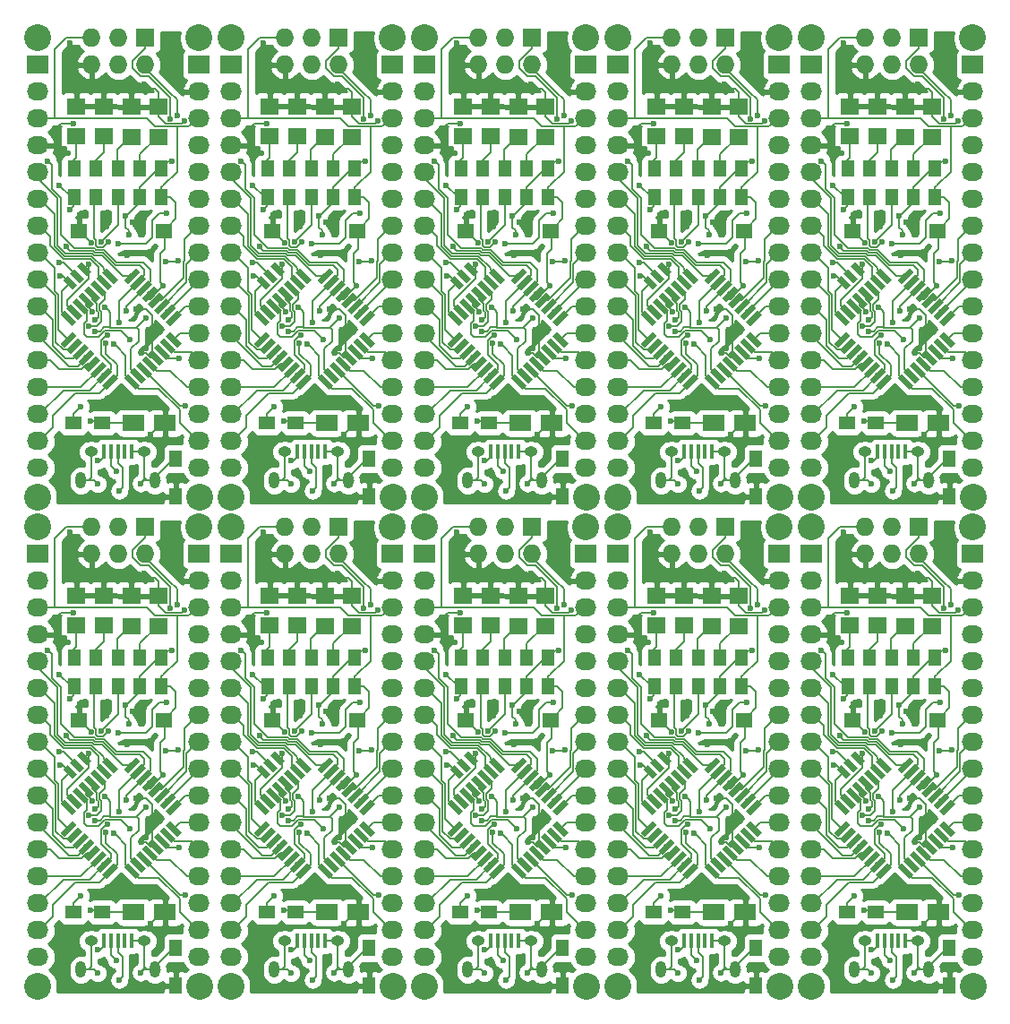
<source format=gtl>
G04 #@! TF.GenerationSoftware,KiCad,Pcbnew,5.1.0-rc1-unknown-6bb8fde~66~ubuntu16.04.1*
G04 #@! TF.CreationDate,2019-02-12T13:49:55+01:00
G04 #@! TF.ProjectId,nano328PB,6e616e6f-3332-4385-9042-2e6b69636164,rev?*
G04 #@! TF.SameCoordinates,Original*
G04 #@! TF.FileFunction,Copper,L1,Top*
G04 #@! TF.FilePolarity,Positive*
%FSLAX46Y46*%
G04 Gerber Fmt 4.6, Leading zero omitted, Abs format (unit mm)*
G04 Created by KiCad (PCBNEW 5.1.0-rc1-unknown-6bb8fde~66~ubuntu16.04.1) date 2019-02-12 13:49:55*
%MOMM*%
%LPD*%
G04 APERTURE LIST*
%ADD10R,1.300000X1.500000*%
%ADD11R,1.800860X1.597660*%
%ADD12R,2.148840X1.501140*%
%ADD13R,1.500000X1.300000*%
%ADD14O,2.032000X1.727200*%
%ADD15R,2.032000X1.727200*%
%ADD16R,1.500000X1.400000*%
%ADD17C,0.550000*%
%ADD18C,0.100000*%
%ADD19C,2.540000*%
%ADD20R,0.400000X1.350000*%
%ADD21O,1.250000X0.950000*%
%ADD22O,1.000000X1.550000*%
%ADD23R,1.198880X1.600200*%
%ADD24R,1.727200X1.727200*%
%ADD25O,1.727200X1.727200*%
%ADD26C,0.600000*%
%ADD27C,0.150000*%
%ADD28C,0.254000*%
G04 APERTURE END LIST*
D10*
X166039800Y-100300800D03*
X166039800Y-103000800D03*
D11*
X165747700Y-94462600D03*
X165747700Y-97302320D03*
D10*
X198475600Y-103000800D03*
X198475600Y-100300800D03*
D12*
X199943720Y-124358400D03*
X202946000Y-124358400D03*
D10*
X194335400Y-100300800D03*
X194335400Y-103000800D03*
X196392800Y-100300800D03*
X196392800Y-103000800D03*
D13*
X194284600Y-124358400D03*
X196984600Y-124358400D03*
D11*
X202323700Y-94462600D03*
X202323700Y-97302320D03*
X194564000Y-97289620D03*
X194564000Y-94449900D03*
X199758300Y-97302320D03*
X199758300Y-94462600D03*
D14*
X206171800Y-128600200D03*
X206171800Y-126060200D03*
X206171800Y-123520200D03*
X206171800Y-120980200D03*
X206171800Y-118440200D03*
X206171800Y-115900200D03*
X206171800Y-113360200D03*
X206171800Y-110820200D03*
X206171800Y-108280200D03*
X206171800Y-105740200D03*
X206171800Y-103200200D03*
X206171800Y-100660200D03*
X206171800Y-98120200D03*
X206171800Y-95580200D03*
X206171800Y-93040200D03*
D15*
X206171800Y-90500200D03*
D16*
X194792600Y-106197400D03*
X202846200Y-106205800D03*
D17*
X197760495Y-110483297D03*
D18*
G36*
X197000355Y-110112066D02*
G01*
X197389264Y-109723157D01*
X198520635Y-110854528D01*
X198131726Y-111243437D01*
X197000355Y-110112066D01*
X197000355Y-110112066D01*
G37*
D17*
X197194810Y-111048983D03*
D18*
G36*
X196434670Y-110677752D02*
G01*
X196823579Y-110288843D01*
X197954950Y-111420214D01*
X197566041Y-111809123D01*
X196434670Y-110677752D01*
X196434670Y-110677752D01*
G37*
D17*
X196629124Y-111614668D03*
D18*
G36*
X195868984Y-111243437D02*
G01*
X196257893Y-110854528D01*
X197389264Y-111985899D01*
X197000355Y-112374808D01*
X195868984Y-111243437D01*
X195868984Y-111243437D01*
G37*
D17*
X196063439Y-112180353D03*
D18*
G36*
X195303299Y-111809122D02*
G01*
X195692208Y-111420213D01*
X196823579Y-112551584D01*
X196434670Y-112940493D01*
X195303299Y-111809122D01*
X195303299Y-111809122D01*
G37*
D17*
X195497753Y-112746039D03*
D18*
G36*
X194737613Y-112374808D02*
G01*
X195126522Y-111985899D01*
X196257893Y-113117270D01*
X195868984Y-113506179D01*
X194737613Y-112374808D01*
X194737613Y-112374808D01*
G37*
D17*
X194932068Y-113311724D03*
D18*
G36*
X194171928Y-112940493D02*
G01*
X194560837Y-112551584D01*
X195692208Y-113682955D01*
X195303299Y-114071864D01*
X194171928Y-112940493D01*
X194171928Y-112940493D01*
G37*
D17*
X194366383Y-113877410D03*
D18*
G36*
X193606243Y-113506179D02*
G01*
X193995152Y-113117270D01*
X195126523Y-114248641D01*
X194737614Y-114637550D01*
X193606243Y-113506179D01*
X193606243Y-113506179D01*
G37*
D17*
X193800697Y-114443095D03*
D18*
G36*
X193040557Y-114071864D02*
G01*
X193429466Y-113682955D01*
X194560837Y-114814326D01*
X194171928Y-115203235D01*
X193040557Y-114071864D01*
X193040557Y-114071864D01*
G37*
D17*
X193800697Y-116493705D03*
D18*
G36*
X193429466Y-117253845D02*
G01*
X193040557Y-116864936D01*
X194171928Y-115733565D01*
X194560837Y-116122474D01*
X193429466Y-117253845D01*
X193429466Y-117253845D01*
G37*
D17*
X194366383Y-117059390D03*
D18*
G36*
X193995152Y-117819530D02*
G01*
X193606243Y-117430621D01*
X194737614Y-116299250D01*
X195126523Y-116688159D01*
X193995152Y-117819530D01*
X193995152Y-117819530D01*
G37*
D17*
X194932068Y-117625076D03*
D18*
G36*
X194560837Y-118385216D02*
G01*
X194171928Y-117996307D01*
X195303299Y-116864936D01*
X195692208Y-117253845D01*
X194560837Y-118385216D01*
X194560837Y-118385216D01*
G37*
D17*
X195497753Y-118190761D03*
D18*
G36*
X195126522Y-118950901D02*
G01*
X194737613Y-118561992D01*
X195868984Y-117430621D01*
X196257893Y-117819530D01*
X195126522Y-118950901D01*
X195126522Y-118950901D01*
G37*
D17*
X196063439Y-118756447D03*
D18*
G36*
X195692208Y-119516587D02*
G01*
X195303299Y-119127678D01*
X196434670Y-117996307D01*
X196823579Y-118385216D01*
X195692208Y-119516587D01*
X195692208Y-119516587D01*
G37*
D17*
X196629124Y-119322132D03*
D18*
G36*
X196257893Y-120082272D02*
G01*
X195868984Y-119693363D01*
X197000355Y-118561992D01*
X197389264Y-118950901D01*
X196257893Y-120082272D01*
X196257893Y-120082272D01*
G37*
D17*
X197194810Y-119887817D03*
D18*
G36*
X196823579Y-120647957D02*
G01*
X196434670Y-120259048D01*
X197566041Y-119127677D01*
X197954950Y-119516586D01*
X196823579Y-120647957D01*
X196823579Y-120647957D01*
G37*
D17*
X197760495Y-120453503D03*
D18*
G36*
X197389264Y-121213643D02*
G01*
X197000355Y-120824734D01*
X198131726Y-119693363D01*
X198520635Y-120082272D01*
X197389264Y-121213643D01*
X197389264Y-121213643D01*
G37*
D17*
X199811105Y-120453503D03*
D18*
G36*
X199050965Y-120082272D02*
G01*
X199439874Y-119693363D01*
X200571245Y-120824734D01*
X200182336Y-121213643D01*
X199050965Y-120082272D01*
X199050965Y-120082272D01*
G37*
D17*
X200376790Y-119887817D03*
D18*
G36*
X199616650Y-119516586D02*
G01*
X200005559Y-119127677D01*
X201136930Y-120259048D01*
X200748021Y-120647957D01*
X199616650Y-119516586D01*
X199616650Y-119516586D01*
G37*
D17*
X200942476Y-119322132D03*
D18*
G36*
X200182336Y-118950901D02*
G01*
X200571245Y-118561992D01*
X201702616Y-119693363D01*
X201313707Y-120082272D01*
X200182336Y-118950901D01*
X200182336Y-118950901D01*
G37*
D17*
X201508161Y-118756447D03*
D18*
G36*
X200748021Y-118385216D02*
G01*
X201136930Y-117996307D01*
X202268301Y-119127678D01*
X201879392Y-119516587D01*
X200748021Y-118385216D01*
X200748021Y-118385216D01*
G37*
D17*
X202073847Y-118190761D03*
D18*
G36*
X201313707Y-117819530D02*
G01*
X201702616Y-117430621D01*
X202833987Y-118561992D01*
X202445078Y-118950901D01*
X201313707Y-117819530D01*
X201313707Y-117819530D01*
G37*
D17*
X202639532Y-117625076D03*
D18*
G36*
X201879392Y-117253845D02*
G01*
X202268301Y-116864936D01*
X203399672Y-117996307D01*
X203010763Y-118385216D01*
X201879392Y-117253845D01*
X201879392Y-117253845D01*
G37*
D17*
X203205217Y-117059390D03*
D18*
G36*
X202445077Y-116688159D02*
G01*
X202833986Y-116299250D01*
X203965357Y-117430621D01*
X203576448Y-117819530D01*
X202445077Y-116688159D01*
X202445077Y-116688159D01*
G37*
D17*
X203770903Y-116493705D03*
D18*
G36*
X203010763Y-116122474D02*
G01*
X203399672Y-115733565D01*
X204531043Y-116864936D01*
X204142134Y-117253845D01*
X203010763Y-116122474D01*
X203010763Y-116122474D01*
G37*
D17*
X203770903Y-114443095D03*
D18*
G36*
X203399672Y-115203235D02*
G01*
X203010763Y-114814326D01*
X204142134Y-113682955D01*
X204531043Y-114071864D01*
X203399672Y-115203235D01*
X203399672Y-115203235D01*
G37*
D17*
X203205217Y-113877410D03*
D18*
G36*
X202833986Y-114637550D02*
G01*
X202445077Y-114248641D01*
X203576448Y-113117270D01*
X203965357Y-113506179D01*
X202833986Y-114637550D01*
X202833986Y-114637550D01*
G37*
D17*
X202639532Y-113311724D03*
D18*
G36*
X202268301Y-114071864D02*
G01*
X201879392Y-113682955D01*
X203010763Y-112551584D01*
X203399672Y-112940493D01*
X202268301Y-114071864D01*
X202268301Y-114071864D01*
G37*
D17*
X202073847Y-112746039D03*
D18*
G36*
X201702616Y-113506179D02*
G01*
X201313707Y-113117270D01*
X202445078Y-111985899D01*
X202833987Y-112374808D01*
X201702616Y-113506179D01*
X201702616Y-113506179D01*
G37*
D17*
X201508161Y-112180353D03*
D18*
G36*
X201136930Y-112940493D02*
G01*
X200748021Y-112551584D01*
X201879392Y-111420213D01*
X202268301Y-111809122D01*
X201136930Y-112940493D01*
X201136930Y-112940493D01*
G37*
D17*
X200942476Y-111614668D03*
D18*
G36*
X200571245Y-112374808D02*
G01*
X200182336Y-111985899D01*
X201313707Y-110854528D01*
X201702616Y-111243437D01*
X200571245Y-112374808D01*
X200571245Y-112374808D01*
G37*
D17*
X200376790Y-111048983D03*
D18*
G36*
X200005559Y-111809123D02*
G01*
X199616650Y-111420214D01*
X200748021Y-110288843D01*
X201136930Y-110677752D01*
X200005559Y-111809123D01*
X200005559Y-111809123D01*
G37*
D17*
X199811105Y-110483297D03*
D18*
G36*
X199439874Y-111243437D02*
G01*
X199050965Y-110854528D01*
X200182336Y-109723157D01*
X200571245Y-110112066D01*
X199439874Y-111243437D01*
X199439874Y-111243437D01*
G37*
D14*
X190931800Y-128600200D03*
X190931800Y-126060200D03*
X190931800Y-123520200D03*
X190931800Y-120980200D03*
X190931800Y-118440200D03*
X190931800Y-115900200D03*
X190931800Y-113360200D03*
X190931800Y-110820200D03*
X190931800Y-108280200D03*
X190931800Y-105740200D03*
X190931800Y-103200200D03*
X190931800Y-100660200D03*
X190931800Y-98120200D03*
X190931800Y-95580200D03*
X190931800Y-93040200D03*
D15*
X190931800Y-90500200D03*
D19*
X190931800Y-87960200D03*
D11*
X197154800Y-94449900D03*
X197154800Y-97289620D03*
D19*
X206171800Y-87960200D03*
D10*
X202615800Y-100300800D03*
X202615800Y-103000800D03*
D19*
X190885800Y-131353200D03*
X206185800Y-131353200D03*
D10*
X200538080Y-103000800D03*
X200538080Y-100300800D03*
D20*
X197184900Y-127090660D03*
X197834900Y-127090660D03*
X198484900Y-127090660D03*
X199134900Y-127090660D03*
X199784900Y-127090660D03*
D21*
X195984900Y-127090660D03*
X200984900Y-127090660D03*
D22*
X194984900Y-129790660D03*
X201984900Y-129790660D03*
D23*
X203974700Y-131305300D03*
X203974700Y-127703580D03*
D24*
X201085800Y-87953200D03*
D25*
X201085800Y-90493200D03*
X198545800Y-87953200D03*
X198545800Y-90493200D03*
X196005800Y-87953200D03*
X196005800Y-90493200D03*
D26*
X193929000Y-111099600D03*
D18*
G36*
X194176487Y-111771351D02*
G01*
X193257249Y-110852113D01*
X193681513Y-110427849D01*
X194600751Y-111347087D01*
X194176487Y-111771351D01*
X194176487Y-111771351D01*
G37*
D26*
X195272503Y-109756097D03*
D18*
G36*
X195519990Y-110427848D02*
G01*
X194600752Y-109508610D01*
X195025016Y-109084346D01*
X195944254Y-110003584D01*
X195519990Y-110427848D01*
X195519990Y-110427848D01*
G37*
D26*
X194600751Y-110427849D03*
D18*
G36*
X194848238Y-111099600D02*
G01*
X193929000Y-110180362D01*
X194353264Y-109756098D01*
X195272502Y-110675336D01*
X194848238Y-111099600D01*
X194848238Y-111099600D01*
G37*
D10*
X180187600Y-103000800D03*
X180187600Y-100300800D03*
D12*
X181655720Y-124358400D03*
X184658000Y-124358400D03*
D10*
X176047400Y-100300800D03*
X176047400Y-103000800D03*
X178104800Y-100300800D03*
X178104800Y-103000800D03*
D13*
X175996600Y-124358400D03*
X178696600Y-124358400D03*
D11*
X184035700Y-94462600D03*
X184035700Y-97302320D03*
X176276000Y-97289620D03*
X176276000Y-94449900D03*
X181470300Y-97302320D03*
X181470300Y-94462600D03*
D14*
X187883800Y-128600200D03*
X187883800Y-126060200D03*
X187883800Y-123520200D03*
X187883800Y-120980200D03*
X187883800Y-118440200D03*
X187883800Y-115900200D03*
X187883800Y-113360200D03*
X187883800Y-110820200D03*
X187883800Y-108280200D03*
X187883800Y-105740200D03*
X187883800Y-103200200D03*
X187883800Y-100660200D03*
X187883800Y-98120200D03*
X187883800Y-95580200D03*
X187883800Y-93040200D03*
D15*
X187883800Y-90500200D03*
D16*
X176504600Y-106197400D03*
X184558200Y-106205800D03*
D17*
X179472495Y-110483297D03*
D18*
G36*
X178712355Y-110112066D02*
G01*
X179101264Y-109723157D01*
X180232635Y-110854528D01*
X179843726Y-111243437D01*
X178712355Y-110112066D01*
X178712355Y-110112066D01*
G37*
D17*
X178906810Y-111048983D03*
D18*
G36*
X178146670Y-110677752D02*
G01*
X178535579Y-110288843D01*
X179666950Y-111420214D01*
X179278041Y-111809123D01*
X178146670Y-110677752D01*
X178146670Y-110677752D01*
G37*
D17*
X178341124Y-111614668D03*
D18*
G36*
X177580984Y-111243437D02*
G01*
X177969893Y-110854528D01*
X179101264Y-111985899D01*
X178712355Y-112374808D01*
X177580984Y-111243437D01*
X177580984Y-111243437D01*
G37*
D17*
X177775439Y-112180353D03*
D18*
G36*
X177015299Y-111809122D02*
G01*
X177404208Y-111420213D01*
X178535579Y-112551584D01*
X178146670Y-112940493D01*
X177015299Y-111809122D01*
X177015299Y-111809122D01*
G37*
D17*
X177209753Y-112746039D03*
D18*
G36*
X176449613Y-112374808D02*
G01*
X176838522Y-111985899D01*
X177969893Y-113117270D01*
X177580984Y-113506179D01*
X176449613Y-112374808D01*
X176449613Y-112374808D01*
G37*
D17*
X176644068Y-113311724D03*
D18*
G36*
X175883928Y-112940493D02*
G01*
X176272837Y-112551584D01*
X177404208Y-113682955D01*
X177015299Y-114071864D01*
X175883928Y-112940493D01*
X175883928Y-112940493D01*
G37*
D17*
X176078383Y-113877410D03*
D18*
G36*
X175318243Y-113506179D02*
G01*
X175707152Y-113117270D01*
X176838523Y-114248641D01*
X176449614Y-114637550D01*
X175318243Y-113506179D01*
X175318243Y-113506179D01*
G37*
D17*
X175512697Y-114443095D03*
D18*
G36*
X174752557Y-114071864D02*
G01*
X175141466Y-113682955D01*
X176272837Y-114814326D01*
X175883928Y-115203235D01*
X174752557Y-114071864D01*
X174752557Y-114071864D01*
G37*
D17*
X175512697Y-116493705D03*
D18*
G36*
X175141466Y-117253845D02*
G01*
X174752557Y-116864936D01*
X175883928Y-115733565D01*
X176272837Y-116122474D01*
X175141466Y-117253845D01*
X175141466Y-117253845D01*
G37*
D17*
X176078383Y-117059390D03*
D18*
G36*
X175707152Y-117819530D02*
G01*
X175318243Y-117430621D01*
X176449614Y-116299250D01*
X176838523Y-116688159D01*
X175707152Y-117819530D01*
X175707152Y-117819530D01*
G37*
D17*
X176644068Y-117625076D03*
D18*
G36*
X176272837Y-118385216D02*
G01*
X175883928Y-117996307D01*
X177015299Y-116864936D01*
X177404208Y-117253845D01*
X176272837Y-118385216D01*
X176272837Y-118385216D01*
G37*
D17*
X177209753Y-118190761D03*
D18*
G36*
X176838522Y-118950901D02*
G01*
X176449613Y-118561992D01*
X177580984Y-117430621D01*
X177969893Y-117819530D01*
X176838522Y-118950901D01*
X176838522Y-118950901D01*
G37*
D17*
X177775439Y-118756447D03*
D18*
G36*
X177404208Y-119516587D02*
G01*
X177015299Y-119127678D01*
X178146670Y-117996307D01*
X178535579Y-118385216D01*
X177404208Y-119516587D01*
X177404208Y-119516587D01*
G37*
D17*
X178341124Y-119322132D03*
D18*
G36*
X177969893Y-120082272D02*
G01*
X177580984Y-119693363D01*
X178712355Y-118561992D01*
X179101264Y-118950901D01*
X177969893Y-120082272D01*
X177969893Y-120082272D01*
G37*
D17*
X178906810Y-119887817D03*
D18*
G36*
X178535579Y-120647957D02*
G01*
X178146670Y-120259048D01*
X179278041Y-119127677D01*
X179666950Y-119516586D01*
X178535579Y-120647957D01*
X178535579Y-120647957D01*
G37*
D17*
X179472495Y-120453503D03*
D18*
G36*
X179101264Y-121213643D02*
G01*
X178712355Y-120824734D01*
X179843726Y-119693363D01*
X180232635Y-120082272D01*
X179101264Y-121213643D01*
X179101264Y-121213643D01*
G37*
D17*
X181523105Y-120453503D03*
D18*
G36*
X180762965Y-120082272D02*
G01*
X181151874Y-119693363D01*
X182283245Y-120824734D01*
X181894336Y-121213643D01*
X180762965Y-120082272D01*
X180762965Y-120082272D01*
G37*
D17*
X182088790Y-119887817D03*
D18*
G36*
X181328650Y-119516586D02*
G01*
X181717559Y-119127677D01*
X182848930Y-120259048D01*
X182460021Y-120647957D01*
X181328650Y-119516586D01*
X181328650Y-119516586D01*
G37*
D17*
X182654476Y-119322132D03*
D18*
G36*
X181894336Y-118950901D02*
G01*
X182283245Y-118561992D01*
X183414616Y-119693363D01*
X183025707Y-120082272D01*
X181894336Y-118950901D01*
X181894336Y-118950901D01*
G37*
D17*
X183220161Y-118756447D03*
D18*
G36*
X182460021Y-118385216D02*
G01*
X182848930Y-117996307D01*
X183980301Y-119127678D01*
X183591392Y-119516587D01*
X182460021Y-118385216D01*
X182460021Y-118385216D01*
G37*
D17*
X183785847Y-118190761D03*
D18*
G36*
X183025707Y-117819530D02*
G01*
X183414616Y-117430621D01*
X184545987Y-118561992D01*
X184157078Y-118950901D01*
X183025707Y-117819530D01*
X183025707Y-117819530D01*
G37*
D17*
X184351532Y-117625076D03*
D18*
G36*
X183591392Y-117253845D02*
G01*
X183980301Y-116864936D01*
X185111672Y-117996307D01*
X184722763Y-118385216D01*
X183591392Y-117253845D01*
X183591392Y-117253845D01*
G37*
D17*
X184917217Y-117059390D03*
D18*
G36*
X184157077Y-116688159D02*
G01*
X184545986Y-116299250D01*
X185677357Y-117430621D01*
X185288448Y-117819530D01*
X184157077Y-116688159D01*
X184157077Y-116688159D01*
G37*
D17*
X185482903Y-116493705D03*
D18*
G36*
X184722763Y-116122474D02*
G01*
X185111672Y-115733565D01*
X186243043Y-116864936D01*
X185854134Y-117253845D01*
X184722763Y-116122474D01*
X184722763Y-116122474D01*
G37*
D17*
X185482903Y-114443095D03*
D18*
G36*
X185111672Y-115203235D02*
G01*
X184722763Y-114814326D01*
X185854134Y-113682955D01*
X186243043Y-114071864D01*
X185111672Y-115203235D01*
X185111672Y-115203235D01*
G37*
D17*
X184917217Y-113877410D03*
D18*
G36*
X184545986Y-114637550D02*
G01*
X184157077Y-114248641D01*
X185288448Y-113117270D01*
X185677357Y-113506179D01*
X184545986Y-114637550D01*
X184545986Y-114637550D01*
G37*
D17*
X184351532Y-113311724D03*
D18*
G36*
X183980301Y-114071864D02*
G01*
X183591392Y-113682955D01*
X184722763Y-112551584D01*
X185111672Y-112940493D01*
X183980301Y-114071864D01*
X183980301Y-114071864D01*
G37*
D17*
X183785847Y-112746039D03*
D18*
G36*
X183414616Y-113506179D02*
G01*
X183025707Y-113117270D01*
X184157078Y-111985899D01*
X184545987Y-112374808D01*
X183414616Y-113506179D01*
X183414616Y-113506179D01*
G37*
D17*
X183220161Y-112180353D03*
D18*
G36*
X182848930Y-112940493D02*
G01*
X182460021Y-112551584D01*
X183591392Y-111420213D01*
X183980301Y-111809122D01*
X182848930Y-112940493D01*
X182848930Y-112940493D01*
G37*
D17*
X182654476Y-111614668D03*
D18*
G36*
X182283245Y-112374808D02*
G01*
X181894336Y-111985899D01*
X183025707Y-110854528D01*
X183414616Y-111243437D01*
X182283245Y-112374808D01*
X182283245Y-112374808D01*
G37*
D17*
X182088790Y-111048983D03*
D18*
G36*
X181717559Y-111809123D02*
G01*
X181328650Y-111420214D01*
X182460021Y-110288843D01*
X182848930Y-110677752D01*
X181717559Y-111809123D01*
X181717559Y-111809123D01*
G37*
D17*
X181523105Y-110483297D03*
D18*
G36*
X181151874Y-111243437D02*
G01*
X180762965Y-110854528D01*
X181894336Y-109723157D01*
X182283245Y-110112066D01*
X181151874Y-111243437D01*
X181151874Y-111243437D01*
G37*
D14*
X172643800Y-128600200D03*
X172643800Y-126060200D03*
X172643800Y-123520200D03*
X172643800Y-120980200D03*
X172643800Y-118440200D03*
X172643800Y-115900200D03*
X172643800Y-113360200D03*
X172643800Y-110820200D03*
X172643800Y-108280200D03*
X172643800Y-105740200D03*
X172643800Y-103200200D03*
X172643800Y-100660200D03*
X172643800Y-98120200D03*
X172643800Y-95580200D03*
X172643800Y-93040200D03*
D15*
X172643800Y-90500200D03*
D19*
X172643800Y-87960200D03*
D11*
X178866800Y-94449900D03*
X178866800Y-97289620D03*
D19*
X187883800Y-87960200D03*
D10*
X184327800Y-100300800D03*
X184327800Y-103000800D03*
D19*
X172597800Y-131353200D03*
X187897800Y-131353200D03*
D10*
X182250080Y-103000800D03*
X182250080Y-100300800D03*
D20*
X178896900Y-127090660D03*
X179546900Y-127090660D03*
X180196900Y-127090660D03*
X180846900Y-127090660D03*
X181496900Y-127090660D03*
D21*
X177696900Y-127090660D03*
X182696900Y-127090660D03*
D22*
X176696900Y-129790660D03*
X183696900Y-129790660D03*
D23*
X185686700Y-131305300D03*
X185686700Y-127703580D03*
D24*
X182797800Y-87953200D03*
D25*
X182797800Y-90493200D03*
X180257800Y-87953200D03*
X180257800Y-90493200D03*
X177717800Y-87953200D03*
X177717800Y-90493200D03*
D26*
X175641000Y-111099600D03*
D18*
G36*
X175888487Y-111771351D02*
G01*
X174969249Y-110852113D01*
X175393513Y-110427849D01*
X176312751Y-111347087D01*
X175888487Y-111771351D01*
X175888487Y-111771351D01*
G37*
D26*
X176984503Y-109756097D03*
D18*
G36*
X177231990Y-110427848D02*
G01*
X176312752Y-109508610D01*
X176737016Y-109084346D01*
X177656254Y-110003584D01*
X177231990Y-110427848D01*
X177231990Y-110427848D01*
G37*
D26*
X176312751Y-110427849D03*
D18*
G36*
X176560238Y-111099600D02*
G01*
X175641000Y-110180362D01*
X176065264Y-109756098D01*
X176984502Y-110675336D01*
X176560238Y-111099600D01*
X176560238Y-111099600D01*
G37*
D26*
X157353000Y-111099600D03*
D18*
G36*
X157600487Y-111771351D02*
G01*
X156681249Y-110852113D01*
X157105513Y-110427849D01*
X158024751Y-111347087D01*
X157600487Y-111771351D01*
X157600487Y-111771351D01*
G37*
D26*
X158696503Y-109756097D03*
D18*
G36*
X158943990Y-110427848D02*
G01*
X158024752Y-109508610D01*
X158449016Y-109084346D01*
X159368254Y-110003584D01*
X158943990Y-110427848D01*
X158943990Y-110427848D01*
G37*
D26*
X158024751Y-110427849D03*
D18*
G36*
X158272238Y-111099600D02*
G01*
X157353000Y-110180362D01*
X157777264Y-109756098D01*
X158696502Y-110675336D01*
X158272238Y-111099600D01*
X158272238Y-111099600D01*
G37*
D16*
X139928600Y-106197400D03*
X147982200Y-106205800D03*
D19*
X154355800Y-87960200D03*
D10*
X125323600Y-100300800D03*
X125323600Y-103000800D03*
D24*
X146221800Y-87953200D03*
D25*
X146221800Y-90493200D03*
X143681800Y-87953200D03*
X143681800Y-90493200D03*
X141141800Y-87953200D03*
X141141800Y-90493200D03*
D26*
X139065000Y-111099600D03*
D18*
G36*
X139312487Y-111771351D02*
G01*
X138393249Y-110852113D01*
X138817513Y-110427849D01*
X139736751Y-111347087D01*
X139312487Y-111771351D01*
X139312487Y-111771351D01*
G37*
D26*
X140408503Y-109756097D03*
D18*
G36*
X140655990Y-110427848D02*
G01*
X139736752Y-109508610D01*
X140161016Y-109084346D01*
X141080254Y-110003584D01*
X140655990Y-110427848D01*
X140655990Y-110427848D01*
G37*
D26*
X139736751Y-110427849D03*
D18*
G36*
X139984238Y-111099600D02*
G01*
X139065000Y-110180362D01*
X139489264Y-109756098D01*
X140408502Y-110675336D01*
X139984238Y-111099600D01*
X139984238Y-111099600D01*
G37*
D23*
X149110700Y-131305300D03*
X149110700Y-127703580D03*
D12*
X129794000Y-124358400D03*
X126791720Y-124358400D03*
D10*
X121183400Y-103000800D03*
X121183400Y-100300800D03*
X123240800Y-103000800D03*
X123240800Y-100300800D03*
X163962080Y-103000800D03*
X163962080Y-100300800D03*
D13*
X123832600Y-124358400D03*
X121132600Y-124358400D03*
D11*
X129171700Y-97302320D03*
X129171700Y-94462600D03*
X163182300Y-97302320D03*
X163182300Y-94462600D03*
X121412000Y-94449900D03*
X121412000Y-97289620D03*
D14*
X151307800Y-128600200D03*
X151307800Y-126060200D03*
X151307800Y-123520200D03*
X151307800Y-120980200D03*
X151307800Y-118440200D03*
X151307800Y-115900200D03*
X151307800Y-113360200D03*
X151307800Y-110820200D03*
X151307800Y-108280200D03*
X151307800Y-105740200D03*
X151307800Y-103200200D03*
X151307800Y-100660200D03*
X151307800Y-98120200D03*
X151307800Y-95580200D03*
X151307800Y-93040200D03*
D15*
X151307800Y-90500200D03*
D11*
X126606300Y-94462600D03*
X126606300Y-97302320D03*
X160578800Y-94449900D03*
X160578800Y-97289620D03*
D15*
X133019800Y-90500200D03*
D14*
X133019800Y-93040200D03*
X133019800Y-95580200D03*
X133019800Y-98120200D03*
X133019800Y-100660200D03*
X133019800Y-103200200D03*
X133019800Y-105740200D03*
X133019800Y-108280200D03*
X133019800Y-110820200D03*
X133019800Y-113360200D03*
X133019800Y-115900200D03*
X133019800Y-118440200D03*
X133019800Y-120980200D03*
X133019800Y-123520200D03*
X133019800Y-126060200D03*
X133019800Y-128600200D03*
D16*
X129694200Y-106205800D03*
X121640600Y-106197400D03*
D17*
X126659105Y-110483297D03*
D18*
G36*
X126287874Y-111243437D02*
G01*
X125898965Y-110854528D01*
X127030336Y-109723157D01*
X127419245Y-110112066D01*
X126287874Y-111243437D01*
X126287874Y-111243437D01*
G37*
D17*
X127224790Y-111048983D03*
D18*
G36*
X126853559Y-111809123D02*
G01*
X126464650Y-111420214D01*
X127596021Y-110288843D01*
X127984930Y-110677752D01*
X126853559Y-111809123D01*
X126853559Y-111809123D01*
G37*
D17*
X127790476Y-111614668D03*
D18*
G36*
X127419245Y-112374808D02*
G01*
X127030336Y-111985899D01*
X128161707Y-110854528D01*
X128550616Y-111243437D01*
X127419245Y-112374808D01*
X127419245Y-112374808D01*
G37*
D17*
X128356161Y-112180353D03*
D18*
G36*
X127984930Y-112940493D02*
G01*
X127596021Y-112551584D01*
X128727392Y-111420213D01*
X129116301Y-111809122D01*
X127984930Y-112940493D01*
X127984930Y-112940493D01*
G37*
D17*
X128921847Y-112746039D03*
D18*
G36*
X128550616Y-113506179D02*
G01*
X128161707Y-113117270D01*
X129293078Y-111985899D01*
X129681987Y-112374808D01*
X128550616Y-113506179D01*
X128550616Y-113506179D01*
G37*
D17*
X129487532Y-113311724D03*
D18*
G36*
X129116301Y-114071864D02*
G01*
X128727392Y-113682955D01*
X129858763Y-112551584D01*
X130247672Y-112940493D01*
X129116301Y-114071864D01*
X129116301Y-114071864D01*
G37*
D17*
X130053217Y-113877410D03*
D18*
G36*
X129681986Y-114637550D02*
G01*
X129293077Y-114248641D01*
X130424448Y-113117270D01*
X130813357Y-113506179D01*
X129681986Y-114637550D01*
X129681986Y-114637550D01*
G37*
D17*
X130618903Y-114443095D03*
D18*
G36*
X130247672Y-115203235D02*
G01*
X129858763Y-114814326D01*
X130990134Y-113682955D01*
X131379043Y-114071864D01*
X130247672Y-115203235D01*
X130247672Y-115203235D01*
G37*
D17*
X130618903Y-116493705D03*
D18*
G36*
X129858763Y-116122474D02*
G01*
X130247672Y-115733565D01*
X131379043Y-116864936D01*
X130990134Y-117253845D01*
X129858763Y-116122474D01*
X129858763Y-116122474D01*
G37*
D17*
X130053217Y-117059390D03*
D18*
G36*
X129293077Y-116688159D02*
G01*
X129681986Y-116299250D01*
X130813357Y-117430621D01*
X130424448Y-117819530D01*
X129293077Y-116688159D01*
X129293077Y-116688159D01*
G37*
D17*
X129487532Y-117625076D03*
D18*
G36*
X128727392Y-117253845D02*
G01*
X129116301Y-116864936D01*
X130247672Y-117996307D01*
X129858763Y-118385216D01*
X128727392Y-117253845D01*
X128727392Y-117253845D01*
G37*
D17*
X128921847Y-118190761D03*
D18*
G36*
X128161707Y-117819530D02*
G01*
X128550616Y-117430621D01*
X129681987Y-118561992D01*
X129293078Y-118950901D01*
X128161707Y-117819530D01*
X128161707Y-117819530D01*
G37*
D17*
X128356161Y-118756447D03*
D18*
G36*
X127596021Y-118385216D02*
G01*
X127984930Y-117996307D01*
X129116301Y-119127678D01*
X128727392Y-119516587D01*
X127596021Y-118385216D01*
X127596021Y-118385216D01*
G37*
D17*
X127790476Y-119322132D03*
D18*
G36*
X127030336Y-118950901D02*
G01*
X127419245Y-118561992D01*
X128550616Y-119693363D01*
X128161707Y-120082272D01*
X127030336Y-118950901D01*
X127030336Y-118950901D01*
G37*
D17*
X127224790Y-119887817D03*
D18*
G36*
X126464650Y-119516586D02*
G01*
X126853559Y-119127677D01*
X127984930Y-120259048D01*
X127596021Y-120647957D01*
X126464650Y-119516586D01*
X126464650Y-119516586D01*
G37*
D17*
X126659105Y-120453503D03*
D18*
G36*
X125898965Y-120082272D02*
G01*
X126287874Y-119693363D01*
X127419245Y-120824734D01*
X127030336Y-121213643D01*
X125898965Y-120082272D01*
X125898965Y-120082272D01*
G37*
D17*
X124608495Y-120453503D03*
D18*
G36*
X124237264Y-121213643D02*
G01*
X123848355Y-120824734D01*
X124979726Y-119693363D01*
X125368635Y-120082272D01*
X124237264Y-121213643D01*
X124237264Y-121213643D01*
G37*
D17*
X124042810Y-119887817D03*
D18*
G36*
X123671579Y-120647957D02*
G01*
X123282670Y-120259048D01*
X124414041Y-119127677D01*
X124802950Y-119516586D01*
X123671579Y-120647957D01*
X123671579Y-120647957D01*
G37*
D17*
X123477124Y-119322132D03*
D18*
G36*
X123105893Y-120082272D02*
G01*
X122716984Y-119693363D01*
X123848355Y-118561992D01*
X124237264Y-118950901D01*
X123105893Y-120082272D01*
X123105893Y-120082272D01*
G37*
D17*
X122911439Y-118756447D03*
D18*
G36*
X122540208Y-119516587D02*
G01*
X122151299Y-119127678D01*
X123282670Y-117996307D01*
X123671579Y-118385216D01*
X122540208Y-119516587D01*
X122540208Y-119516587D01*
G37*
D17*
X122345753Y-118190761D03*
D18*
G36*
X121974522Y-118950901D02*
G01*
X121585613Y-118561992D01*
X122716984Y-117430621D01*
X123105893Y-117819530D01*
X121974522Y-118950901D01*
X121974522Y-118950901D01*
G37*
D17*
X121780068Y-117625076D03*
D18*
G36*
X121408837Y-118385216D02*
G01*
X121019928Y-117996307D01*
X122151299Y-116864936D01*
X122540208Y-117253845D01*
X121408837Y-118385216D01*
X121408837Y-118385216D01*
G37*
D17*
X121214383Y-117059390D03*
D18*
G36*
X120843152Y-117819530D02*
G01*
X120454243Y-117430621D01*
X121585614Y-116299250D01*
X121974523Y-116688159D01*
X120843152Y-117819530D01*
X120843152Y-117819530D01*
G37*
D17*
X120648697Y-116493705D03*
D18*
G36*
X120277466Y-117253845D02*
G01*
X119888557Y-116864936D01*
X121019928Y-115733565D01*
X121408837Y-116122474D01*
X120277466Y-117253845D01*
X120277466Y-117253845D01*
G37*
D17*
X120648697Y-114443095D03*
D18*
G36*
X119888557Y-114071864D02*
G01*
X120277466Y-113682955D01*
X121408837Y-114814326D01*
X121019928Y-115203235D01*
X119888557Y-114071864D01*
X119888557Y-114071864D01*
G37*
D17*
X121214383Y-113877410D03*
D18*
G36*
X120454243Y-113506179D02*
G01*
X120843152Y-113117270D01*
X121974523Y-114248641D01*
X121585614Y-114637550D01*
X120454243Y-113506179D01*
X120454243Y-113506179D01*
G37*
D17*
X121780068Y-113311724D03*
D18*
G36*
X121019928Y-112940493D02*
G01*
X121408837Y-112551584D01*
X122540208Y-113682955D01*
X122151299Y-114071864D01*
X121019928Y-112940493D01*
X121019928Y-112940493D01*
G37*
D17*
X122345753Y-112746039D03*
D18*
G36*
X121585613Y-112374808D02*
G01*
X121974522Y-111985899D01*
X123105893Y-113117270D01*
X122716984Y-113506179D01*
X121585613Y-112374808D01*
X121585613Y-112374808D01*
G37*
D17*
X122911439Y-112180353D03*
D18*
G36*
X122151299Y-111809122D02*
G01*
X122540208Y-111420213D01*
X123671579Y-112551584D01*
X123282670Y-112940493D01*
X122151299Y-111809122D01*
X122151299Y-111809122D01*
G37*
D17*
X123477124Y-111614668D03*
D18*
G36*
X122716984Y-111243437D02*
G01*
X123105893Y-110854528D01*
X124237264Y-111985899D01*
X123848355Y-112374808D01*
X122716984Y-111243437D01*
X122716984Y-111243437D01*
G37*
D17*
X124042810Y-111048983D03*
D18*
G36*
X123282670Y-110677752D02*
G01*
X123671579Y-110288843D01*
X124802950Y-111420214D01*
X124414041Y-111809123D01*
X123282670Y-110677752D01*
X123282670Y-110677752D01*
G37*
D17*
X124608495Y-110483297D03*
D18*
G36*
X123848355Y-110112066D02*
G01*
X124237264Y-109723157D01*
X125368635Y-110854528D01*
X124979726Y-111243437D01*
X123848355Y-110112066D01*
X123848355Y-110112066D01*
G37*
D14*
X154355800Y-128600200D03*
X154355800Y-126060200D03*
X154355800Y-123520200D03*
X154355800Y-120980200D03*
X154355800Y-118440200D03*
X154355800Y-115900200D03*
X154355800Y-113360200D03*
X154355800Y-110820200D03*
X154355800Y-108280200D03*
X154355800Y-105740200D03*
X154355800Y-103200200D03*
X154355800Y-100660200D03*
X154355800Y-98120200D03*
X154355800Y-95580200D03*
X154355800Y-93040200D03*
D15*
X154355800Y-90500200D03*
D11*
X144894300Y-97302320D03*
X144894300Y-94462600D03*
D15*
X117779800Y-90500200D03*
D14*
X117779800Y-93040200D03*
X117779800Y-95580200D03*
X117779800Y-98120200D03*
X117779800Y-100660200D03*
X117779800Y-103200200D03*
X117779800Y-105740200D03*
X117779800Y-108280200D03*
X117779800Y-110820200D03*
X117779800Y-113360200D03*
X117779800Y-115900200D03*
X117779800Y-118440200D03*
X117779800Y-120980200D03*
X117779800Y-123520200D03*
X117779800Y-126060200D03*
X117779800Y-128600200D03*
D19*
X117779800Y-87960200D03*
D11*
X124002800Y-97289620D03*
X124002800Y-94449900D03*
D16*
X158216600Y-106197400D03*
X166270200Y-106205800D03*
D19*
X133019800Y-87960200D03*
D10*
X129463800Y-103000800D03*
X129463800Y-100300800D03*
D23*
X167398700Y-131305300D03*
X167398700Y-127703580D03*
D19*
X117733800Y-131353200D03*
X133033800Y-131353200D03*
D20*
X160608900Y-127090660D03*
X161258900Y-127090660D03*
X161908900Y-127090660D03*
X162558900Y-127090660D03*
X163208900Y-127090660D03*
D21*
X159408900Y-127090660D03*
X164408900Y-127090660D03*
D22*
X158408900Y-129790660D03*
X165408900Y-129790660D03*
D10*
X159816800Y-100300800D03*
X159816800Y-103000800D03*
D11*
X147459700Y-94462600D03*
X147459700Y-97302320D03*
D10*
X127386080Y-100300800D03*
X127386080Y-103000800D03*
D22*
X128832900Y-129790660D03*
X121832900Y-129790660D03*
D21*
X127832900Y-127090660D03*
X122832900Y-127090660D03*
D20*
X126632900Y-127090660D03*
X125982900Y-127090660D03*
X125332900Y-127090660D03*
X124682900Y-127090660D03*
X124032900Y-127090660D03*
D11*
X139700000Y-97289620D03*
X139700000Y-94449900D03*
D10*
X161899600Y-103000800D03*
X161899600Y-100300800D03*
D23*
X130822700Y-127703580D03*
X130822700Y-131305300D03*
D25*
X122853800Y-90493200D03*
X122853800Y-87953200D03*
X125393800Y-90493200D03*
X125393800Y-87953200D03*
X127933800Y-90493200D03*
D24*
X127933800Y-87953200D03*
D17*
X161184495Y-110483297D03*
D18*
G36*
X160424355Y-110112066D02*
G01*
X160813264Y-109723157D01*
X161944635Y-110854528D01*
X161555726Y-111243437D01*
X160424355Y-110112066D01*
X160424355Y-110112066D01*
G37*
D17*
X160618810Y-111048983D03*
D18*
G36*
X159858670Y-110677752D02*
G01*
X160247579Y-110288843D01*
X161378950Y-111420214D01*
X160990041Y-111809123D01*
X159858670Y-110677752D01*
X159858670Y-110677752D01*
G37*
D17*
X160053124Y-111614668D03*
D18*
G36*
X159292984Y-111243437D02*
G01*
X159681893Y-110854528D01*
X160813264Y-111985899D01*
X160424355Y-112374808D01*
X159292984Y-111243437D01*
X159292984Y-111243437D01*
G37*
D17*
X159487439Y-112180353D03*
D18*
G36*
X158727299Y-111809122D02*
G01*
X159116208Y-111420213D01*
X160247579Y-112551584D01*
X159858670Y-112940493D01*
X158727299Y-111809122D01*
X158727299Y-111809122D01*
G37*
D17*
X158921753Y-112746039D03*
D18*
G36*
X158161613Y-112374808D02*
G01*
X158550522Y-111985899D01*
X159681893Y-113117270D01*
X159292984Y-113506179D01*
X158161613Y-112374808D01*
X158161613Y-112374808D01*
G37*
D17*
X158356068Y-113311724D03*
D18*
G36*
X157595928Y-112940493D02*
G01*
X157984837Y-112551584D01*
X159116208Y-113682955D01*
X158727299Y-114071864D01*
X157595928Y-112940493D01*
X157595928Y-112940493D01*
G37*
D17*
X157790383Y-113877410D03*
D18*
G36*
X157030243Y-113506179D02*
G01*
X157419152Y-113117270D01*
X158550523Y-114248641D01*
X158161614Y-114637550D01*
X157030243Y-113506179D01*
X157030243Y-113506179D01*
G37*
D17*
X157224697Y-114443095D03*
D18*
G36*
X156464557Y-114071864D02*
G01*
X156853466Y-113682955D01*
X157984837Y-114814326D01*
X157595928Y-115203235D01*
X156464557Y-114071864D01*
X156464557Y-114071864D01*
G37*
D17*
X157224697Y-116493705D03*
D18*
G36*
X156853466Y-117253845D02*
G01*
X156464557Y-116864936D01*
X157595928Y-115733565D01*
X157984837Y-116122474D01*
X156853466Y-117253845D01*
X156853466Y-117253845D01*
G37*
D17*
X157790383Y-117059390D03*
D18*
G36*
X157419152Y-117819530D02*
G01*
X157030243Y-117430621D01*
X158161614Y-116299250D01*
X158550523Y-116688159D01*
X157419152Y-117819530D01*
X157419152Y-117819530D01*
G37*
D17*
X158356068Y-117625076D03*
D18*
G36*
X157984837Y-118385216D02*
G01*
X157595928Y-117996307D01*
X158727299Y-116864936D01*
X159116208Y-117253845D01*
X157984837Y-118385216D01*
X157984837Y-118385216D01*
G37*
D17*
X158921753Y-118190761D03*
D18*
G36*
X158550522Y-118950901D02*
G01*
X158161613Y-118561992D01*
X159292984Y-117430621D01*
X159681893Y-117819530D01*
X158550522Y-118950901D01*
X158550522Y-118950901D01*
G37*
D17*
X159487439Y-118756447D03*
D18*
G36*
X159116208Y-119516587D02*
G01*
X158727299Y-119127678D01*
X159858670Y-117996307D01*
X160247579Y-118385216D01*
X159116208Y-119516587D01*
X159116208Y-119516587D01*
G37*
D17*
X160053124Y-119322132D03*
D18*
G36*
X159681893Y-120082272D02*
G01*
X159292984Y-119693363D01*
X160424355Y-118561992D01*
X160813264Y-118950901D01*
X159681893Y-120082272D01*
X159681893Y-120082272D01*
G37*
D17*
X160618810Y-119887817D03*
D18*
G36*
X160247579Y-120647957D02*
G01*
X159858670Y-120259048D01*
X160990041Y-119127677D01*
X161378950Y-119516586D01*
X160247579Y-120647957D01*
X160247579Y-120647957D01*
G37*
D17*
X161184495Y-120453503D03*
D18*
G36*
X160813264Y-121213643D02*
G01*
X160424355Y-120824734D01*
X161555726Y-119693363D01*
X161944635Y-120082272D01*
X160813264Y-121213643D01*
X160813264Y-121213643D01*
G37*
D17*
X163235105Y-120453503D03*
D18*
G36*
X162474965Y-120082272D02*
G01*
X162863874Y-119693363D01*
X163995245Y-120824734D01*
X163606336Y-121213643D01*
X162474965Y-120082272D01*
X162474965Y-120082272D01*
G37*
D17*
X163800790Y-119887817D03*
D18*
G36*
X163040650Y-119516586D02*
G01*
X163429559Y-119127677D01*
X164560930Y-120259048D01*
X164172021Y-120647957D01*
X163040650Y-119516586D01*
X163040650Y-119516586D01*
G37*
D17*
X164366476Y-119322132D03*
D18*
G36*
X163606336Y-118950901D02*
G01*
X163995245Y-118561992D01*
X165126616Y-119693363D01*
X164737707Y-120082272D01*
X163606336Y-118950901D01*
X163606336Y-118950901D01*
G37*
D17*
X164932161Y-118756447D03*
D18*
G36*
X164172021Y-118385216D02*
G01*
X164560930Y-117996307D01*
X165692301Y-119127678D01*
X165303392Y-119516587D01*
X164172021Y-118385216D01*
X164172021Y-118385216D01*
G37*
D17*
X165497847Y-118190761D03*
D18*
G36*
X164737707Y-117819530D02*
G01*
X165126616Y-117430621D01*
X166257987Y-118561992D01*
X165869078Y-118950901D01*
X164737707Y-117819530D01*
X164737707Y-117819530D01*
G37*
D17*
X166063532Y-117625076D03*
D18*
G36*
X165303392Y-117253845D02*
G01*
X165692301Y-116864936D01*
X166823672Y-117996307D01*
X166434763Y-118385216D01*
X165303392Y-117253845D01*
X165303392Y-117253845D01*
G37*
D17*
X166629217Y-117059390D03*
D18*
G36*
X165869077Y-116688159D02*
G01*
X166257986Y-116299250D01*
X167389357Y-117430621D01*
X167000448Y-117819530D01*
X165869077Y-116688159D01*
X165869077Y-116688159D01*
G37*
D17*
X167194903Y-116493705D03*
D18*
G36*
X166434763Y-116122474D02*
G01*
X166823672Y-115733565D01*
X167955043Y-116864936D01*
X167566134Y-117253845D01*
X166434763Y-116122474D01*
X166434763Y-116122474D01*
G37*
D17*
X167194903Y-114443095D03*
D18*
G36*
X166823672Y-115203235D02*
G01*
X166434763Y-114814326D01*
X167566134Y-113682955D01*
X167955043Y-114071864D01*
X166823672Y-115203235D01*
X166823672Y-115203235D01*
G37*
D17*
X166629217Y-113877410D03*
D18*
G36*
X166257986Y-114637550D02*
G01*
X165869077Y-114248641D01*
X167000448Y-113117270D01*
X167389357Y-113506179D01*
X166257986Y-114637550D01*
X166257986Y-114637550D01*
G37*
D17*
X166063532Y-113311724D03*
D18*
G36*
X165692301Y-114071864D02*
G01*
X165303392Y-113682955D01*
X166434763Y-112551584D01*
X166823672Y-112940493D01*
X165692301Y-114071864D01*
X165692301Y-114071864D01*
G37*
D17*
X165497847Y-112746039D03*
D18*
G36*
X165126616Y-113506179D02*
G01*
X164737707Y-113117270D01*
X165869078Y-111985899D01*
X166257987Y-112374808D01*
X165126616Y-113506179D01*
X165126616Y-113506179D01*
G37*
D17*
X164932161Y-112180353D03*
D18*
G36*
X164560930Y-112940493D02*
G01*
X164172021Y-112551584D01*
X165303392Y-111420213D01*
X165692301Y-111809122D01*
X164560930Y-112940493D01*
X164560930Y-112940493D01*
G37*
D17*
X164366476Y-111614668D03*
D18*
G36*
X163995245Y-112374808D02*
G01*
X163606336Y-111985899D01*
X164737707Y-110854528D01*
X165126616Y-111243437D01*
X163995245Y-112374808D01*
X163995245Y-112374808D01*
G37*
D17*
X163800790Y-111048983D03*
D18*
G36*
X163429559Y-111809123D02*
G01*
X163040650Y-111420214D01*
X164172021Y-110288843D01*
X164560930Y-110677752D01*
X163429559Y-111809123D01*
X163429559Y-111809123D01*
G37*
D17*
X163235105Y-110483297D03*
D18*
G36*
X162863874Y-111243437D02*
G01*
X162474965Y-110854528D01*
X163606336Y-109723157D01*
X163995245Y-110112066D01*
X162863874Y-111243437D01*
X162863874Y-111243437D01*
G37*
D14*
X136067800Y-128600200D03*
X136067800Y-126060200D03*
X136067800Y-123520200D03*
X136067800Y-120980200D03*
X136067800Y-118440200D03*
X136067800Y-115900200D03*
X136067800Y-113360200D03*
X136067800Y-110820200D03*
X136067800Y-108280200D03*
X136067800Y-105740200D03*
X136067800Y-103200200D03*
X136067800Y-100660200D03*
X136067800Y-98120200D03*
X136067800Y-95580200D03*
X136067800Y-93040200D03*
D15*
X136067800Y-90500200D03*
D10*
X139471400Y-100300800D03*
X139471400Y-103000800D03*
D11*
X142290800Y-94449900D03*
X142290800Y-97289620D03*
D19*
X136067800Y-87960200D03*
D11*
X157988000Y-97289620D03*
X157988000Y-94449900D03*
D10*
X145674080Y-103000800D03*
X145674080Y-100300800D03*
D19*
X169595800Y-87960200D03*
X154309800Y-131353200D03*
D24*
X164509800Y-87953200D03*
D25*
X164509800Y-90493200D03*
X161969800Y-87953200D03*
X161969800Y-90493200D03*
X159429800Y-87953200D03*
X159429800Y-90493200D03*
D19*
X169609800Y-131353200D03*
D14*
X169595800Y-128600200D03*
X169595800Y-126060200D03*
X169595800Y-123520200D03*
X169595800Y-120980200D03*
X169595800Y-118440200D03*
X169595800Y-115900200D03*
X169595800Y-113360200D03*
X169595800Y-110820200D03*
X169595800Y-108280200D03*
X169595800Y-105740200D03*
X169595800Y-103200200D03*
X169595800Y-100660200D03*
X169595800Y-98120200D03*
X169595800Y-95580200D03*
X169595800Y-93040200D03*
D15*
X169595800Y-90500200D03*
D19*
X151307800Y-87960200D03*
D10*
X141528800Y-100300800D03*
X141528800Y-103000800D03*
X157759400Y-100300800D03*
X157759400Y-103000800D03*
D17*
X142896495Y-110483297D03*
D18*
G36*
X142136355Y-110112066D02*
G01*
X142525264Y-109723157D01*
X143656635Y-110854528D01*
X143267726Y-111243437D01*
X142136355Y-110112066D01*
X142136355Y-110112066D01*
G37*
D17*
X142330810Y-111048983D03*
D18*
G36*
X141570670Y-110677752D02*
G01*
X141959579Y-110288843D01*
X143090950Y-111420214D01*
X142702041Y-111809123D01*
X141570670Y-110677752D01*
X141570670Y-110677752D01*
G37*
D17*
X141765124Y-111614668D03*
D18*
G36*
X141004984Y-111243437D02*
G01*
X141393893Y-110854528D01*
X142525264Y-111985899D01*
X142136355Y-112374808D01*
X141004984Y-111243437D01*
X141004984Y-111243437D01*
G37*
D17*
X141199439Y-112180353D03*
D18*
G36*
X140439299Y-111809122D02*
G01*
X140828208Y-111420213D01*
X141959579Y-112551584D01*
X141570670Y-112940493D01*
X140439299Y-111809122D01*
X140439299Y-111809122D01*
G37*
D17*
X140633753Y-112746039D03*
D18*
G36*
X139873613Y-112374808D02*
G01*
X140262522Y-111985899D01*
X141393893Y-113117270D01*
X141004984Y-113506179D01*
X139873613Y-112374808D01*
X139873613Y-112374808D01*
G37*
D17*
X140068068Y-113311724D03*
D18*
G36*
X139307928Y-112940493D02*
G01*
X139696837Y-112551584D01*
X140828208Y-113682955D01*
X140439299Y-114071864D01*
X139307928Y-112940493D01*
X139307928Y-112940493D01*
G37*
D17*
X139502383Y-113877410D03*
D18*
G36*
X138742243Y-113506179D02*
G01*
X139131152Y-113117270D01*
X140262523Y-114248641D01*
X139873614Y-114637550D01*
X138742243Y-113506179D01*
X138742243Y-113506179D01*
G37*
D17*
X138936697Y-114443095D03*
D18*
G36*
X138176557Y-114071864D02*
G01*
X138565466Y-113682955D01*
X139696837Y-114814326D01*
X139307928Y-115203235D01*
X138176557Y-114071864D01*
X138176557Y-114071864D01*
G37*
D17*
X138936697Y-116493705D03*
D18*
G36*
X138565466Y-117253845D02*
G01*
X138176557Y-116864936D01*
X139307928Y-115733565D01*
X139696837Y-116122474D01*
X138565466Y-117253845D01*
X138565466Y-117253845D01*
G37*
D17*
X139502383Y-117059390D03*
D18*
G36*
X139131152Y-117819530D02*
G01*
X138742243Y-117430621D01*
X139873614Y-116299250D01*
X140262523Y-116688159D01*
X139131152Y-117819530D01*
X139131152Y-117819530D01*
G37*
D17*
X140068068Y-117625076D03*
D18*
G36*
X139696837Y-118385216D02*
G01*
X139307928Y-117996307D01*
X140439299Y-116864936D01*
X140828208Y-117253845D01*
X139696837Y-118385216D01*
X139696837Y-118385216D01*
G37*
D17*
X140633753Y-118190761D03*
D18*
G36*
X140262522Y-118950901D02*
G01*
X139873613Y-118561992D01*
X141004984Y-117430621D01*
X141393893Y-117819530D01*
X140262522Y-118950901D01*
X140262522Y-118950901D01*
G37*
D17*
X141199439Y-118756447D03*
D18*
G36*
X140828208Y-119516587D02*
G01*
X140439299Y-119127678D01*
X141570670Y-117996307D01*
X141959579Y-118385216D01*
X140828208Y-119516587D01*
X140828208Y-119516587D01*
G37*
D17*
X141765124Y-119322132D03*
D18*
G36*
X141393893Y-120082272D02*
G01*
X141004984Y-119693363D01*
X142136355Y-118561992D01*
X142525264Y-118950901D01*
X141393893Y-120082272D01*
X141393893Y-120082272D01*
G37*
D17*
X142330810Y-119887817D03*
D18*
G36*
X141959579Y-120647957D02*
G01*
X141570670Y-120259048D01*
X142702041Y-119127677D01*
X143090950Y-119516586D01*
X141959579Y-120647957D01*
X141959579Y-120647957D01*
G37*
D17*
X142896495Y-120453503D03*
D18*
G36*
X142525264Y-121213643D02*
G01*
X142136355Y-120824734D01*
X143267726Y-119693363D01*
X143656635Y-120082272D01*
X142525264Y-121213643D01*
X142525264Y-121213643D01*
G37*
D17*
X144947105Y-120453503D03*
D18*
G36*
X144186965Y-120082272D02*
G01*
X144575874Y-119693363D01*
X145707245Y-120824734D01*
X145318336Y-121213643D01*
X144186965Y-120082272D01*
X144186965Y-120082272D01*
G37*
D17*
X145512790Y-119887817D03*
D18*
G36*
X144752650Y-119516586D02*
G01*
X145141559Y-119127677D01*
X146272930Y-120259048D01*
X145884021Y-120647957D01*
X144752650Y-119516586D01*
X144752650Y-119516586D01*
G37*
D17*
X146078476Y-119322132D03*
D18*
G36*
X145318336Y-118950901D02*
G01*
X145707245Y-118561992D01*
X146838616Y-119693363D01*
X146449707Y-120082272D01*
X145318336Y-118950901D01*
X145318336Y-118950901D01*
G37*
D17*
X146644161Y-118756447D03*
D18*
G36*
X145884021Y-118385216D02*
G01*
X146272930Y-117996307D01*
X147404301Y-119127678D01*
X147015392Y-119516587D01*
X145884021Y-118385216D01*
X145884021Y-118385216D01*
G37*
D17*
X147209847Y-118190761D03*
D18*
G36*
X146449707Y-117819530D02*
G01*
X146838616Y-117430621D01*
X147969987Y-118561992D01*
X147581078Y-118950901D01*
X146449707Y-117819530D01*
X146449707Y-117819530D01*
G37*
D17*
X147775532Y-117625076D03*
D18*
G36*
X147015392Y-117253845D02*
G01*
X147404301Y-116864936D01*
X148535672Y-117996307D01*
X148146763Y-118385216D01*
X147015392Y-117253845D01*
X147015392Y-117253845D01*
G37*
D17*
X148341217Y-117059390D03*
D18*
G36*
X147581077Y-116688159D02*
G01*
X147969986Y-116299250D01*
X149101357Y-117430621D01*
X148712448Y-117819530D01*
X147581077Y-116688159D01*
X147581077Y-116688159D01*
G37*
D17*
X148906903Y-116493705D03*
D18*
G36*
X148146763Y-116122474D02*
G01*
X148535672Y-115733565D01*
X149667043Y-116864936D01*
X149278134Y-117253845D01*
X148146763Y-116122474D01*
X148146763Y-116122474D01*
G37*
D17*
X148906903Y-114443095D03*
D18*
G36*
X148535672Y-115203235D02*
G01*
X148146763Y-114814326D01*
X149278134Y-113682955D01*
X149667043Y-114071864D01*
X148535672Y-115203235D01*
X148535672Y-115203235D01*
G37*
D17*
X148341217Y-113877410D03*
D18*
G36*
X147969986Y-114637550D02*
G01*
X147581077Y-114248641D01*
X148712448Y-113117270D01*
X149101357Y-113506179D01*
X147969986Y-114637550D01*
X147969986Y-114637550D01*
G37*
D17*
X147775532Y-113311724D03*
D18*
G36*
X147404301Y-114071864D02*
G01*
X147015392Y-113682955D01*
X148146763Y-112551584D01*
X148535672Y-112940493D01*
X147404301Y-114071864D01*
X147404301Y-114071864D01*
G37*
D17*
X147209847Y-112746039D03*
D18*
G36*
X146838616Y-113506179D02*
G01*
X146449707Y-113117270D01*
X147581078Y-111985899D01*
X147969987Y-112374808D01*
X146838616Y-113506179D01*
X146838616Y-113506179D01*
G37*
D17*
X146644161Y-112180353D03*
D18*
G36*
X146272930Y-112940493D02*
G01*
X145884021Y-112551584D01*
X147015392Y-111420213D01*
X147404301Y-111809122D01*
X146272930Y-112940493D01*
X146272930Y-112940493D01*
G37*
D17*
X146078476Y-111614668D03*
D18*
G36*
X145707245Y-112374808D02*
G01*
X145318336Y-111985899D01*
X146449707Y-110854528D01*
X146838616Y-111243437D01*
X145707245Y-112374808D01*
X145707245Y-112374808D01*
G37*
D17*
X145512790Y-111048983D03*
D18*
G36*
X145141559Y-111809123D02*
G01*
X144752650Y-111420214D01*
X145884021Y-110288843D01*
X146272930Y-110677752D01*
X145141559Y-111809123D01*
X145141559Y-111809123D01*
G37*
D17*
X144947105Y-110483297D03*
D18*
G36*
X144575874Y-111243437D02*
G01*
X144186965Y-110854528D01*
X145318336Y-109723157D01*
X145707245Y-110112066D01*
X144575874Y-111243437D01*
X144575874Y-111243437D01*
G37*
D20*
X142320900Y-127090660D03*
X142970900Y-127090660D03*
X143620900Y-127090660D03*
X144270900Y-127090660D03*
X144920900Y-127090660D03*
D21*
X141120900Y-127090660D03*
X146120900Y-127090660D03*
D22*
X140120900Y-129790660D03*
X147120900Y-129790660D03*
D12*
X163367720Y-124358400D03*
X166370000Y-124358400D03*
D26*
X121448751Y-110427849D03*
D18*
G36*
X121696238Y-111099600D02*
G01*
X120777000Y-110180362D01*
X121201264Y-109756098D01*
X122120502Y-110675336D01*
X121696238Y-111099600D01*
X121696238Y-111099600D01*
G37*
D26*
X122120503Y-109756097D03*
D18*
G36*
X122367990Y-110427848D02*
G01*
X121448752Y-109508610D01*
X121873016Y-109084346D01*
X122792254Y-110003584D01*
X122367990Y-110427848D01*
X122367990Y-110427848D01*
G37*
D26*
X120777000Y-111099600D03*
D18*
G36*
X121024487Y-111771351D02*
G01*
X120105249Y-110852113D01*
X120529513Y-110427849D01*
X121448751Y-111347087D01*
X121024487Y-111771351D01*
X121024487Y-111771351D01*
G37*
D10*
X147751800Y-100300800D03*
X147751800Y-103000800D03*
D19*
X136021800Y-131353200D03*
D13*
X139420600Y-124358400D03*
X142120600Y-124358400D03*
D10*
X143611600Y-103000800D03*
X143611600Y-100300800D03*
D12*
X145079720Y-124358400D03*
X148082000Y-124358400D03*
D13*
X157708600Y-124358400D03*
X160408600Y-124358400D03*
D19*
X151321800Y-131353200D03*
D10*
X198475600Y-54072800D03*
X198475600Y-56772800D03*
D12*
X202946000Y-78130400D03*
X199943720Y-78130400D03*
D10*
X194335400Y-56772800D03*
X194335400Y-54072800D03*
X196392800Y-56772800D03*
X196392800Y-54072800D03*
D13*
X196984600Y-78130400D03*
X194284600Y-78130400D03*
D11*
X202323700Y-51074320D03*
X202323700Y-48234600D03*
X194564000Y-48221900D03*
X194564000Y-51061620D03*
X199758300Y-48234600D03*
X199758300Y-51074320D03*
D15*
X206171800Y-44272200D03*
D14*
X206171800Y-46812200D03*
X206171800Y-49352200D03*
X206171800Y-51892200D03*
X206171800Y-54432200D03*
X206171800Y-56972200D03*
X206171800Y-59512200D03*
X206171800Y-62052200D03*
X206171800Y-64592200D03*
X206171800Y-67132200D03*
X206171800Y-69672200D03*
X206171800Y-72212200D03*
X206171800Y-74752200D03*
X206171800Y-77292200D03*
X206171800Y-79832200D03*
X206171800Y-82372200D03*
D16*
X202846200Y-59977800D03*
X194792600Y-59969400D03*
D17*
X199811105Y-64255297D03*
D18*
G36*
X199439874Y-65015437D02*
G01*
X199050965Y-64626528D01*
X200182336Y-63495157D01*
X200571245Y-63884066D01*
X199439874Y-65015437D01*
X199439874Y-65015437D01*
G37*
D17*
X200376790Y-64820983D03*
D18*
G36*
X200005559Y-65581123D02*
G01*
X199616650Y-65192214D01*
X200748021Y-64060843D01*
X201136930Y-64449752D01*
X200005559Y-65581123D01*
X200005559Y-65581123D01*
G37*
D17*
X200942476Y-65386668D03*
D18*
G36*
X200571245Y-66146808D02*
G01*
X200182336Y-65757899D01*
X201313707Y-64626528D01*
X201702616Y-65015437D01*
X200571245Y-66146808D01*
X200571245Y-66146808D01*
G37*
D17*
X201508161Y-65952353D03*
D18*
G36*
X201136930Y-66712493D02*
G01*
X200748021Y-66323584D01*
X201879392Y-65192213D01*
X202268301Y-65581122D01*
X201136930Y-66712493D01*
X201136930Y-66712493D01*
G37*
D17*
X202073847Y-66518039D03*
D18*
G36*
X201702616Y-67278179D02*
G01*
X201313707Y-66889270D01*
X202445078Y-65757899D01*
X202833987Y-66146808D01*
X201702616Y-67278179D01*
X201702616Y-67278179D01*
G37*
D17*
X202639532Y-67083724D03*
D18*
G36*
X202268301Y-67843864D02*
G01*
X201879392Y-67454955D01*
X203010763Y-66323584D01*
X203399672Y-66712493D01*
X202268301Y-67843864D01*
X202268301Y-67843864D01*
G37*
D17*
X203205217Y-67649410D03*
D18*
G36*
X202833986Y-68409550D02*
G01*
X202445077Y-68020641D01*
X203576448Y-66889270D01*
X203965357Y-67278179D01*
X202833986Y-68409550D01*
X202833986Y-68409550D01*
G37*
D17*
X203770903Y-68215095D03*
D18*
G36*
X203399672Y-68975235D02*
G01*
X203010763Y-68586326D01*
X204142134Y-67454955D01*
X204531043Y-67843864D01*
X203399672Y-68975235D01*
X203399672Y-68975235D01*
G37*
D17*
X203770903Y-70265705D03*
D18*
G36*
X203010763Y-69894474D02*
G01*
X203399672Y-69505565D01*
X204531043Y-70636936D01*
X204142134Y-71025845D01*
X203010763Y-69894474D01*
X203010763Y-69894474D01*
G37*
D17*
X203205217Y-70831390D03*
D18*
G36*
X202445077Y-70460159D02*
G01*
X202833986Y-70071250D01*
X203965357Y-71202621D01*
X203576448Y-71591530D01*
X202445077Y-70460159D01*
X202445077Y-70460159D01*
G37*
D17*
X202639532Y-71397076D03*
D18*
G36*
X201879392Y-71025845D02*
G01*
X202268301Y-70636936D01*
X203399672Y-71768307D01*
X203010763Y-72157216D01*
X201879392Y-71025845D01*
X201879392Y-71025845D01*
G37*
D17*
X202073847Y-71962761D03*
D18*
G36*
X201313707Y-71591530D02*
G01*
X201702616Y-71202621D01*
X202833987Y-72333992D01*
X202445078Y-72722901D01*
X201313707Y-71591530D01*
X201313707Y-71591530D01*
G37*
D17*
X201508161Y-72528447D03*
D18*
G36*
X200748021Y-72157216D02*
G01*
X201136930Y-71768307D01*
X202268301Y-72899678D01*
X201879392Y-73288587D01*
X200748021Y-72157216D01*
X200748021Y-72157216D01*
G37*
D17*
X200942476Y-73094132D03*
D18*
G36*
X200182336Y-72722901D02*
G01*
X200571245Y-72333992D01*
X201702616Y-73465363D01*
X201313707Y-73854272D01*
X200182336Y-72722901D01*
X200182336Y-72722901D01*
G37*
D17*
X200376790Y-73659817D03*
D18*
G36*
X199616650Y-73288586D02*
G01*
X200005559Y-72899677D01*
X201136930Y-74031048D01*
X200748021Y-74419957D01*
X199616650Y-73288586D01*
X199616650Y-73288586D01*
G37*
D17*
X199811105Y-74225503D03*
D18*
G36*
X199050965Y-73854272D02*
G01*
X199439874Y-73465363D01*
X200571245Y-74596734D01*
X200182336Y-74985643D01*
X199050965Y-73854272D01*
X199050965Y-73854272D01*
G37*
D17*
X197760495Y-74225503D03*
D18*
G36*
X197389264Y-74985643D02*
G01*
X197000355Y-74596734D01*
X198131726Y-73465363D01*
X198520635Y-73854272D01*
X197389264Y-74985643D01*
X197389264Y-74985643D01*
G37*
D17*
X197194810Y-73659817D03*
D18*
G36*
X196823579Y-74419957D02*
G01*
X196434670Y-74031048D01*
X197566041Y-72899677D01*
X197954950Y-73288586D01*
X196823579Y-74419957D01*
X196823579Y-74419957D01*
G37*
D17*
X196629124Y-73094132D03*
D18*
G36*
X196257893Y-73854272D02*
G01*
X195868984Y-73465363D01*
X197000355Y-72333992D01*
X197389264Y-72722901D01*
X196257893Y-73854272D01*
X196257893Y-73854272D01*
G37*
D17*
X196063439Y-72528447D03*
D18*
G36*
X195692208Y-73288587D02*
G01*
X195303299Y-72899678D01*
X196434670Y-71768307D01*
X196823579Y-72157216D01*
X195692208Y-73288587D01*
X195692208Y-73288587D01*
G37*
D17*
X195497753Y-71962761D03*
D18*
G36*
X195126522Y-72722901D02*
G01*
X194737613Y-72333992D01*
X195868984Y-71202621D01*
X196257893Y-71591530D01*
X195126522Y-72722901D01*
X195126522Y-72722901D01*
G37*
D17*
X194932068Y-71397076D03*
D18*
G36*
X194560837Y-72157216D02*
G01*
X194171928Y-71768307D01*
X195303299Y-70636936D01*
X195692208Y-71025845D01*
X194560837Y-72157216D01*
X194560837Y-72157216D01*
G37*
D17*
X194366383Y-70831390D03*
D18*
G36*
X193995152Y-71591530D02*
G01*
X193606243Y-71202621D01*
X194737614Y-70071250D01*
X195126523Y-70460159D01*
X193995152Y-71591530D01*
X193995152Y-71591530D01*
G37*
D17*
X193800697Y-70265705D03*
D18*
G36*
X193429466Y-71025845D02*
G01*
X193040557Y-70636936D01*
X194171928Y-69505565D01*
X194560837Y-69894474D01*
X193429466Y-71025845D01*
X193429466Y-71025845D01*
G37*
D17*
X193800697Y-68215095D03*
D18*
G36*
X193040557Y-67843864D02*
G01*
X193429466Y-67454955D01*
X194560837Y-68586326D01*
X194171928Y-68975235D01*
X193040557Y-67843864D01*
X193040557Y-67843864D01*
G37*
D17*
X194366383Y-67649410D03*
D18*
G36*
X193606243Y-67278179D02*
G01*
X193995152Y-66889270D01*
X195126523Y-68020641D01*
X194737614Y-68409550D01*
X193606243Y-67278179D01*
X193606243Y-67278179D01*
G37*
D17*
X194932068Y-67083724D03*
D18*
G36*
X194171928Y-66712493D02*
G01*
X194560837Y-66323584D01*
X195692208Y-67454955D01*
X195303299Y-67843864D01*
X194171928Y-66712493D01*
X194171928Y-66712493D01*
G37*
D17*
X195497753Y-66518039D03*
D18*
G36*
X194737613Y-66146808D02*
G01*
X195126522Y-65757899D01*
X196257893Y-66889270D01*
X195868984Y-67278179D01*
X194737613Y-66146808D01*
X194737613Y-66146808D01*
G37*
D17*
X196063439Y-65952353D03*
D18*
G36*
X195303299Y-65581122D02*
G01*
X195692208Y-65192213D01*
X196823579Y-66323584D01*
X196434670Y-66712493D01*
X195303299Y-65581122D01*
X195303299Y-65581122D01*
G37*
D17*
X196629124Y-65386668D03*
D18*
G36*
X195868984Y-65015437D02*
G01*
X196257893Y-64626528D01*
X197389264Y-65757899D01*
X197000355Y-66146808D01*
X195868984Y-65015437D01*
X195868984Y-65015437D01*
G37*
D17*
X197194810Y-64820983D03*
D18*
G36*
X196434670Y-64449752D02*
G01*
X196823579Y-64060843D01*
X197954950Y-65192214D01*
X197566041Y-65581123D01*
X196434670Y-64449752D01*
X196434670Y-64449752D01*
G37*
D17*
X197760495Y-64255297D03*
D18*
G36*
X197000355Y-63884066D02*
G01*
X197389264Y-63495157D01*
X198520635Y-64626528D01*
X198131726Y-65015437D01*
X197000355Y-63884066D01*
X197000355Y-63884066D01*
G37*
D15*
X190931800Y-44272200D03*
D14*
X190931800Y-46812200D03*
X190931800Y-49352200D03*
X190931800Y-51892200D03*
X190931800Y-54432200D03*
X190931800Y-56972200D03*
X190931800Y-59512200D03*
X190931800Y-62052200D03*
X190931800Y-64592200D03*
X190931800Y-67132200D03*
X190931800Y-69672200D03*
X190931800Y-72212200D03*
X190931800Y-74752200D03*
X190931800Y-77292200D03*
X190931800Y-79832200D03*
X190931800Y-82372200D03*
D19*
X190931800Y-41732200D03*
D11*
X197154800Y-51061620D03*
X197154800Y-48221900D03*
D19*
X206171800Y-41732200D03*
D10*
X202615800Y-56772800D03*
X202615800Y-54072800D03*
D19*
X190885800Y-85125200D03*
X206185800Y-85125200D03*
D10*
X200538080Y-54072800D03*
X200538080Y-56772800D03*
D22*
X201984900Y-83562660D03*
X194984900Y-83562660D03*
D21*
X200984900Y-80862660D03*
X195984900Y-80862660D03*
D20*
X199784900Y-80862660D03*
X199134900Y-80862660D03*
X198484900Y-80862660D03*
X197834900Y-80862660D03*
X197184900Y-80862660D03*
D23*
X203974700Y-81475580D03*
X203974700Y-85077300D03*
D25*
X196005800Y-44265200D03*
X196005800Y-41725200D03*
X198545800Y-44265200D03*
X198545800Y-41725200D03*
X201085800Y-44265200D03*
D24*
X201085800Y-41725200D03*
D26*
X194600751Y-64199849D03*
D18*
G36*
X194848238Y-64871600D02*
G01*
X193929000Y-63952362D01*
X194353264Y-63528098D01*
X195272502Y-64447336D01*
X194848238Y-64871600D01*
X194848238Y-64871600D01*
G37*
D26*
X195272503Y-63528097D03*
D18*
G36*
X195519990Y-64199848D02*
G01*
X194600752Y-63280610D01*
X195025016Y-62856346D01*
X195944254Y-63775584D01*
X195519990Y-64199848D01*
X195519990Y-64199848D01*
G37*
D26*
X193929000Y-64871600D03*
D18*
G36*
X194176487Y-65543351D02*
G01*
X193257249Y-64624113D01*
X193681513Y-64199849D01*
X194600751Y-65119087D01*
X194176487Y-65543351D01*
X194176487Y-65543351D01*
G37*
D10*
X180187600Y-54072800D03*
X180187600Y-56772800D03*
D12*
X184658000Y-78130400D03*
X181655720Y-78130400D03*
D10*
X176047400Y-56772800D03*
X176047400Y-54072800D03*
X178104800Y-56772800D03*
X178104800Y-54072800D03*
D13*
X178696600Y-78130400D03*
X175996600Y-78130400D03*
D11*
X184035700Y-51074320D03*
X184035700Y-48234600D03*
X176276000Y-48221900D03*
X176276000Y-51061620D03*
X181470300Y-48234600D03*
X181470300Y-51074320D03*
D15*
X187883800Y-44272200D03*
D14*
X187883800Y-46812200D03*
X187883800Y-49352200D03*
X187883800Y-51892200D03*
X187883800Y-54432200D03*
X187883800Y-56972200D03*
X187883800Y-59512200D03*
X187883800Y-62052200D03*
X187883800Y-64592200D03*
X187883800Y-67132200D03*
X187883800Y-69672200D03*
X187883800Y-72212200D03*
X187883800Y-74752200D03*
X187883800Y-77292200D03*
X187883800Y-79832200D03*
X187883800Y-82372200D03*
D16*
X184558200Y-59977800D03*
X176504600Y-59969400D03*
D17*
X181523105Y-64255297D03*
D18*
G36*
X181151874Y-65015437D02*
G01*
X180762965Y-64626528D01*
X181894336Y-63495157D01*
X182283245Y-63884066D01*
X181151874Y-65015437D01*
X181151874Y-65015437D01*
G37*
D17*
X182088790Y-64820983D03*
D18*
G36*
X181717559Y-65581123D02*
G01*
X181328650Y-65192214D01*
X182460021Y-64060843D01*
X182848930Y-64449752D01*
X181717559Y-65581123D01*
X181717559Y-65581123D01*
G37*
D17*
X182654476Y-65386668D03*
D18*
G36*
X182283245Y-66146808D02*
G01*
X181894336Y-65757899D01*
X183025707Y-64626528D01*
X183414616Y-65015437D01*
X182283245Y-66146808D01*
X182283245Y-66146808D01*
G37*
D17*
X183220161Y-65952353D03*
D18*
G36*
X182848930Y-66712493D02*
G01*
X182460021Y-66323584D01*
X183591392Y-65192213D01*
X183980301Y-65581122D01*
X182848930Y-66712493D01*
X182848930Y-66712493D01*
G37*
D17*
X183785847Y-66518039D03*
D18*
G36*
X183414616Y-67278179D02*
G01*
X183025707Y-66889270D01*
X184157078Y-65757899D01*
X184545987Y-66146808D01*
X183414616Y-67278179D01*
X183414616Y-67278179D01*
G37*
D17*
X184351532Y-67083724D03*
D18*
G36*
X183980301Y-67843864D02*
G01*
X183591392Y-67454955D01*
X184722763Y-66323584D01*
X185111672Y-66712493D01*
X183980301Y-67843864D01*
X183980301Y-67843864D01*
G37*
D17*
X184917217Y-67649410D03*
D18*
G36*
X184545986Y-68409550D02*
G01*
X184157077Y-68020641D01*
X185288448Y-66889270D01*
X185677357Y-67278179D01*
X184545986Y-68409550D01*
X184545986Y-68409550D01*
G37*
D17*
X185482903Y-68215095D03*
D18*
G36*
X185111672Y-68975235D02*
G01*
X184722763Y-68586326D01*
X185854134Y-67454955D01*
X186243043Y-67843864D01*
X185111672Y-68975235D01*
X185111672Y-68975235D01*
G37*
D17*
X185482903Y-70265705D03*
D18*
G36*
X184722763Y-69894474D02*
G01*
X185111672Y-69505565D01*
X186243043Y-70636936D01*
X185854134Y-71025845D01*
X184722763Y-69894474D01*
X184722763Y-69894474D01*
G37*
D17*
X184917217Y-70831390D03*
D18*
G36*
X184157077Y-70460159D02*
G01*
X184545986Y-70071250D01*
X185677357Y-71202621D01*
X185288448Y-71591530D01*
X184157077Y-70460159D01*
X184157077Y-70460159D01*
G37*
D17*
X184351532Y-71397076D03*
D18*
G36*
X183591392Y-71025845D02*
G01*
X183980301Y-70636936D01*
X185111672Y-71768307D01*
X184722763Y-72157216D01*
X183591392Y-71025845D01*
X183591392Y-71025845D01*
G37*
D17*
X183785847Y-71962761D03*
D18*
G36*
X183025707Y-71591530D02*
G01*
X183414616Y-71202621D01*
X184545987Y-72333992D01*
X184157078Y-72722901D01*
X183025707Y-71591530D01*
X183025707Y-71591530D01*
G37*
D17*
X183220161Y-72528447D03*
D18*
G36*
X182460021Y-72157216D02*
G01*
X182848930Y-71768307D01*
X183980301Y-72899678D01*
X183591392Y-73288587D01*
X182460021Y-72157216D01*
X182460021Y-72157216D01*
G37*
D17*
X182654476Y-73094132D03*
D18*
G36*
X181894336Y-72722901D02*
G01*
X182283245Y-72333992D01*
X183414616Y-73465363D01*
X183025707Y-73854272D01*
X181894336Y-72722901D01*
X181894336Y-72722901D01*
G37*
D17*
X182088790Y-73659817D03*
D18*
G36*
X181328650Y-73288586D02*
G01*
X181717559Y-72899677D01*
X182848930Y-74031048D01*
X182460021Y-74419957D01*
X181328650Y-73288586D01*
X181328650Y-73288586D01*
G37*
D17*
X181523105Y-74225503D03*
D18*
G36*
X180762965Y-73854272D02*
G01*
X181151874Y-73465363D01*
X182283245Y-74596734D01*
X181894336Y-74985643D01*
X180762965Y-73854272D01*
X180762965Y-73854272D01*
G37*
D17*
X179472495Y-74225503D03*
D18*
G36*
X179101264Y-74985643D02*
G01*
X178712355Y-74596734D01*
X179843726Y-73465363D01*
X180232635Y-73854272D01*
X179101264Y-74985643D01*
X179101264Y-74985643D01*
G37*
D17*
X178906810Y-73659817D03*
D18*
G36*
X178535579Y-74419957D02*
G01*
X178146670Y-74031048D01*
X179278041Y-72899677D01*
X179666950Y-73288586D01*
X178535579Y-74419957D01*
X178535579Y-74419957D01*
G37*
D17*
X178341124Y-73094132D03*
D18*
G36*
X177969893Y-73854272D02*
G01*
X177580984Y-73465363D01*
X178712355Y-72333992D01*
X179101264Y-72722901D01*
X177969893Y-73854272D01*
X177969893Y-73854272D01*
G37*
D17*
X177775439Y-72528447D03*
D18*
G36*
X177404208Y-73288587D02*
G01*
X177015299Y-72899678D01*
X178146670Y-71768307D01*
X178535579Y-72157216D01*
X177404208Y-73288587D01*
X177404208Y-73288587D01*
G37*
D17*
X177209753Y-71962761D03*
D18*
G36*
X176838522Y-72722901D02*
G01*
X176449613Y-72333992D01*
X177580984Y-71202621D01*
X177969893Y-71591530D01*
X176838522Y-72722901D01*
X176838522Y-72722901D01*
G37*
D17*
X176644068Y-71397076D03*
D18*
G36*
X176272837Y-72157216D02*
G01*
X175883928Y-71768307D01*
X177015299Y-70636936D01*
X177404208Y-71025845D01*
X176272837Y-72157216D01*
X176272837Y-72157216D01*
G37*
D17*
X176078383Y-70831390D03*
D18*
G36*
X175707152Y-71591530D02*
G01*
X175318243Y-71202621D01*
X176449614Y-70071250D01*
X176838523Y-70460159D01*
X175707152Y-71591530D01*
X175707152Y-71591530D01*
G37*
D17*
X175512697Y-70265705D03*
D18*
G36*
X175141466Y-71025845D02*
G01*
X174752557Y-70636936D01*
X175883928Y-69505565D01*
X176272837Y-69894474D01*
X175141466Y-71025845D01*
X175141466Y-71025845D01*
G37*
D17*
X175512697Y-68215095D03*
D18*
G36*
X174752557Y-67843864D02*
G01*
X175141466Y-67454955D01*
X176272837Y-68586326D01*
X175883928Y-68975235D01*
X174752557Y-67843864D01*
X174752557Y-67843864D01*
G37*
D17*
X176078383Y-67649410D03*
D18*
G36*
X175318243Y-67278179D02*
G01*
X175707152Y-66889270D01*
X176838523Y-68020641D01*
X176449614Y-68409550D01*
X175318243Y-67278179D01*
X175318243Y-67278179D01*
G37*
D17*
X176644068Y-67083724D03*
D18*
G36*
X175883928Y-66712493D02*
G01*
X176272837Y-66323584D01*
X177404208Y-67454955D01*
X177015299Y-67843864D01*
X175883928Y-66712493D01*
X175883928Y-66712493D01*
G37*
D17*
X177209753Y-66518039D03*
D18*
G36*
X176449613Y-66146808D02*
G01*
X176838522Y-65757899D01*
X177969893Y-66889270D01*
X177580984Y-67278179D01*
X176449613Y-66146808D01*
X176449613Y-66146808D01*
G37*
D17*
X177775439Y-65952353D03*
D18*
G36*
X177015299Y-65581122D02*
G01*
X177404208Y-65192213D01*
X178535579Y-66323584D01*
X178146670Y-66712493D01*
X177015299Y-65581122D01*
X177015299Y-65581122D01*
G37*
D17*
X178341124Y-65386668D03*
D18*
G36*
X177580984Y-65015437D02*
G01*
X177969893Y-64626528D01*
X179101264Y-65757899D01*
X178712355Y-66146808D01*
X177580984Y-65015437D01*
X177580984Y-65015437D01*
G37*
D17*
X178906810Y-64820983D03*
D18*
G36*
X178146670Y-64449752D02*
G01*
X178535579Y-64060843D01*
X179666950Y-65192214D01*
X179278041Y-65581123D01*
X178146670Y-64449752D01*
X178146670Y-64449752D01*
G37*
D17*
X179472495Y-64255297D03*
D18*
G36*
X178712355Y-63884066D02*
G01*
X179101264Y-63495157D01*
X180232635Y-64626528D01*
X179843726Y-65015437D01*
X178712355Y-63884066D01*
X178712355Y-63884066D01*
G37*
D15*
X172643800Y-44272200D03*
D14*
X172643800Y-46812200D03*
X172643800Y-49352200D03*
X172643800Y-51892200D03*
X172643800Y-54432200D03*
X172643800Y-56972200D03*
X172643800Y-59512200D03*
X172643800Y-62052200D03*
X172643800Y-64592200D03*
X172643800Y-67132200D03*
X172643800Y-69672200D03*
X172643800Y-72212200D03*
X172643800Y-74752200D03*
X172643800Y-77292200D03*
X172643800Y-79832200D03*
X172643800Y-82372200D03*
D19*
X172643800Y-41732200D03*
D11*
X178866800Y-51061620D03*
X178866800Y-48221900D03*
D19*
X187883800Y-41732200D03*
D10*
X184327800Y-56772800D03*
X184327800Y-54072800D03*
D19*
X172597800Y-85125200D03*
X187897800Y-85125200D03*
D10*
X182250080Y-54072800D03*
X182250080Y-56772800D03*
D22*
X183696900Y-83562660D03*
X176696900Y-83562660D03*
D21*
X182696900Y-80862660D03*
X177696900Y-80862660D03*
D20*
X181496900Y-80862660D03*
X180846900Y-80862660D03*
X180196900Y-80862660D03*
X179546900Y-80862660D03*
X178896900Y-80862660D03*
D23*
X185686700Y-81475580D03*
X185686700Y-85077300D03*
D25*
X177717800Y-44265200D03*
X177717800Y-41725200D03*
X180257800Y-44265200D03*
X180257800Y-41725200D03*
X182797800Y-44265200D03*
D24*
X182797800Y-41725200D03*
D26*
X176312751Y-64199849D03*
D18*
G36*
X176560238Y-64871600D02*
G01*
X175641000Y-63952362D01*
X176065264Y-63528098D01*
X176984502Y-64447336D01*
X176560238Y-64871600D01*
X176560238Y-64871600D01*
G37*
D26*
X176984503Y-63528097D03*
D18*
G36*
X177231990Y-64199848D02*
G01*
X176312752Y-63280610D01*
X176737016Y-62856346D01*
X177656254Y-63775584D01*
X177231990Y-64199848D01*
X177231990Y-64199848D01*
G37*
D26*
X175641000Y-64871600D03*
D18*
G36*
X175888487Y-65543351D02*
G01*
X174969249Y-64624113D01*
X175393513Y-64199849D01*
X176312751Y-65119087D01*
X175888487Y-65543351D01*
X175888487Y-65543351D01*
G37*
D10*
X161899600Y-54072800D03*
X161899600Y-56772800D03*
D12*
X166370000Y-78130400D03*
X163367720Y-78130400D03*
D10*
X157759400Y-56772800D03*
X157759400Y-54072800D03*
X159816800Y-56772800D03*
X159816800Y-54072800D03*
D13*
X160408600Y-78130400D03*
X157708600Y-78130400D03*
D11*
X165747700Y-51074320D03*
X165747700Y-48234600D03*
X157988000Y-48221900D03*
X157988000Y-51061620D03*
X163182300Y-48234600D03*
X163182300Y-51074320D03*
D15*
X169595800Y-44272200D03*
D14*
X169595800Y-46812200D03*
X169595800Y-49352200D03*
X169595800Y-51892200D03*
X169595800Y-54432200D03*
X169595800Y-56972200D03*
X169595800Y-59512200D03*
X169595800Y-62052200D03*
X169595800Y-64592200D03*
X169595800Y-67132200D03*
X169595800Y-69672200D03*
X169595800Y-72212200D03*
X169595800Y-74752200D03*
X169595800Y-77292200D03*
X169595800Y-79832200D03*
X169595800Y-82372200D03*
D16*
X166270200Y-59977800D03*
X158216600Y-59969400D03*
D17*
X163235105Y-64255297D03*
D18*
G36*
X162863874Y-65015437D02*
G01*
X162474965Y-64626528D01*
X163606336Y-63495157D01*
X163995245Y-63884066D01*
X162863874Y-65015437D01*
X162863874Y-65015437D01*
G37*
D17*
X163800790Y-64820983D03*
D18*
G36*
X163429559Y-65581123D02*
G01*
X163040650Y-65192214D01*
X164172021Y-64060843D01*
X164560930Y-64449752D01*
X163429559Y-65581123D01*
X163429559Y-65581123D01*
G37*
D17*
X164366476Y-65386668D03*
D18*
G36*
X163995245Y-66146808D02*
G01*
X163606336Y-65757899D01*
X164737707Y-64626528D01*
X165126616Y-65015437D01*
X163995245Y-66146808D01*
X163995245Y-66146808D01*
G37*
D17*
X164932161Y-65952353D03*
D18*
G36*
X164560930Y-66712493D02*
G01*
X164172021Y-66323584D01*
X165303392Y-65192213D01*
X165692301Y-65581122D01*
X164560930Y-66712493D01*
X164560930Y-66712493D01*
G37*
D17*
X165497847Y-66518039D03*
D18*
G36*
X165126616Y-67278179D02*
G01*
X164737707Y-66889270D01*
X165869078Y-65757899D01*
X166257987Y-66146808D01*
X165126616Y-67278179D01*
X165126616Y-67278179D01*
G37*
D17*
X166063532Y-67083724D03*
D18*
G36*
X165692301Y-67843864D02*
G01*
X165303392Y-67454955D01*
X166434763Y-66323584D01*
X166823672Y-66712493D01*
X165692301Y-67843864D01*
X165692301Y-67843864D01*
G37*
D17*
X166629217Y-67649410D03*
D18*
G36*
X166257986Y-68409550D02*
G01*
X165869077Y-68020641D01*
X167000448Y-66889270D01*
X167389357Y-67278179D01*
X166257986Y-68409550D01*
X166257986Y-68409550D01*
G37*
D17*
X167194903Y-68215095D03*
D18*
G36*
X166823672Y-68975235D02*
G01*
X166434763Y-68586326D01*
X167566134Y-67454955D01*
X167955043Y-67843864D01*
X166823672Y-68975235D01*
X166823672Y-68975235D01*
G37*
D17*
X167194903Y-70265705D03*
D18*
G36*
X166434763Y-69894474D02*
G01*
X166823672Y-69505565D01*
X167955043Y-70636936D01*
X167566134Y-71025845D01*
X166434763Y-69894474D01*
X166434763Y-69894474D01*
G37*
D17*
X166629217Y-70831390D03*
D18*
G36*
X165869077Y-70460159D02*
G01*
X166257986Y-70071250D01*
X167389357Y-71202621D01*
X167000448Y-71591530D01*
X165869077Y-70460159D01*
X165869077Y-70460159D01*
G37*
D17*
X166063532Y-71397076D03*
D18*
G36*
X165303392Y-71025845D02*
G01*
X165692301Y-70636936D01*
X166823672Y-71768307D01*
X166434763Y-72157216D01*
X165303392Y-71025845D01*
X165303392Y-71025845D01*
G37*
D17*
X165497847Y-71962761D03*
D18*
G36*
X164737707Y-71591530D02*
G01*
X165126616Y-71202621D01*
X166257987Y-72333992D01*
X165869078Y-72722901D01*
X164737707Y-71591530D01*
X164737707Y-71591530D01*
G37*
D17*
X164932161Y-72528447D03*
D18*
G36*
X164172021Y-72157216D02*
G01*
X164560930Y-71768307D01*
X165692301Y-72899678D01*
X165303392Y-73288587D01*
X164172021Y-72157216D01*
X164172021Y-72157216D01*
G37*
D17*
X164366476Y-73094132D03*
D18*
G36*
X163606336Y-72722901D02*
G01*
X163995245Y-72333992D01*
X165126616Y-73465363D01*
X164737707Y-73854272D01*
X163606336Y-72722901D01*
X163606336Y-72722901D01*
G37*
D17*
X163800790Y-73659817D03*
D18*
G36*
X163040650Y-73288586D02*
G01*
X163429559Y-72899677D01*
X164560930Y-74031048D01*
X164172021Y-74419957D01*
X163040650Y-73288586D01*
X163040650Y-73288586D01*
G37*
D17*
X163235105Y-74225503D03*
D18*
G36*
X162474965Y-73854272D02*
G01*
X162863874Y-73465363D01*
X163995245Y-74596734D01*
X163606336Y-74985643D01*
X162474965Y-73854272D01*
X162474965Y-73854272D01*
G37*
D17*
X161184495Y-74225503D03*
D18*
G36*
X160813264Y-74985643D02*
G01*
X160424355Y-74596734D01*
X161555726Y-73465363D01*
X161944635Y-73854272D01*
X160813264Y-74985643D01*
X160813264Y-74985643D01*
G37*
D17*
X160618810Y-73659817D03*
D18*
G36*
X160247579Y-74419957D02*
G01*
X159858670Y-74031048D01*
X160990041Y-72899677D01*
X161378950Y-73288586D01*
X160247579Y-74419957D01*
X160247579Y-74419957D01*
G37*
D17*
X160053124Y-73094132D03*
D18*
G36*
X159681893Y-73854272D02*
G01*
X159292984Y-73465363D01*
X160424355Y-72333992D01*
X160813264Y-72722901D01*
X159681893Y-73854272D01*
X159681893Y-73854272D01*
G37*
D17*
X159487439Y-72528447D03*
D18*
G36*
X159116208Y-73288587D02*
G01*
X158727299Y-72899678D01*
X159858670Y-71768307D01*
X160247579Y-72157216D01*
X159116208Y-73288587D01*
X159116208Y-73288587D01*
G37*
D17*
X158921753Y-71962761D03*
D18*
G36*
X158550522Y-72722901D02*
G01*
X158161613Y-72333992D01*
X159292984Y-71202621D01*
X159681893Y-71591530D01*
X158550522Y-72722901D01*
X158550522Y-72722901D01*
G37*
D17*
X158356068Y-71397076D03*
D18*
G36*
X157984837Y-72157216D02*
G01*
X157595928Y-71768307D01*
X158727299Y-70636936D01*
X159116208Y-71025845D01*
X157984837Y-72157216D01*
X157984837Y-72157216D01*
G37*
D17*
X157790383Y-70831390D03*
D18*
G36*
X157419152Y-71591530D02*
G01*
X157030243Y-71202621D01*
X158161614Y-70071250D01*
X158550523Y-70460159D01*
X157419152Y-71591530D01*
X157419152Y-71591530D01*
G37*
D17*
X157224697Y-70265705D03*
D18*
G36*
X156853466Y-71025845D02*
G01*
X156464557Y-70636936D01*
X157595928Y-69505565D01*
X157984837Y-69894474D01*
X156853466Y-71025845D01*
X156853466Y-71025845D01*
G37*
D17*
X157224697Y-68215095D03*
D18*
G36*
X156464557Y-67843864D02*
G01*
X156853466Y-67454955D01*
X157984837Y-68586326D01*
X157595928Y-68975235D01*
X156464557Y-67843864D01*
X156464557Y-67843864D01*
G37*
D17*
X157790383Y-67649410D03*
D18*
G36*
X157030243Y-67278179D02*
G01*
X157419152Y-66889270D01*
X158550523Y-68020641D01*
X158161614Y-68409550D01*
X157030243Y-67278179D01*
X157030243Y-67278179D01*
G37*
D17*
X158356068Y-67083724D03*
D18*
G36*
X157595928Y-66712493D02*
G01*
X157984837Y-66323584D01*
X159116208Y-67454955D01*
X158727299Y-67843864D01*
X157595928Y-66712493D01*
X157595928Y-66712493D01*
G37*
D17*
X158921753Y-66518039D03*
D18*
G36*
X158161613Y-66146808D02*
G01*
X158550522Y-65757899D01*
X159681893Y-66889270D01*
X159292984Y-67278179D01*
X158161613Y-66146808D01*
X158161613Y-66146808D01*
G37*
D17*
X159487439Y-65952353D03*
D18*
G36*
X158727299Y-65581122D02*
G01*
X159116208Y-65192213D01*
X160247579Y-66323584D01*
X159858670Y-66712493D01*
X158727299Y-65581122D01*
X158727299Y-65581122D01*
G37*
D17*
X160053124Y-65386668D03*
D18*
G36*
X159292984Y-65015437D02*
G01*
X159681893Y-64626528D01*
X160813264Y-65757899D01*
X160424355Y-66146808D01*
X159292984Y-65015437D01*
X159292984Y-65015437D01*
G37*
D17*
X160618810Y-64820983D03*
D18*
G36*
X159858670Y-64449752D02*
G01*
X160247579Y-64060843D01*
X161378950Y-65192214D01*
X160990041Y-65581123D01*
X159858670Y-64449752D01*
X159858670Y-64449752D01*
G37*
D17*
X161184495Y-64255297D03*
D18*
G36*
X160424355Y-63884066D02*
G01*
X160813264Y-63495157D01*
X161944635Y-64626528D01*
X161555726Y-65015437D01*
X160424355Y-63884066D01*
X160424355Y-63884066D01*
G37*
D15*
X154355800Y-44272200D03*
D14*
X154355800Y-46812200D03*
X154355800Y-49352200D03*
X154355800Y-51892200D03*
X154355800Y-54432200D03*
X154355800Y-56972200D03*
X154355800Y-59512200D03*
X154355800Y-62052200D03*
X154355800Y-64592200D03*
X154355800Y-67132200D03*
X154355800Y-69672200D03*
X154355800Y-72212200D03*
X154355800Y-74752200D03*
X154355800Y-77292200D03*
X154355800Y-79832200D03*
X154355800Y-82372200D03*
D19*
X154355800Y-41732200D03*
D11*
X160578800Y-51061620D03*
X160578800Y-48221900D03*
D19*
X169595800Y-41732200D03*
D10*
X166039800Y-56772800D03*
X166039800Y-54072800D03*
D19*
X154309800Y-85125200D03*
X169609800Y-85125200D03*
D10*
X163962080Y-54072800D03*
X163962080Y-56772800D03*
D22*
X165408900Y-83562660D03*
X158408900Y-83562660D03*
D21*
X164408900Y-80862660D03*
X159408900Y-80862660D03*
D20*
X163208900Y-80862660D03*
X162558900Y-80862660D03*
X161908900Y-80862660D03*
X161258900Y-80862660D03*
X160608900Y-80862660D03*
D23*
X167398700Y-81475580D03*
X167398700Y-85077300D03*
D25*
X159429800Y-44265200D03*
X159429800Y-41725200D03*
X161969800Y-44265200D03*
X161969800Y-41725200D03*
X164509800Y-44265200D03*
D24*
X164509800Y-41725200D03*
D26*
X158024751Y-64199849D03*
D18*
G36*
X158272238Y-64871600D02*
G01*
X157353000Y-63952362D01*
X157777264Y-63528098D01*
X158696502Y-64447336D01*
X158272238Y-64871600D01*
X158272238Y-64871600D01*
G37*
D26*
X158696503Y-63528097D03*
D18*
G36*
X158943990Y-64199848D02*
G01*
X158024752Y-63280610D01*
X158449016Y-62856346D01*
X159368254Y-63775584D01*
X158943990Y-64199848D01*
X158943990Y-64199848D01*
G37*
D26*
X157353000Y-64871600D03*
D18*
G36*
X157600487Y-65543351D02*
G01*
X156681249Y-64624113D01*
X157105513Y-64199849D01*
X158024751Y-65119087D01*
X157600487Y-65543351D01*
X157600487Y-65543351D01*
G37*
D10*
X143611600Y-54072800D03*
X143611600Y-56772800D03*
D12*
X148082000Y-78130400D03*
X145079720Y-78130400D03*
D10*
X139471400Y-56772800D03*
X139471400Y-54072800D03*
X141528800Y-56772800D03*
X141528800Y-54072800D03*
D13*
X142120600Y-78130400D03*
X139420600Y-78130400D03*
D11*
X147459700Y-51074320D03*
X147459700Y-48234600D03*
X139700000Y-48221900D03*
X139700000Y-51061620D03*
X144894300Y-48234600D03*
X144894300Y-51074320D03*
D15*
X151307800Y-44272200D03*
D14*
X151307800Y-46812200D03*
X151307800Y-49352200D03*
X151307800Y-51892200D03*
X151307800Y-54432200D03*
X151307800Y-56972200D03*
X151307800Y-59512200D03*
X151307800Y-62052200D03*
X151307800Y-64592200D03*
X151307800Y-67132200D03*
X151307800Y-69672200D03*
X151307800Y-72212200D03*
X151307800Y-74752200D03*
X151307800Y-77292200D03*
X151307800Y-79832200D03*
X151307800Y-82372200D03*
D16*
X147982200Y-59977800D03*
X139928600Y-59969400D03*
D17*
X144947105Y-64255297D03*
D18*
G36*
X144575874Y-65015437D02*
G01*
X144186965Y-64626528D01*
X145318336Y-63495157D01*
X145707245Y-63884066D01*
X144575874Y-65015437D01*
X144575874Y-65015437D01*
G37*
D17*
X145512790Y-64820983D03*
D18*
G36*
X145141559Y-65581123D02*
G01*
X144752650Y-65192214D01*
X145884021Y-64060843D01*
X146272930Y-64449752D01*
X145141559Y-65581123D01*
X145141559Y-65581123D01*
G37*
D17*
X146078476Y-65386668D03*
D18*
G36*
X145707245Y-66146808D02*
G01*
X145318336Y-65757899D01*
X146449707Y-64626528D01*
X146838616Y-65015437D01*
X145707245Y-66146808D01*
X145707245Y-66146808D01*
G37*
D17*
X146644161Y-65952353D03*
D18*
G36*
X146272930Y-66712493D02*
G01*
X145884021Y-66323584D01*
X147015392Y-65192213D01*
X147404301Y-65581122D01*
X146272930Y-66712493D01*
X146272930Y-66712493D01*
G37*
D17*
X147209847Y-66518039D03*
D18*
G36*
X146838616Y-67278179D02*
G01*
X146449707Y-66889270D01*
X147581078Y-65757899D01*
X147969987Y-66146808D01*
X146838616Y-67278179D01*
X146838616Y-67278179D01*
G37*
D17*
X147775532Y-67083724D03*
D18*
G36*
X147404301Y-67843864D02*
G01*
X147015392Y-67454955D01*
X148146763Y-66323584D01*
X148535672Y-66712493D01*
X147404301Y-67843864D01*
X147404301Y-67843864D01*
G37*
D17*
X148341217Y-67649410D03*
D18*
G36*
X147969986Y-68409550D02*
G01*
X147581077Y-68020641D01*
X148712448Y-66889270D01*
X149101357Y-67278179D01*
X147969986Y-68409550D01*
X147969986Y-68409550D01*
G37*
D17*
X148906903Y-68215095D03*
D18*
G36*
X148535672Y-68975235D02*
G01*
X148146763Y-68586326D01*
X149278134Y-67454955D01*
X149667043Y-67843864D01*
X148535672Y-68975235D01*
X148535672Y-68975235D01*
G37*
D17*
X148906903Y-70265705D03*
D18*
G36*
X148146763Y-69894474D02*
G01*
X148535672Y-69505565D01*
X149667043Y-70636936D01*
X149278134Y-71025845D01*
X148146763Y-69894474D01*
X148146763Y-69894474D01*
G37*
D17*
X148341217Y-70831390D03*
D18*
G36*
X147581077Y-70460159D02*
G01*
X147969986Y-70071250D01*
X149101357Y-71202621D01*
X148712448Y-71591530D01*
X147581077Y-70460159D01*
X147581077Y-70460159D01*
G37*
D17*
X147775532Y-71397076D03*
D18*
G36*
X147015392Y-71025845D02*
G01*
X147404301Y-70636936D01*
X148535672Y-71768307D01*
X148146763Y-72157216D01*
X147015392Y-71025845D01*
X147015392Y-71025845D01*
G37*
D17*
X147209847Y-71962761D03*
D18*
G36*
X146449707Y-71591530D02*
G01*
X146838616Y-71202621D01*
X147969987Y-72333992D01*
X147581078Y-72722901D01*
X146449707Y-71591530D01*
X146449707Y-71591530D01*
G37*
D17*
X146644161Y-72528447D03*
D18*
G36*
X145884021Y-72157216D02*
G01*
X146272930Y-71768307D01*
X147404301Y-72899678D01*
X147015392Y-73288587D01*
X145884021Y-72157216D01*
X145884021Y-72157216D01*
G37*
D17*
X146078476Y-73094132D03*
D18*
G36*
X145318336Y-72722901D02*
G01*
X145707245Y-72333992D01*
X146838616Y-73465363D01*
X146449707Y-73854272D01*
X145318336Y-72722901D01*
X145318336Y-72722901D01*
G37*
D17*
X145512790Y-73659817D03*
D18*
G36*
X144752650Y-73288586D02*
G01*
X145141559Y-72899677D01*
X146272930Y-74031048D01*
X145884021Y-74419957D01*
X144752650Y-73288586D01*
X144752650Y-73288586D01*
G37*
D17*
X144947105Y-74225503D03*
D18*
G36*
X144186965Y-73854272D02*
G01*
X144575874Y-73465363D01*
X145707245Y-74596734D01*
X145318336Y-74985643D01*
X144186965Y-73854272D01*
X144186965Y-73854272D01*
G37*
D17*
X142896495Y-74225503D03*
D18*
G36*
X142525264Y-74985643D02*
G01*
X142136355Y-74596734D01*
X143267726Y-73465363D01*
X143656635Y-73854272D01*
X142525264Y-74985643D01*
X142525264Y-74985643D01*
G37*
D17*
X142330810Y-73659817D03*
D18*
G36*
X141959579Y-74419957D02*
G01*
X141570670Y-74031048D01*
X142702041Y-72899677D01*
X143090950Y-73288586D01*
X141959579Y-74419957D01*
X141959579Y-74419957D01*
G37*
D17*
X141765124Y-73094132D03*
D18*
G36*
X141393893Y-73854272D02*
G01*
X141004984Y-73465363D01*
X142136355Y-72333992D01*
X142525264Y-72722901D01*
X141393893Y-73854272D01*
X141393893Y-73854272D01*
G37*
D17*
X141199439Y-72528447D03*
D18*
G36*
X140828208Y-73288587D02*
G01*
X140439299Y-72899678D01*
X141570670Y-71768307D01*
X141959579Y-72157216D01*
X140828208Y-73288587D01*
X140828208Y-73288587D01*
G37*
D17*
X140633753Y-71962761D03*
D18*
G36*
X140262522Y-72722901D02*
G01*
X139873613Y-72333992D01*
X141004984Y-71202621D01*
X141393893Y-71591530D01*
X140262522Y-72722901D01*
X140262522Y-72722901D01*
G37*
D17*
X140068068Y-71397076D03*
D18*
G36*
X139696837Y-72157216D02*
G01*
X139307928Y-71768307D01*
X140439299Y-70636936D01*
X140828208Y-71025845D01*
X139696837Y-72157216D01*
X139696837Y-72157216D01*
G37*
D17*
X139502383Y-70831390D03*
D18*
G36*
X139131152Y-71591530D02*
G01*
X138742243Y-71202621D01*
X139873614Y-70071250D01*
X140262523Y-70460159D01*
X139131152Y-71591530D01*
X139131152Y-71591530D01*
G37*
D17*
X138936697Y-70265705D03*
D18*
G36*
X138565466Y-71025845D02*
G01*
X138176557Y-70636936D01*
X139307928Y-69505565D01*
X139696837Y-69894474D01*
X138565466Y-71025845D01*
X138565466Y-71025845D01*
G37*
D17*
X138936697Y-68215095D03*
D18*
G36*
X138176557Y-67843864D02*
G01*
X138565466Y-67454955D01*
X139696837Y-68586326D01*
X139307928Y-68975235D01*
X138176557Y-67843864D01*
X138176557Y-67843864D01*
G37*
D17*
X139502383Y-67649410D03*
D18*
G36*
X138742243Y-67278179D02*
G01*
X139131152Y-66889270D01*
X140262523Y-68020641D01*
X139873614Y-68409550D01*
X138742243Y-67278179D01*
X138742243Y-67278179D01*
G37*
D17*
X140068068Y-67083724D03*
D18*
G36*
X139307928Y-66712493D02*
G01*
X139696837Y-66323584D01*
X140828208Y-67454955D01*
X140439299Y-67843864D01*
X139307928Y-66712493D01*
X139307928Y-66712493D01*
G37*
D17*
X140633753Y-66518039D03*
D18*
G36*
X139873613Y-66146808D02*
G01*
X140262522Y-65757899D01*
X141393893Y-66889270D01*
X141004984Y-67278179D01*
X139873613Y-66146808D01*
X139873613Y-66146808D01*
G37*
D17*
X141199439Y-65952353D03*
D18*
G36*
X140439299Y-65581122D02*
G01*
X140828208Y-65192213D01*
X141959579Y-66323584D01*
X141570670Y-66712493D01*
X140439299Y-65581122D01*
X140439299Y-65581122D01*
G37*
D17*
X141765124Y-65386668D03*
D18*
G36*
X141004984Y-65015437D02*
G01*
X141393893Y-64626528D01*
X142525264Y-65757899D01*
X142136355Y-66146808D01*
X141004984Y-65015437D01*
X141004984Y-65015437D01*
G37*
D17*
X142330810Y-64820983D03*
D18*
G36*
X141570670Y-64449752D02*
G01*
X141959579Y-64060843D01*
X143090950Y-65192214D01*
X142702041Y-65581123D01*
X141570670Y-64449752D01*
X141570670Y-64449752D01*
G37*
D17*
X142896495Y-64255297D03*
D18*
G36*
X142136355Y-63884066D02*
G01*
X142525264Y-63495157D01*
X143656635Y-64626528D01*
X143267726Y-65015437D01*
X142136355Y-63884066D01*
X142136355Y-63884066D01*
G37*
D15*
X136067800Y-44272200D03*
D14*
X136067800Y-46812200D03*
X136067800Y-49352200D03*
X136067800Y-51892200D03*
X136067800Y-54432200D03*
X136067800Y-56972200D03*
X136067800Y-59512200D03*
X136067800Y-62052200D03*
X136067800Y-64592200D03*
X136067800Y-67132200D03*
X136067800Y-69672200D03*
X136067800Y-72212200D03*
X136067800Y-74752200D03*
X136067800Y-77292200D03*
X136067800Y-79832200D03*
X136067800Y-82372200D03*
D19*
X136067800Y-41732200D03*
D11*
X142290800Y-51061620D03*
X142290800Y-48221900D03*
D19*
X151307800Y-41732200D03*
D10*
X147751800Y-56772800D03*
X147751800Y-54072800D03*
D19*
X136021800Y-85125200D03*
X151321800Y-85125200D03*
D10*
X145674080Y-54072800D03*
X145674080Y-56772800D03*
D22*
X147120900Y-83562660D03*
X140120900Y-83562660D03*
D21*
X146120900Y-80862660D03*
X141120900Y-80862660D03*
D20*
X144920900Y-80862660D03*
X144270900Y-80862660D03*
X143620900Y-80862660D03*
X142970900Y-80862660D03*
X142320900Y-80862660D03*
D23*
X149110700Y-81475580D03*
X149110700Y-85077300D03*
D25*
X141141800Y-44265200D03*
X141141800Y-41725200D03*
X143681800Y-44265200D03*
X143681800Y-41725200D03*
X146221800Y-44265200D03*
D24*
X146221800Y-41725200D03*
D26*
X139736751Y-64199849D03*
D18*
G36*
X139984238Y-64871600D02*
G01*
X139065000Y-63952362D01*
X139489264Y-63528098D01*
X140408502Y-64447336D01*
X139984238Y-64871600D01*
X139984238Y-64871600D01*
G37*
D26*
X140408503Y-63528097D03*
D18*
G36*
X140655990Y-64199848D02*
G01*
X139736752Y-63280610D01*
X140161016Y-62856346D01*
X141080254Y-63775584D01*
X140655990Y-64199848D01*
X140655990Y-64199848D01*
G37*
D26*
X139065000Y-64871600D03*
D18*
G36*
X139312487Y-65543351D02*
G01*
X138393249Y-64624113D01*
X138817513Y-64199849D01*
X139736751Y-65119087D01*
X139312487Y-65543351D01*
X139312487Y-65543351D01*
G37*
D14*
X133019800Y-82372200D03*
X133019800Y-79832200D03*
X133019800Y-77292200D03*
X133019800Y-74752200D03*
X133019800Y-72212200D03*
X133019800Y-69672200D03*
X133019800Y-67132200D03*
X133019800Y-64592200D03*
X133019800Y-62052200D03*
X133019800Y-59512200D03*
X133019800Y-56972200D03*
X133019800Y-54432200D03*
X133019800Y-51892200D03*
X133019800Y-49352200D03*
X133019800Y-46812200D03*
D15*
X133019800Y-44272200D03*
D16*
X121640600Y-59969400D03*
X129694200Y-59977800D03*
D17*
X124608495Y-64255297D03*
D18*
G36*
X123848355Y-63884066D02*
G01*
X124237264Y-63495157D01*
X125368635Y-64626528D01*
X124979726Y-65015437D01*
X123848355Y-63884066D01*
X123848355Y-63884066D01*
G37*
D17*
X124042810Y-64820983D03*
D18*
G36*
X123282670Y-64449752D02*
G01*
X123671579Y-64060843D01*
X124802950Y-65192214D01*
X124414041Y-65581123D01*
X123282670Y-64449752D01*
X123282670Y-64449752D01*
G37*
D17*
X123477124Y-65386668D03*
D18*
G36*
X122716984Y-65015437D02*
G01*
X123105893Y-64626528D01*
X124237264Y-65757899D01*
X123848355Y-66146808D01*
X122716984Y-65015437D01*
X122716984Y-65015437D01*
G37*
D17*
X122911439Y-65952353D03*
D18*
G36*
X122151299Y-65581122D02*
G01*
X122540208Y-65192213D01*
X123671579Y-66323584D01*
X123282670Y-66712493D01*
X122151299Y-65581122D01*
X122151299Y-65581122D01*
G37*
D17*
X122345753Y-66518039D03*
D18*
G36*
X121585613Y-66146808D02*
G01*
X121974522Y-65757899D01*
X123105893Y-66889270D01*
X122716984Y-67278179D01*
X121585613Y-66146808D01*
X121585613Y-66146808D01*
G37*
D17*
X121780068Y-67083724D03*
D18*
G36*
X121019928Y-66712493D02*
G01*
X121408837Y-66323584D01*
X122540208Y-67454955D01*
X122151299Y-67843864D01*
X121019928Y-66712493D01*
X121019928Y-66712493D01*
G37*
D17*
X121214383Y-67649410D03*
D18*
G36*
X120454243Y-67278179D02*
G01*
X120843152Y-66889270D01*
X121974523Y-68020641D01*
X121585614Y-68409550D01*
X120454243Y-67278179D01*
X120454243Y-67278179D01*
G37*
D17*
X120648697Y-68215095D03*
D18*
G36*
X119888557Y-67843864D02*
G01*
X120277466Y-67454955D01*
X121408837Y-68586326D01*
X121019928Y-68975235D01*
X119888557Y-67843864D01*
X119888557Y-67843864D01*
G37*
D17*
X120648697Y-70265705D03*
D18*
G36*
X120277466Y-71025845D02*
G01*
X119888557Y-70636936D01*
X121019928Y-69505565D01*
X121408837Y-69894474D01*
X120277466Y-71025845D01*
X120277466Y-71025845D01*
G37*
D17*
X121214383Y-70831390D03*
D18*
G36*
X120843152Y-71591530D02*
G01*
X120454243Y-71202621D01*
X121585614Y-70071250D01*
X121974523Y-70460159D01*
X120843152Y-71591530D01*
X120843152Y-71591530D01*
G37*
D17*
X121780068Y-71397076D03*
D18*
G36*
X121408837Y-72157216D02*
G01*
X121019928Y-71768307D01*
X122151299Y-70636936D01*
X122540208Y-71025845D01*
X121408837Y-72157216D01*
X121408837Y-72157216D01*
G37*
D17*
X122345753Y-71962761D03*
D18*
G36*
X121974522Y-72722901D02*
G01*
X121585613Y-72333992D01*
X122716984Y-71202621D01*
X123105893Y-71591530D01*
X121974522Y-72722901D01*
X121974522Y-72722901D01*
G37*
D17*
X122911439Y-72528447D03*
D18*
G36*
X122540208Y-73288587D02*
G01*
X122151299Y-72899678D01*
X123282670Y-71768307D01*
X123671579Y-72157216D01*
X122540208Y-73288587D01*
X122540208Y-73288587D01*
G37*
D17*
X123477124Y-73094132D03*
D18*
G36*
X123105893Y-73854272D02*
G01*
X122716984Y-73465363D01*
X123848355Y-72333992D01*
X124237264Y-72722901D01*
X123105893Y-73854272D01*
X123105893Y-73854272D01*
G37*
D17*
X124042810Y-73659817D03*
D18*
G36*
X123671579Y-74419957D02*
G01*
X123282670Y-74031048D01*
X124414041Y-72899677D01*
X124802950Y-73288586D01*
X123671579Y-74419957D01*
X123671579Y-74419957D01*
G37*
D17*
X124608495Y-74225503D03*
D18*
G36*
X124237264Y-74985643D02*
G01*
X123848355Y-74596734D01*
X124979726Y-73465363D01*
X125368635Y-73854272D01*
X124237264Y-74985643D01*
X124237264Y-74985643D01*
G37*
D17*
X126659105Y-74225503D03*
D18*
G36*
X125898965Y-73854272D02*
G01*
X126287874Y-73465363D01*
X127419245Y-74596734D01*
X127030336Y-74985643D01*
X125898965Y-73854272D01*
X125898965Y-73854272D01*
G37*
D17*
X127224790Y-73659817D03*
D18*
G36*
X126464650Y-73288586D02*
G01*
X126853559Y-72899677D01*
X127984930Y-74031048D01*
X127596021Y-74419957D01*
X126464650Y-73288586D01*
X126464650Y-73288586D01*
G37*
D17*
X127790476Y-73094132D03*
D18*
G36*
X127030336Y-72722901D02*
G01*
X127419245Y-72333992D01*
X128550616Y-73465363D01*
X128161707Y-73854272D01*
X127030336Y-72722901D01*
X127030336Y-72722901D01*
G37*
D17*
X128356161Y-72528447D03*
D18*
G36*
X127596021Y-72157216D02*
G01*
X127984930Y-71768307D01*
X129116301Y-72899678D01*
X128727392Y-73288587D01*
X127596021Y-72157216D01*
X127596021Y-72157216D01*
G37*
D17*
X128921847Y-71962761D03*
D18*
G36*
X128161707Y-71591530D02*
G01*
X128550616Y-71202621D01*
X129681987Y-72333992D01*
X129293078Y-72722901D01*
X128161707Y-71591530D01*
X128161707Y-71591530D01*
G37*
D17*
X129487532Y-71397076D03*
D18*
G36*
X128727392Y-71025845D02*
G01*
X129116301Y-70636936D01*
X130247672Y-71768307D01*
X129858763Y-72157216D01*
X128727392Y-71025845D01*
X128727392Y-71025845D01*
G37*
D17*
X130053217Y-70831390D03*
D18*
G36*
X129293077Y-70460159D02*
G01*
X129681986Y-70071250D01*
X130813357Y-71202621D01*
X130424448Y-71591530D01*
X129293077Y-70460159D01*
X129293077Y-70460159D01*
G37*
D17*
X130618903Y-70265705D03*
D18*
G36*
X129858763Y-69894474D02*
G01*
X130247672Y-69505565D01*
X131379043Y-70636936D01*
X130990134Y-71025845D01*
X129858763Y-69894474D01*
X129858763Y-69894474D01*
G37*
D17*
X130618903Y-68215095D03*
D18*
G36*
X130247672Y-68975235D02*
G01*
X129858763Y-68586326D01*
X130990134Y-67454955D01*
X131379043Y-67843864D01*
X130247672Y-68975235D01*
X130247672Y-68975235D01*
G37*
D17*
X130053217Y-67649410D03*
D18*
G36*
X129681986Y-68409550D02*
G01*
X129293077Y-68020641D01*
X130424448Y-66889270D01*
X130813357Y-67278179D01*
X129681986Y-68409550D01*
X129681986Y-68409550D01*
G37*
D17*
X129487532Y-67083724D03*
D18*
G36*
X129116301Y-67843864D02*
G01*
X128727392Y-67454955D01*
X129858763Y-66323584D01*
X130247672Y-66712493D01*
X129116301Y-67843864D01*
X129116301Y-67843864D01*
G37*
D17*
X128921847Y-66518039D03*
D18*
G36*
X128550616Y-67278179D02*
G01*
X128161707Y-66889270D01*
X129293078Y-65757899D01*
X129681987Y-66146808D01*
X128550616Y-67278179D01*
X128550616Y-67278179D01*
G37*
D17*
X128356161Y-65952353D03*
D18*
G36*
X127984930Y-66712493D02*
G01*
X127596021Y-66323584D01*
X128727392Y-65192213D01*
X129116301Y-65581122D01*
X127984930Y-66712493D01*
X127984930Y-66712493D01*
G37*
D17*
X127790476Y-65386668D03*
D18*
G36*
X127419245Y-66146808D02*
G01*
X127030336Y-65757899D01*
X128161707Y-64626528D01*
X128550616Y-65015437D01*
X127419245Y-66146808D01*
X127419245Y-66146808D01*
G37*
D17*
X127224790Y-64820983D03*
D18*
G36*
X126853559Y-65581123D02*
G01*
X126464650Y-65192214D01*
X127596021Y-64060843D01*
X127984930Y-64449752D01*
X126853559Y-65581123D01*
X126853559Y-65581123D01*
G37*
D17*
X126659105Y-64255297D03*
D18*
G36*
X126287874Y-65015437D02*
G01*
X125898965Y-64626528D01*
X127030336Y-63495157D01*
X127419245Y-63884066D01*
X126287874Y-65015437D01*
X126287874Y-65015437D01*
G37*
D14*
X117779800Y-82372200D03*
X117779800Y-79832200D03*
X117779800Y-77292200D03*
X117779800Y-74752200D03*
X117779800Y-72212200D03*
X117779800Y-69672200D03*
X117779800Y-67132200D03*
X117779800Y-64592200D03*
X117779800Y-62052200D03*
X117779800Y-59512200D03*
X117779800Y-56972200D03*
X117779800Y-54432200D03*
X117779800Y-51892200D03*
X117779800Y-49352200D03*
X117779800Y-46812200D03*
D15*
X117779800Y-44272200D03*
D19*
X117779800Y-41732200D03*
X117733800Y-85125200D03*
X133033800Y-85125200D03*
X133019800Y-41732200D03*
D12*
X126791720Y-78130400D03*
X129794000Y-78130400D03*
D11*
X129171700Y-48234600D03*
X129171700Y-51074320D03*
X121412000Y-51061620D03*
X121412000Y-48221900D03*
X126606300Y-51074320D03*
X126606300Y-48234600D03*
X124002800Y-48221900D03*
X124002800Y-51061620D03*
D20*
X124032900Y-80862660D03*
X124682900Y-80862660D03*
X125332900Y-80862660D03*
X125982900Y-80862660D03*
X126632900Y-80862660D03*
D21*
X122832900Y-80862660D03*
X127832900Y-80862660D03*
D22*
X121832900Y-83562660D03*
X128832900Y-83562660D03*
D23*
X130822700Y-85077300D03*
X130822700Y-81475580D03*
D24*
X127933800Y-41725200D03*
D25*
X127933800Y-44265200D03*
X125393800Y-41725200D03*
X125393800Y-44265200D03*
X122853800Y-41725200D03*
X122853800Y-44265200D03*
D10*
X127386080Y-56772800D03*
X127386080Y-54072800D03*
X129463800Y-54072800D03*
X129463800Y-56772800D03*
X121183400Y-54072800D03*
X121183400Y-56772800D03*
X125323600Y-56772800D03*
X125323600Y-54072800D03*
X123240800Y-54072800D03*
X123240800Y-56772800D03*
D26*
X120777000Y-64871600D03*
D18*
G36*
X121024487Y-65543351D02*
G01*
X120105249Y-64624113D01*
X120529513Y-64199849D01*
X121448751Y-65119087D01*
X121024487Y-65543351D01*
X121024487Y-65543351D01*
G37*
D26*
X122120503Y-63528097D03*
D18*
G36*
X122367990Y-64199848D02*
G01*
X121448752Y-63280610D01*
X121873016Y-62856346D01*
X122792254Y-63775584D01*
X122367990Y-64199848D01*
X122367990Y-64199848D01*
G37*
D26*
X121448751Y-64199849D03*
D18*
G36*
X121696238Y-64871600D02*
G01*
X120777000Y-63952362D01*
X121201264Y-63528098D01*
X122120502Y-64447336D01*
X121696238Y-64871600D01*
X121696238Y-64871600D01*
G37*
D13*
X121132600Y-78130400D03*
X123832600Y-78130400D03*
D26*
X144526000Y-62255400D03*
X145923000Y-62026800D03*
X145036574Y-59131200D03*
X142519402Y-59537600D03*
X142519400Y-58420000D03*
X141071600Y-61087000D03*
X138099800Y-62941200D03*
X149900373Y-49597043D03*
X139052300Y-42240200D03*
X148577300Y-41859200D03*
X138747500Y-46647100D03*
X138988800Y-43764200D03*
X138567956Y-52207103D03*
X148704300Y-43655010D03*
X146835089Y-69357011D03*
X141191784Y-67622326D03*
X146688176Y-79200374D03*
X146113500Y-46088300D03*
X139979400Y-58445400D03*
X139382500Y-49862788D03*
X145335717Y-67396652D03*
X145872200Y-71539100D03*
X144336998Y-58598906D03*
X148749990Y-53390800D03*
X149209926Y-49097384D03*
X146273799Y-68203801D03*
X142381000Y-67190023D03*
X141490700Y-68402200D03*
X141408814Y-69446174D03*
X144627819Y-60370052D03*
X141058900Y-77965300D03*
X138133820Y-64211200D03*
X149326600Y-62814200D03*
X148126577Y-62865867D03*
X143484600Y-82677000D03*
X141719300Y-81673700D03*
X143751300Y-84531200D03*
X140865079Y-63169517D03*
X142021611Y-61026913D03*
X142722600Y-61010800D03*
X145783300Y-83832700D03*
X141719300Y-83896200D03*
X149961600Y-76492100D03*
X149391765Y-71983600D03*
X144729200Y-70231000D03*
X140890019Y-68976208D03*
X138716416Y-61460982D03*
X143759333Y-68600733D03*
X144396042Y-67522881D03*
X136982200Y-53352664D03*
X147914311Y-65154922D03*
X143230600Y-70650100D03*
X139070110Y-58000900D03*
X138069290Y-55638700D03*
X142603190Y-69850764D03*
X148234400Y-58293000D03*
X143672611Y-61143182D03*
X148567520Y-49375468D03*
X142499929Y-70573544D03*
X140093700Y-76615718D03*
X162814000Y-62255400D03*
X164211000Y-62026800D03*
X163324574Y-59131200D03*
X160807402Y-59537600D03*
X160807400Y-58420000D03*
X159359600Y-61087000D03*
X156387800Y-62941200D03*
X168188373Y-49597043D03*
X157340300Y-42240200D03*
X166865300Y-41859200D03*
X157035500Y-46647100D03*
X157276800Y-43764200D03*
X156855956Y-52207103D03*
X166992300Y-43655010D03*
X165123089Y-69357011D03*
X159479784Y-67622326D03*
X164976176Y-79200374D03*
X164401500Y-46088300D03*
X158267400Y-58445400D03*
X157670500Y-49862788D03*
X163623717Y-67396652D03*
X164160200Y-71539100D03*
X162624998Y-58598906D03*
X167037990Y-53390800D03*
X167497926Y-49097384D03*
X164561799Y-68203801D03*
X160669000Y-67190023D03*
X159778700Y-68402200D03*
X159696814Y-69446174D03*
X162915819Y-60370052D03*
X159346900Y-77965300D03*
X156421820Y-64211200D03*
X167614600Y-62814200D03*
X166414577Y-62865867D03*
X161772600Y-82677000D03*
X160007300Y-81673700D03*
X162039300Y-84531200D03*
X159153079Y-63169517D03*
X160309611Y-61026913D03*
X161010600Y-61010800D03*
X164071300Y-83832700D03*
X160007300Y-83896200D03*
X168249600Y-76492100D03*
X167679765Y-71983600D03*
X163017200Y-70231000D03*
X159178019Y-68976208D03*
X157004416Y-61460982D03*
X162047333Y-68600733D03*
X162684042Y-67522881D03*
X155270200Y-53352664D03*
X166202311Y-65154922D03*
X161518600Y-70650100D03*
X157358110Y-58000900D03*
X156357290Y-55638700D03*
X160891190Y-69850764D03*
X166522400Y-58293000D03*
X161960611Y-61143182D03*
X166855520Y-49375468D03*
X160787929Y-70573544D03*
X158381700Y-76615718D03*
X181102000Y-62255400D03*
X182499000Y-62026800D03*
X181612574Y-59131200D03*
X179095402Y-59537600D03*
X179095400Y-58420000D03*
X177647600Y-61087000D03*
X174675800Y-62941200D03*
X186476373Y-49597043D03*
X175628300Y-42240200D03*
X185153300Y-41859200D03*
X175323500Y-46647100D03*
X175564800Y-43764200D03*
X175143956Y-52207103D03*
X185280300Y-43655010D03*
X183411089Y-69357011D03*
X177767784Y-67622326D03*
X183264176Y-79200374D03*
X182689500Y-46088300D03*
X176555400Y-58445400D03*
X175958500Y-49862788D03*
X181911717Y-67396652D03*
X182448200Y-71539100D03*
X180912998Y-58598906D03*
X185325990Y-53390800D03*
X185785926Y-49097384D03*
X182849799Y-68203801D03*
X178957000Y-67190023D03*
X178066700Y-68402200D03*
X177984814Y-69446174D03*
X181203819Y-60370052D03*
X177634900Y-77965300D03*
X174709820Y-64211200D03*
X185902600Y-62814200D03*
X184702577Y-62865867D03*
X180060600Y-82677000D03*
X178295300Y-81673700D03*
X180327300Y-84531200D03*
X177441079Y-63169517D03*
X178597611Y-61026913D03*
X179298600Y-61010800D03*
X182359300Y-83832700D03*
X178295300Y-83896200D03*
X186537600Y-76492100D03*
X185967765Y-71983600D03*
X181305200Y-70231000D03*
X177466019Y-68976208D03*
X175292416Y-61460982D03*
X180335333Y-68600733D03*
X180972042Y-67522881D03*
X173558200Y-53352664D03*
X184490311Y-65154922D03*
X179806600Y-70650100D03*
X175646110Y-58000900D03*
X174645290Y-55638700D03*
X179179190Y-69850764D03*
X184810400Y-58293000D03*
X180248611Y-61143182D03*
X185143520Y-49375468D03*
X179075929Y-70573544D03*
X176669700Y-76615718D03*
X199390000Y-62255400D03*
X200787000Y-62026800D03*
X199900574Y-59131200D03*
X197383402Y-59537600D03*
X197383400Y-58420000D03*
X195935600Y-61087000D03*
X192963800Y-62941200D03*
X204764373Y-49597043D03*
X193916300Y-42240200D03*
X203441300Y-41859200D03*
X193611500Y-46647100D03*
X193852800Y-43764200D03*
X193431956Y-52207103D03*
X203568300Y-43655010D03*
X201699089Y-69357011D03*
X196055784Y-67622326D03*
X201552176Y-79200374D03*
X200977500Y-46088300D03*
X194843400Y-58445400D03*
X194246500Y-49862788D03*
X200199717Y-67396652D03*
X200736200Y-71539100D03*
X199200998Y-58598906D03*
X203613990Y-53390800D03*
X204073926Y-49097384D03*
X201137799Y-68203801D03*
X197245000Y-67190023D03*
X196354700Y-68402200D03*
X196272814Y-69446174D03*
X199491819Y-60370052D03*
X195922900Y-77965300D03*
X192997820Y-64211200D03*
X204190600Y-62814200D03*
X202990577Y-62865867D03*
X198348600Y-82677000D03*
X196583300Y-81673700D03*
X198615300Y-84531200D03*
X195729079Y-63169517D03*
X196885611Y-61026913D03*
X197586600Y-61010800D03*
X200647300Y-83832700D03*
X196583300Y-83896200D03*
X204825600Y-76492100D03*
X204255765Y-71983600D03*
X199593200Y-70231000D03*
X195754019Y-68976208D03*
X193580416Y-61460982D03*
X198623333Y-68600733D03*
X199260042Y-67522881D03*
X191846200Y-53352664D03*
X202778311Y-65154922D03*
X198094600Y-70650100D03*
X193934110Y-58000900D03*
X192933290Y-55638700D03*
X197467190Y-69850764D03*
X203098400Y-58293000D03*
X198536611Y-61143182D03*
X203431520Y-49375468D03*
X197363929Y-70573544D03*
X194957700Y-76615718D03*
X156855956Y-98435103D03*
X142603190Y-116078764D03*
X146113500Y-92316300D03*
X145923000Y-108254800D03*
X144729200Y-116459000D03*
X139070110Y-104228900D03*
X149326600Y-109042200D03*
X159359600Y-107315000D03*
X159153079Y-109397517D03*
X166855520Y-95603468D03*
X163017200Y-116459000D03*
X159178019Y-115204208D03*
X138069290Y-101866700D03*
X160007300Y-127901700D03*
X138988800Y-89992200D03*
X148577300Y-88087200D03*
X156421820Y-110439200D03*
X149900373Y-95825043D03*
X142021611Y-107254913D03*
X139052300Y-88468200D03*
X142722600Y-107238800D03*
X160807400Y-104648000D03*
X161010600Y-107238800D03*
X143759333Y-114828733D03*
X163324574Y-105359200D03*
X158381700Y-122843718D03*
X138747500Y-92875100D03*
X160807402Y-105765600D03*
X141719300Y-127901700D03*
X140890019Y-115204208D03*
X164211000Y-108254800D03*
X162624998Y-104826906D03*
X141408814Y-115674174D03*
X147914311Y-111382922D03*
X145872200Y-117767100D03*
X161960611Y-107371182D03*
X159346900Y-124193300D03*
X144627819Y-106598052D03*
X160309611Y-107254913D03*
X145335717Y-113624652D03*
X160891190Y-116078764D03*
X142519402Y-105765600D03*
X166522400Y-104521000D03*
X138099800Y-109169200D03*
X144526000Y-108483400D03*
X141191784Y-113850326D03*
X146688176Y-125428374D03*
X156387800Y-109169200D03*
X157004416Y-107688982D03*
X148704300Y-89883010D03*
X156357290Y-101866700D03*
X157670500Y-96090788D03*
X144396042Y-113750881D03*
X142499929Y-116801544D03*
X146835089Y-115585011D03*
X145036574Y-105359200D03*
X143672611Y-107371182D03*
X144336998Y-104826906D03*
X157035500Y-92875100D03*
X162684042Y-113750881D03*
X161518600Y-116878100D03*
X162047333Y-114828733D03*
X143484600Y-128905000D03*
X148126577Y-109093867D03*
X141071600Y-107315000D03*
X148234400Y-104521000D03*
X149209926Y-95325384D03*
X164160200Y-117767100D03*
X159778700Y-114630200D03*
X164401500Y-92316300D03*
X157358110Y-104228900D03*
X158267400Y-104673400D03*
X167037990Y-99618800D03*
X166414577Y-109093867D03*
X157340300Y-88468200D03*
X166865300Y-88087200D03*
X168188373Y-95825043D03*
X145783300Y-130060700D03*
X138567956Y-98435103D03*
X138716416Y-107688982D03*
X143230600Y-116878100D03*
X136982200Y-99580664D03*
X149391765Y-118211600D03*
X149961600Y-122720100D03*
X146273799Y-114431801D03*
X142381000Y-113418023D03*
X141719300Y-130124200D03*
X148749990Y-99618800D03*
X162915819Y-106598052D03*
X141058900Y-124193300D03*
X162814000Y-108483400D03*
X148567520Y-95603468D03*
X179179190Y-116078764D03*
X166202311Y-111382922D03*
X161772600Y-128905000D03*
X166992300Y-89883010D03*
X139382500Y-96090788D03*
X164071300Y-130060700D03*
X168249600Y-122720100D03*
X165123089Y-115585011D03*
X160669000Y-113418023D03*
X167679765Y-118211600D03*
X139979400Y-104673400D03*
X164561799Y-114431801D03*
X167614600Y-109042200D03*
X164976176Y-125428374D03*
X155270200Y-99580664D03*
X160007300Y-130124200D03*
X140865079Y-109397517D03*
X141490700Y-114630200D03*
X163623717Y-113624652D03*
X159696814Y-115674174D03*
X160787929Y-116801544D03*
X167497926Y-95325384D03*
X159479784Y-113850326D03*
X157276800Y-89992200D03*
X142519400Y-104648000D03*
X140093700Y-122843718D03*
X138133820Y-110439200D03*
X162039300Y-130759200D03*
X197467190Y-116078764D03*
X177466019Y-115204208D03*
X184810400Y-104521000D03*
X181102000Y-108483400D03*
X180248611Y-107371182D03*
X177634900Y-124193300D03*
X182499000Y-108254800D03*
X185143520Y-95603468D03*
X181612574Y-105359200D03*
X179298600Y-107238800D03*
X179095402Y-105765600D03*
X174709820Y-110439200D03*
X179095400Y-104648000D03*
X176669700Y-122843718D03*
X178597611Y-107254913D03*
X180912998Y-104826906D03*
X177441079Y-109397517D03*
X181305200Y-116459000D03*
X177647600Y-107315000D03*
X180972042Y-113750881D03*
X180060600Y-128905000D03*
X182359300Y-130060700D03*
X179075929Y-116801544D03*
X180327300Y-130759200D03*
X178295300Y-127901700D03*
X174675800Y-109169200D03*
X186476373Y-95825043D03*
X175628300Y-88468200D03*
X185153300Y-88087200D03*
X175323500Y-92875100D03*
X175564800Y-89992200D03*
X175143956Y-98435103D03*
X179806600Y-116878100D03*
X175292416Y-107688982D03*
X178295300Y-130124200D03*
X185325990Y-99618800D03*
X185280300Y-89883010D03*
X183411089Y-115585011D03*
X177767784Y-113850326D03*
X185785926Y-95325384D03*
X185902600Y-109042200D03*
X183264176Y-125428374D03*
X184702577Y-109093867D03*
X173558200Y-99580664D03*
X186537600Y-122720100D03*
X185967765Y-118211600D03*
X182849799Y-114431801D03*
X178957000Y-113418023D03*
X178066700Y-114630200D03*
X182689500Y-92316300D03*
X175646110Y-104228900D03*
X176555400Y-104673400D03*
X174645290Y-101866700D03*
X175958500Y-96090788D03*
X177984814Y-115674174D03*
X184490311Y-111382922D03*
X181911717Y-113624652D03*
X182448200Y-117767100D03*
X181203819Y-106598052D03*
X180335333Y-114828733D03*
X195754019Y-115204208D03*
X203098400Y-104521000D03*
X199390000Y-108483400D03*
X198536611Y-107371182D03*
X195922900Y-124193300D03*
X200787000Y-108254800D03*
X203431520Y-95603468D03*
X199900574Y-105359200D03*
X197586600Y-107238800D03*
X197383402Y-105765600D03*
X192997820Y-110439200D03*
X197383400Y-104648000D03*
X194957700Y-122843718D03*
X196885611Y-107254913D03*
X199200998Y-104826906D03*
X195729079Y-109397517D03*
X199593200Y-116459000D03*
X195935600Y-107315000D03*
X199260042Y-113750881D03*
X198348600Y-128905000D03*
X200647300Y-130060700D03*
X197363929Y-116801544D03*
X198615300Y-130759200D03*
X196583300Y-127901700D03*
X192963800Y-109169200D03*
X204764373Y-95825043D03*
X193916300Y-88468200D03*
X203441300Y-88087200D03*
X193611500Y-92875100D03*
X193852800Y-89992200D03*
X193431956Y-98435103D03*
X198094600Y-116878100D03*
X193580416Y-107688982D03*
X196583300Y-130124200D03*
X203613990Y-99618800D03*
X203568300Y-89883010D03*
X201699089Y-115585011D03*
X196055784Y-113850326D03*
X204073926Y-95325384D03*
X204190600Y-109042200D03*
X201552176Y-125428374D03*
X202990577Y-109093867D03*
X191846200Y-99580664D03*
X204825600Y-122720100D03*
X204255765Y-118211600D03*
X201137799Y-114431801D03*
X197245000Y-113418023D03*
X196354700Y-114630200D03*
X200977500Y-92316300D03*
X193934110Y-104228900D03*
X194843400Y-104673400D03*
X192933290Y-101866700D03*
X194246500Y-96090788D03*
X196272814Y-115674174D03*
X202778311Y-111382922D03*
X200199717Y-113624652D03*
X200736200Y-117767100D03*
X199491819Y-106598052D03*
X198623333Y-114828733D03*
X143751300Y-130759200D03*
X126238000Y-108483400D03*
X127635000Y-108254800D03*
X126748574Y-105359200D03*
X124231402Y-105765600D03*
X124231400Y-104648000D03*
X122783600Y-107315000D03*
X119811800Y-109169200D03*
X131612373Y-95825043D03*
X120764300Y-88468200D03*
X130289300Y-88087200D03*
X120459500Y-92875100D03*
X120700800Y-89992200D03*
X120279956Y-98435103D03*
X130416300Y-89883010D03*
X128547089Y-115585011D03*
X122903784Y-113850326D03*
X128400176Y-125428374D03*
X127825500Y-92316300D03*
X121691400Y-104673400D03*
X121094500Y-96090788D03*
X127047717Y-113624652D03*
X127584200Y-117767100D03*
X126048998Y-104826906D03*
X130461990Y-99618800D03*
X130921926Y-95325384D03*
X127985799Y-114431801D03*
X124093000Y-113418023D03*
X123202700Y-114630200D03*
X123120814Y-115674174D03*
X126339819Y-106598052D03*
X122770900Y-124193300D03*
X119845820Y-110439200D03*
X131038600Y-109042200D03*
X129838577Y-109093867D03*
X125196600Y-128905000D03*
X123431300Y-127901700D03*
X125463300Y-130759200D03*
X122577079Y-109397517D03*
X123733611Y-107254913D03*
X124434600Y-107238800D03*
X127495300Y-130060700D03*
X123431300Y-130124200D03*
X131673600Y-122720100D03*
X131103765Y-118211600D03*
X126441200Y-116459000D03*
X122602019Y-115204208D03*
X120428416Y-107688982D03*
X125471333Y-114828733D03*
X126108042Y-113750881D03*
X118694200Y-99580664D03*
X129626311Y-111382922D03*
X124942600Y-116878100D03*
X120782110Y-104228900D03*
X119781290Y-101866700D03*
X124315190Y-116078764D03*
X129946400Y-104521000D03*
X125384611Y-107371182D03*
X130279520Y-95603468D03*
X124211929Y-116801544D03*
X121805700Y-122843718D03*
X121094500Y-49862788D03*
X121691400Y-58445400D03*
X127825500Y-46088300D03*
X120279956Y-52207103D03*
X120459500Y-46647100D03*
X120700800Y-43764200D03*
X120764300Y-42240200D03*
X130289300Y-41859200D03*
X119811800Y-62941200D03*
X131612373Y-49597043D03*
X130416300Y-43655010D03*
X124231402Y-59537600D03*
X124231400Y-58420000D03*
X126748574Y-59131200D03*
X126238000Y-62255400D03*
X127635000Y-62026800D03*
X122783600Y-61087000D03*
X127047717Y-67396652D03*
X122903784Y-67622326D03*
X128547089Y-69357011D03*
X128400176Y-79200374D03*
X127584200Y-71539100D03*
X130921926Y-49097384D03*
X130461990Y-53390800D03*
X126339819Y-60370052D03*
X126048998Y-58598906D03*
X123202700Y-68402200D03*
X123120814Y-69446174D03*
X124093000Y-67190023D03*
X127985799Y-68203801D03*
X122770900Y-77965300D03*
X119845820Y-64211200D03*
X131038600Y-62814200D03*
X129838577Y-62865867D03*
X125196600Y-82677000D03*
X123431300Y-81673700D03*
X125463300Y-84531200D03*
X122577079Y-63169517D03*
X123733611Y-61026913D03*
X124434600Y-61010800D03*
X123431300Y-83896200D03*
X127495300Y-83832700D03*
X131673600Y-76492100D03*
X131103765Y-71983600D03*
X126441200Y-70231000D03*
X122602019Y-68976208D03*
X120428416Y-61460982D03*
X125471333Y-68600733D03*
X118694200Y-53352664D03*
X126108042Y-67522881D03*
X129626311Y-65154922D03*
X119781290Y-55638700D03*
X120782110Y-58000900D03*
X124942600Y-70650100D03*
X124315190Y-69850764D03*
X130279520Y-49375468D03*
X125384611Y-61143182D03*
X129946400Y-58293000D03*
X124211929Y-70573544D03*
X121805700Y-76615718D03*
D27*
X139979400Y-58445400D02*
X139979400Y-59994800D01*
X140771601Y-60787001D02*
X141071600Y-61087000D01*
X142519400Y-59537598D02*
X142519402Y-59537600D01*
X144526000Y-62255400D02*
X145694400Y-62255400D01*
X145694400Y-62255400D02*
X145923000Y-62026800D01*
X146835089Y-67993489D02*
X146835089Y-68932747D01*
X140633753Y-66518039D02*
X140633753Y-67006948D01*
X139736751Y-64199849D02*
X138478102Y-62941200D01*
X138988800Y-43764200D02*
X138988800Y-42303700D01*
X142519400Y-58420000D02*
X142519400Y-59537598D01*
X138988800Y-42303700D02*
X139052300Y-42240200D01*
X139700000Y-48221900D02*
X139700000Y-46863000D01*
X139484100Y-46647100D02*
X138747500Y-46647100D01*
X138478102Y-62941200D02*
X138099800Y-62941200D01*
X148126748Y-49850478D02*
X149646938Y-49850478D01*
X147459700Y-49183430D02*
X148126748Y-49850478D01*
X139700000Y-46863000D02*
X139484100Y-46647100D01*
X147459700Y-48234600D02*
X147459700Y-49183430D01*
X148932900Y-85077300D02*
X148932900Y-84876640D01*
X140633753Y-67006948D02*
X141191784Y-67564979D01*
X137807700Y-51892200D02*
X138122603Y-52207103D01*
X149646938Y-49850478D02*
X149900373Y-49597043D01*
X146835089Y-71588003D02*
X147209847Y-71962761D01*
X146238252Y-67396652D02*
X146835089Y-67993489D01*
X148577300Y-41859200D02*
X148577300Y-43528010D01*
X148577300Y-43528010D02*
X148704300Y-43655010D01*
X141191784Y-67564979D02*
X141191784Y-67622326D01*
X138122603Y-52207103D02*
X138567956Y-52207103D01*
X137960100Y-51892200D02*
X137947400Y-51879500D01*
X136067800Y-51892200D02*
X137807700Y-51892200D01*
X146835089Y-69357011D02*
X146835089Y-71588003D01*
X147758150Y-78130400D02*
X146857580Y-79030970D01*
X148082000Y-78130400D02*
X147758150Y-78130400D01*
X146857580Y-79030970D02*
X146688176Y-79200374D01*
X146714887Y-71962761D02*
X146291226Y-71539100D01*
X146291226Y-71539100D02*
X145872200Y-71539100D01*
X137947400Y-51879500D02*
X137947400Y-50101500D01*
X137947400Y-50101500D02*
X138201400Y-49847500D01*
X138201400Y-49847500D02*
X139382500Y-49847500D01*
X136067800Y-51892200D02*
X137960100Y-51892200D01*
X139382500Y-49847500D02*
X139382500Y-49862788D01*
X147459700Y-46888400D02*
X147083864Y-46512564D01*
X147459700Y-48234600D02*
X147459700Y-46888400D01*
X146113500Y-46512564D02*
X146113500Y-46088300D01*
X147083864Y-46512564D02*
X146113500Y-46512564D01*
X142290800Y-48221900D02*
X144881600Y-48221900D01*
X144894300Y-48234600D02*
X147459700Y-48234600D01*
X139700000Y-48221900D02*
X140750430Y-48221900D01*
X147209847Y-71962761D02*
X146714887Y-71962761D01*
X144881600Y-48221900D02*
X144894300Y-48234600D01*
X140750430Y-48221900D02*
X142290800Y-48221900D01*
X146835089Y-68932747D02*
X146835089Y-69357011D01*
X145335717Y-67396652D02*
X146238252Y-67396652D01*
X139979400Y-59994800D02*
X140771601Y-60787001D01*
X144336998Y-59654967D02*
X144336998Y-59023170D01*
X148749990Y-53390800D02*
X148433800Y-53390800D01*
X149209926Y-47584526D02*
X148463000Y-46837600D01*
X148433800Y-53390800D02*
X147751800Y-54072800D01*
X144876395Y-73023422D02*
X144876395Y-71081941D01*
X142334027Y-69075300D02*
X141963153Y-69446174D01*
X149209926Y-49097384D02*
X149209926Y-47584526D01*
X145674080Y-55973960D02*
X145674080Y-55873960D01*
X145674080Y-55873960D02*
X147741640Y-53806400D01*
X145674080Y-57261824D02*
X144636997Y-58298907D01*
X146221800Y-44265200D02*
X146221800Y-44596400D01*
X141963153Y-69446174D02*
X141833078Y-69446174D01*
X141655988Y-67521581D02*
X141790699Y-67656292D01*
X146221800Y-44596400D02*
X148463000Y-46837600D01*
X141833078Y-69446174D02*
X141408814Y-69446174D01*
X145394701Y-69118501D02*
X145394701Y-69082899D01*
X145394701Y-69118501D02*
X145583868Y-69307668D01*
X144876395Y-71081941D02*
X145583868Y-70374468D01*
X141790699Y-68102201D02*
X141490700Y-68402200D01*
X141655988Y-66897811D02*
X141655988Y-67521581D01*
X145394701Y-69082899D02*
X146273799Y-68203801D01*
X145583868Y-69307668D02*
X145583868Y-70374468D01*
X142875000Y-69075300D02*
X142918201Y-69118501D01*
X141199439Y-66441262D02*
X141655988Y-66897811D01*
X142918201Y-69118501D02*
X145394701Y-69118501D01*
X145512790Y-73659817D02*
X144876395Y-73023422D01*
X142875000Y-69075300D02*
X142875000Y-67684023D01*
X142875000Y-67684023D02*
X142680999Y-67490022D01*
X141790699Y-67656292D02*
X141790699Y-68102201D01*
X141199439Y-65952353D02*
X141199439Y-66441262D01*
X142875000Y-69075300D02*
X142334027Y-69075300D01*
X142680999Y-67490022D02*
X142381000Y-67190023D01*
X144636997Y-58298907D02*
X144336998Y-58598906D01*
X145674080Y-55973960D02*
X145674080Y-57261824D01*
X144627819Y-59945788D02*
X144336998Y-59654967D01*
X144336998Y-59023170D02*
X144336998Y-58598906D01*
X144627819Y-60370052D02*
X144627819Y-59945788D01*
X148977612Y-71467785D02*
X150563385Y-71467785D01*
X148341217Y-70831390D02*
X148977612Y-71467785D01*
X150898200Y-71802600D02*
X151307800Y-71802600D01*
X150563385Y-71467785D02*
X150898200Y-71802600D01*
X148906903Y-70265705D02*
X149525808Y-69646800D01*
X151282400Y-69646800D02*
X151307800Y-69672200D01*
X149525808Y-69646800D02*
X151282400Y-69646800D01*
X148906903Y-68215095D02*
X148916208Y-68224400D01*
X150012400Y-67132200D02*
X151307800Y-67132200D01*
X148916208Y-68224400D02*
X148920200Y-68224400D01*
X148920200Y-68224400D02*
X150012400Y-67132200D01*
X148341217Y-67649410D02*
X151307800Y-64682827D01*
X151307800Y-64682827D02*
X151307800Y-64592200D01*
X150116790Y-63090810D02*
X151155400Y-62052200D01*
X147876476Y-67083724D02*
X150116790Y-64843410D01*
X151155400Y-62052200D02*
X151307800Y-62052200D01*
X147775532Y-67083724D02*
X147876476Y-67083724D01*
X150116790Y-64843410D02*
X150116790Y-63090810D01*
X149928601Y-62788201D02*
X149801602Y-62915200D01*
X149801602Y-64415193D02*
X147698756Y-66518039D01*
X149928601Y-60738999D02*
X149928601Y-62788201D01*
X149801602Y-62915200D02*
X149801602Y-64415193D01*
X151307800Y-59512200D02*
X151155400Y-59512200D01*
X147698756Y-66518039D02*
X147209847Y-66518039D01*
X151155400Y-59512200D02*
X149928601Y-60738999D01*
X150141800Y-74752200D02*
X151307800Y-74752200D01*
X146644161Y-72528447D02*
X147280556Y-73164842D01*
X148554442Y-73164842D02*
X150141800Y-74752200D01*
X147280556Y-73164842D02*
X148554442Y-73164842D01*
X141058900Y-77965300D02*
X141955500Y-77965300D01*
X143020600Y-78130400D02*
X145079720Y-78130400D01*
X141955500Y-77965300D02*
X142120600Y-78130400D01*
X142120600Y-78130400D02*
X143020600Y-78130400D01*
X138404600Y-64211200D02*
X139065000Y-64871600D01*
X138300302Y-67578700D02*
X138936697Y-68215095D01*
X138133820Y-64211200D02*
X138404600Y-64211200D01*
X138300302Y-66395600D02*
X138300302Y-67578700D01*
X138300302Y-65636298D02*
X138300302Y-66395600D01*
X139065000Y-64871600D02*
X138300302Y-65636298D01*
X148126577Y-62865867D02*
X149274933Y-62865867D01*
X149274933Y-62865867D02*
X149326600Y-62814200D01*
X145674080Y-53273960D02*
X145674080Y-54072800D01*
X145674080Y-53273960D02*
X145674080Y-52758340D01*
X147358100Y-51074320D02*
X147459700Y-51074320D01*
X145674080Y-52758340D02*
X147358100Y-51074320D01*
X139700000Y-53030120D02*
X139440920Y-53289200D01*
X139440920Y-54093120D02*
X139446000Y-54098200D01*
X139700000Y-51061620D02*
X139700000Y-53030120D01*
X139440920Y-53289200D02*
X139440920Y-54093120D01*
X143601440Y-52265580D02*
X143601440Y-54062640D01*
X144894300Y-51074320D02*
X144792700Y-51074320D01*
X143601440Y-54062640D02*
X143611600Y-54072800D01*
X144792700Y-51074320D02*
X143601440Y-52265580D01*
X141528800Y-54072800D02*
X141528800Y-53279040D01*
X142290800Y-52517040D02*
X141528800Y-53279040D01*
X142290800Y-51061620D02*
X142290800Y-52517040D01*
X142970900Y-82163300D02*
X142970900Y-80862660D01*
X143484600Y-82677000D02*
X142970900Y-82163300D01*
X142320900Y-80862660D02*
X142320900Y-81337660D01*
X142320900Y-81337660D02*
X141970900Y-81687660D01*
X141733260Y-81687660D02*
X141719300Y-81673700D01*
X141970900Y-81687660D02*
X141733260Y-81687660D01*
X144051299Y-84231201D02*
X143751300Y-84531200D01*
X144051299Y-82318697D02*
X144051299Y-84231201D01*
X143620900Y-80862660D02*
X143620900Y-81888298D01*
X143620900Y-81888298D02*
X144051299Y-82318697D01*
X139502383Y-67649410D02*
X138865988Y-67013015D01*
X138865988Y-66493012D02*
X140865079Y-64493921D01*
X140865079Y-63593781D02*
X140865079Y-63169517D01*
X138865988Y-67013015D02*
X138865988Y-66493012D01*
X140408503Y-63528097D02*
X140767083Y-63169517D01*
X140865079Y-64493921D02*
X140865079Y-63593781D01*
X140767083Y-63169517D02*
X140865079Y-63169517D01*
X143611600Y-59436924D02*
X142321610Y-60726914D01*
X142321610Y-60726914D02*
X142021611Y-61026913D01*
X143611600Y-56747400D02*
X143611600Y-59436924D01*
X141528800Y-56879040D02*
X141359883Y-57047957D01*
X142231477Y-61501923D02*
X142422601Y-61310799D01*
X141546601Y-60858999D02*
X141546601Y-61377157D01*
X141359883Y-60672281D02*
X141546601Y-60858999D01*
X141359883Y-57047957D02*
X141359883Y-60672281D01*
X142422601Y-61310799D02*
X142722600Y-61010800D01*
X141671367Y-61501923D02*
X142231477Y-61501923D01*
X141546601Y-61377157D02*
X141671367Y-61501923D01*
X146120900Y-83312660D02*
X146370900Y-83562660D01*
X146120900Y-83495100D02*
X146120900Y-80862660D01*
X146120900Y-80862660D02*
X144920900Y-80862660D01*
X146120900Y-80862660D02*
X146120900Y-83312660D01*
X147120900Y-83287660D02*
X148932900Y-81475660D01*
X148932900Y-81475660D02*
X148932900Y-81475580D01*
X147120900Y-83562660D02*
X146053340Y-83562660D01*
X140120900Y-83562660D02*
X141385760Y-83562660D01*
X141120900Y-80862660D02*
X141120900Y-83312660D01*
X141419301Y-83596201D02*
X141719300Y-83896200D01*
X146370900Y-83562660D02*
X147120900Y-83562660D01*
X147120900Y-83562660D02*
X147120900Y-83287660D01*
X140120900Y-83562660D02*
X140870900Y-83562660D01*
X141120900Y-83312660D02*
X140870900Y-83562660D01*
X145783300Y-83832700D02*
X146120900Y-83495100D01*
X147618920Y-83562660D02*
X147120900Y-83562660D01*
X146053340Y-83562660D02*
X145783300Y-83832700D01*
X141385760Y-83562660D02*
X141419301Y-83596201D01*
X146078476Y-73094132D02*
X149476444Y-76492100D01*
X149537336Y-76492100D02*
X149961600Y-76492100D01*
X149476444Y-76492100D02*
X149537336Y-76492100D01*
X148362056Y-71983600D02*
X147775532Y-71397076D01*
X149391765Y-71983600D02*
X148362056Y-71983600D01*
X140068068Y-67083724D02*
X140704463Y-67720119D01*
X140415018Y-68748207D02*
X140415018Y-69766390D01*
X142387889Y-69375006D02*
X143873206Y-69375006D01*
X140415018Y-69766390D02*
X140651626Y-70002998D01*
X140651626Y-70002998D02*
X141759897Y-70002998D01*
X144429201Y-69931001D02*
X144729200Y-70231000D01*
X140704463Y-67720119D02*
X140704463Y-68458762D01*
X140704463Y-68458762D02*
X140415018Y-68748207D01*
X141759897Y-70002998D02*
X142387889Y-69375006D01*
X143873206Y-69375006D02*
X144429201Y-69931001D01*
X142401519Y-66023063D02*
X142401519Y-66466502D01*
X141314283Y-68976208D02*
X140890019Y-68976208D01*
X141636816Y-68971172D02*
X141319319Y-68971172D01*
X142075844Y-68532144D02*
X141636816Y-68971172D01*
X142075844Y-67587869D02*
X142075844Y-68532144D01*
X141905999Y-67418024D02*
X142075844Y-67587869D01*
X142401519Y-66466502D02*
X141905999Y-66962022D01*
X141905999Y-66962022D02*
X141905999Y-67418024D01*
X141319319Y-68971172D02*
X141314283Y-68976208D01*
X141765124Y-65386668D02*
X142401519Y-66023063D01*
X145512790Y-64820983D02*
X146149185Y-64184588D01*
X139116401Y-61860967D02*
X139016415Y-61760981D01*
X146149185Y-63675385D02*
X145719187Y-63245387D01*
X139016415Y-61760981D02*
X138716416Y-61460982D01*
X142191777Y-62001945D02*
X141464253Y-62001945D01*
X141323275Y-61860967D02*
X139116401Y-61860967D01*
X146149185Y-64184588D02*
X146149185Y-63675385D01*
X141464253Y-62001945D02*
X141323275Y-61860967D01*
X143435219Y-63245387D02*
X142191777Y-62001945D01*
X145719187Y-63245387D02*
X143435219Y-63245387D01*
X143759333Y-68176469D02*
X143759333Y-68600733D01*
X145512790Y-64820983D02*
X143759333Y-66574440D01*
X143759333Y-66574440D02*
X143759333Y-68176469D01*
X144396042Y-67069102D02*
X144396042Y-67098617D01*
X143484600Y-62941200D02*
X142295334Y-61751934D01*
X142295334Y-61751934D02*
X141567810Y-61751934D01*
X141567810Y-61751934D02*
X141426832Y-61610956D01*
X144396042Y-67098617D02*
X144396042Y-67522881D01*
X138252200Y-56854814D02*
X137383799Y-55986413D01*
X146024600Y-62941200D02*
X143484600Y-62941200D01*
X141426832Y-61610956D02*
X139538156Y-61610956D01*
X137383799Y-53754263D02*
X137282199Y-53652663D01*
X146078476Y-65386668D02*
X146714871Y-64750273D01*
X146078476Y-65386668D02*
X144396042Y-67069102D01*
X139538156Y-61610956D02*
X138252200Y-60325000D01*
X138252200Y-60325000D02*
X138252200Y-56854814D01*
X146714871Y-64750273D02*
X146714871Y-63631471D01*
X137282199Y-53652663D02*
X136982200Y-53352664D01*
X137383799Y-55986413D02*
X137383799Y-53754263D01*
X146714871Y-63631471D02*
X146024600Y-62941200D01*
X148025400Y-61702400D02*
X147614312Y-62113488D01*
X149047200Y-57268200D02*
X148551800Y-56772800D01*
X148025400Y-59533600D02*
X148025400Y-61702400D01*
X147614312Y-64854923D02*
X147914311Y-65154922D01*
X148365400Y-59533600D02*
X149047200Y-58851800D01*
X147614312Y-62113488D02*
X147614312Y-64854923D01*
X149047200Y-58851800D02*
X149047200Y-57268200D01*
X148551800Y-56772800D02*
X147751800Y-56772800D01*
X148025400Y-59533600D02*
X148365400Y-59533600D01*
X149225000Y-54396960D02*
X147924680Y-55697280D01*
X147924680Y-55697280D02*
X147751800Y-55870160D01*
X149225000Y-50151289D02*
X149225000Y-54396960D01*
X147751800Y-55870160D02*
X147751800Y-56772800D01*
X149275800Y-50100489D02*
X149225000Y-50151289D01*
X150037800Y-50100489D02*
X149275800Y-50100489D01*
X146658258Y-66410975D02*
X147614312Y-65454921D01*
X146274697Y-66410975D02*
X146658258Y-66410975D01*
X147614312Y-65454921D02*
X147914311Y-65154922D01*
X149733000Y-50100489D02*
X147128489Y-50100489D01*
X149733000Y-50100489D02*
X150037800Y-50100489D01*
X150280111Y-50100489D02*
X150393400Y-49987200D01*
X151307800Y-49352200D02*
X151028400Y-49352200D01*
X151028400Y-49352200D02*
X150393400Y-49987200D01*
X150037800Y-50100489D02*
X150280111Y-50100489D01*
X146380200Y-49352200D02*
X137693400Y-49352200D01*
X137659950Y-42807050D02*
X138722100Y-41744900D01*
X137659950Y-49318750D02*
X137659950Y-42807050D01*
X147128489Y-50100489D02*
X146380200Y-49352200D01*
X137693400Y-49352200D02*
X137659950Y-49318750D01*
X138722100Y-41744900D02*
X141122100Y-41744900D01*
X137693400Y-49352200D02*
X136067800Y-49352200D01*
X141122100Y-41744900D02*
X141141800Y-41725200D01*
X141219718Y-62110978D02*
X138663408Y-62110978D01*
X138663408Y-62110978D02*
X137874063Y-61321633D01*
X137874063Y-61321633D02*
X137874063Y-56830245D01*
X141360696Y-62251956D02*
X141219718Y-62110978D01*
X137874063Y-56830245D02*
X136067800Y-55023982D01*
X136067800Y-55023982D02*
X136067800Y-54432200D01*
X142088220Y-62251956D02*
X141360696Y-62251956D01*
X144947105Y-64255297D02*
X144091561Y-64255297D01*
X144091561Y-64255297D02*
X142088220Y-62251956D01*
X137624052Y-61425190D02*
X137624052Y-58376052D01*
X137624052Y-58376052D02*
X136220200Y-56972200D01*
X141116161Y-62360989D02*
X138559851Y-62360989D01*
X138559851Y-62360989D02*
X137624052Y-61425190D01*
X142260100Y-63618902D02*
X142260100Y-63504928D01*
X142896495Y-64255297D02*
X142260100Y-63618902D01*
X136220200Y-56972200D02*
X136067800Y-56972200D01*
X142260100Y-63504928D02*
X141116161Y-62360989D01*
X137233800Y-60525800D02*
X137233800Y-61388506D01*
X141012604Y-62611000D02*
X141808200Y-63406596D01*
X141808200Y-64298373D02*
X142330810Y-64820983D01*
X137233800Y-61388506D02*
X138456294Y-62611000D01*
X136067800Y-59512200D02*
X136220200Y-59512200D01*
X141808200Y-63406596D02*
X141808200Y-64298373D01*
X138456294Y-62611000D02*
X141012604Y-62611000D01*
X136220200Y-59512200D02*
X137233800Y-60525800D01*
X137968811Y-65987243D02*
X137658820Y-65677252D01*
X137658820Y-65677252D02*
X137658820Y-63490820D01*
X137968811Y-69037200D02*
X137968811Y-69297819D01*
X137968811Y-69037200D02*
X137968811Y-65987243D01*
X136220200Y-62052200D02*
X136067800Y-62052200D01*
X137658820Y-63490820D02*
X136220200Y-62052200D01*
X137968811Y-69297819D02*
X138936697Y-70265705D01*
X138460055Y-71200855D02*
X137718800Y-70459600D01*
X139132918Y-71200855D02*
X138460055Y-71200855D01*
X137718800Y-66090800D02*
X136220200Y-64592200D01*
X139502383Y-70831390D02*
X139132918Y-71200855D01*
X137718800Y-70459600D02*
X137718800Y-66090800D01*
X136220200Y-64592200D02*
X136067800Y-64592200D01*
X137490200Y-70866000D02*
X138658600Y-72034400D01*
X138658600Y-72034400D02*
X139430744Y-72034400D01*
X137464800Y-70866000D02*
X137490200Y-70866000D01*
X137464800Y-68376800D02*
X136220200Y-67132200D01*
X139430744Y-72034400D02*
X140068068Y-71397076D01*
X137464800Y-70866000D02*
X137464800Y-68376800D01*
X136220200Y-67132200D02*
X136067800Y-67132200D01*
X139014200Y-72768967D02*
X139827547Y-72768967D01*
X136067800Y-69672200D02*
X136067800Y-69822567D01*
X139827547Y-72768967D02*
X140633753Y-71962761D01*
X136067800Y-69822567D02*
X139014200Y-72768967D01*
X141199439Y-72528447D02*
X140710530Y-72528447D01*
X138040577Y-73018977D02*
X137233800Y-72212200D01*
X140220000Y-73018977D02*
X138040577Y-73018977D01*
X137233800Y-72212200D02*
X136067800Y-72212200D01*
X140710530Y-72528447D02*
X140220000Y-73018977D01*
X136067800Y-74752200D02*
X140107056Y-74752200D01*
X140107056Y-74752200D02*
X141765124Y-73094132D01*
X147480498Y-74861898D02*
X149479000Y-76860400D01*
X143530599Y-70950099D02*
X143230600Y-70650100D01*
X139446000Y-56798200D02*
X139446000Y-57625010D01*
X149479000Y-78155800D02*
X151155400Y-79832200D01*
X144310710Y-73589108D02*
X144310710Y-71730210D01*
X149479000Y-76860400D02*
X149479000Y-78155800D01*
X144947105Y-74225503D02*
X145583500Y-74861898D01*
X139446000Y-57625010D02*
X139070110Y-58000900D01*
X145583500Y-74861898D02*
X147480498Y-74861898D01*
X144947105Y-74225503D02*
X144310710Y-73589108D01*
X151155400Y-79832200D02*
X151307800Y-79832200D01*
X139228790Y-56798200D02*
X139446000Y-56798200D01*
X138069290Y-55638700D02*
X139228790Y-56798200D01*
X144310710Y-71730210D02*
X143530599Y-70950099D01*
X142024919Y-70362203D02*
X142536358Y-69850764D01*
X142024919Y-71658723D02*
X142024919Y-70362203D01*
X136220200Y-77292200D02*
X136067800Y-77292200D01*
X142967205Y-72601009D02*
X142024919Y-71658723D01*
X142330810Y-73659817D02*
X140955038Y-75035589D01*
X142536358Y-69850764D02*
X142603190Y-69850764D01*
X142967205Y-73023422D02*
X142967205Y-72601009D01*
X142330810Y-73659817D02*
X142967205Y-73023422D01*
X140955038Y-75035589D02*
X138476811Y-75035589D01*
X138476811Y-75035589D02*
X136220200Y-77292200D01*
X146221800Y-42738800D02*
X145008600Y-43952000D01*
X145008600Y-43952000D02*
X145008600Y-44602400D01*
X146542806Y-45364400D02*
X148567520Y-47389114D01*
X145770600Y-45364400D02*
X146542806Y-45364400D01*
X145008600Y-44602400D02*
X145770600Y-45364400D01*
X146221800Y-41725200D02*
X146221800Y-42738800D01*
X148567520Y-47389114D02*
X148567520Y-48951204D01*
X148567520Y-48951204D02*
X148567520Y-49375468D01*
X136220200Y-79832200D02*
X137490200Y-78562200D01*
X137490200Y-78562200D02*
X137490200Y-77419200D01*
X147523200Y-58293000D02*
X147810136Y-58293000D01*
X146850100Y-60566300D02*
X146850100Y-58966100D01*
X139623800Y-75285600D02*
X141836398Y-75285600D01*
X137490200Y-77419200D02*
X139623800Y-75285600D01*
X143532890Y-73589108D02*
X143532890Y-72633292D01*
X142896495Y-74225503D02*
X143532890Y-73589108D01*
X143532890Y-72633292D02*
X142499929Y-71600331D01*
X136067800Y-79832200D02*
X136220200Y-79832200D01*
X146273218Y-61143182D02*
X146850100Y-60566300D01*
X147810136Y-58293000D02*
X148234400Y-58293000D01*
X142499929Y-70997808D02*
X142499929Y-70573544D01*
X142499929Y-71600331D02*
X142499929Y-70997808D01*
X146850100Y-58966100D02*
X147523200Y-58293000D01*
X143672611Y-61143182D02*
X146273218Y-61143182D01*
X141836398Y-75285600D02*
X142896495Y-74225503D01*
X140093700Y-76615718D02*
X139420600Y-77288818D01*
X139420600Y-77288818D02*
X139420600Y-78130400D01*
X158267400Y-58445400D02*
X158267400Y-59994800D01*
X159059601Y-60787001D02*
X159359600Y-61087000D01*
X160807400Y-59537598D02*
X160807402Y-59537600D01*
X162814000Y-62255400D02*
X163982400Y-62255400D01*
X163982400Y-62255400D02*
X164211000Y-62026800D01*
X165123089Y-67993489D02*
X165123089Y-68932747D01*
X158921753Y-66518039D02*
X158921753Y-67006948D01*
X158024751Y-64199849D02*
X156766102Y-62941200D01*
X157276800Y-43764200D02*
X157276800Y-42303700D01*
X160807400Y-58420000D02*
X160807400Y-59537598D01*
X157276800Y-42303700D02*
X157340300Y-42240200D01*
X157988000Y-48221900D02*
X157988000Y-46863000D01*
X157772100Y-46647100D02*
X157035500Y-46647100D01*
X156766102Y-62941200D02*
X156387800Y-62941200D01*
X166414748Y-49850478D02*
X167934938Y-49850478D01*
X165747700Y-49183430D02*
X166414748Y-49850478D01*
X157988000Y-46863000D02*
X157772100Y-46647100D01*
X165747700Y-48234600D02*
X165747700Y-49183430D01*
X167220900Y-85077300D02*
X167220900Y-84876640D01*
X158921753Y-67006948D02*
X159479784Y-67564979D01*
X156095700Y-51892200D02*
X156410603Y-52207103D01*
X167934938Y-49850478D02*
X168188373Y-49597043D01*
X165123089Y-71588003D02*
X165497847Y-71962761D01*
X164526252Y-67396652D02*
X165123089Y-67993489D01*
X166865300Y-41859200D02*
X166865300Y-43528010D01*
X166865300Y-43528010D02*
X166992300Y-43655010D01*
X159479784Y-67564979D02*
X159479784Y-67622326D01*
X156410603Y-52207103D02*
X156855956Y-52207103D01*
X156248100Y-51892200D02*
X156235400Y-51879500D01*
X154355800Y-51892200D02*
X156095700Y-51892200D01*
X165123089Y-69357011D02*
X165123089Y-71588003D01*
X166046150Y-78130400D02*
X165145580Y-79030970D01*
X166370000Y-78130400D02*
X166046150Y-78130400D01*
X165145580Y-79030970D02*
X164976176Y-79200374D01*
X165002887Y-71962761D02*
X164579226Y-71539100D01*
X164579226Y-71539100D02*
X164160200Y-71539100D01*
X156235400Y-51879500D02*
X156235400Y-50101500D01*
X156235400Y-50101500D02*
X156489400Y-49847500D01*
X156489400Y-49847500D02*
X157670500Y-49847500D01*
X154355800Y-51892200D02*
X156248100Y-51892200D01*
X157670500Y-49847500D02*
X157670500Y-49862788D01*
X165747700Y-46888400D02*
X165371864Y-46512564D01*
X165747700Y-48234600D02*
X165747700Y-46888400D01*
X164401500Y-46512564D02*
X164401500Y-46088300D01*
X165371864Y-46512564D02*
X164401500Y-46512564D01*
X160578800Y-48221900D02*
X163169600Y-48221900D01*
X163182300Y-48234600D02*
X165747700Y-48234600D01*
X157988000Y-48221900D02*
X159038430Y-48221900D01*
X165497847Y-71962761D02*
X165002887Y-71962761D01*
X163169600Y-48221900D02*
X163182300Y-48234600D01*
X159038430Y-48221900D02*
X160578800Y-48221900D01*
X165123089Y-68932747D02*
X165123089Y-69357011D01*
X163623717Y-67396652D02*
X164526252Y-67396652D01*
X158267400Y-59994800D02*
X159059601Y-60787001D01*
X162624998Y-59654967D02*
X162624998Y-59023170D01*
X167037990Y-53390800D02*
X166721800Y-53390800D01*
X167497926Y-47584526D02*
X166751000Y-46837600D01*
X166721800Y-53390800D02*
X166039800Y-54072800D01*
X163164395Y-73023422D02*
X163164395Y-71081941D01*
X160622027Y-69075300D02*
X160251153Y-69446174D01*
X167497926Y-49097384D02*
X167497926Y-47584526D01*
X163962080Y-55973960D02*
X163962080Y-55873960D01*
X163962080Y-55873960D02*
X166029640Y-53806400D01*
X163962080Y-57261824D02*
X162924997Y-58298907D01*
X164509800Y-44265200D02*
X164509800Y-44596400D01*
X160251153Y-69446174D02*
X160121078Y-69446174D01*
X159943988Y-67521581D02*
X160078699Y-67656292D01*
X164509800Y-44596400D02*
X166751000Y-46837600D01*
X160121078Y-69446174D02*
X159696814Y-69446174D01*
X163682701Y-69118501D02*
X163682701Y-69082899D01*
X163682701Y-69118501D02*
X163871868Y-69307668D01*
X163164395Y-71081941D02*
X163871868Y-70374468D01*
X160078699Y-68102201D02*
X159778700Y-68402200D01*
X159943988Y-66897811D02*
X159943988Y-67521581D01*
X163682701Y-69082899D02*
X164561799Y-68203801D01*
X163871868Y-69307668D02*
X163871868Y-70374468D01*
X161163000Y-69075300D02*
X161206201Y-69118501D01*
X159487439Y-66441262D02*
X159943988Y-66897811D01*
X161206201Y-69118501D02*
X163682701Y-69118501D01*
X163800790Y-73659817D02*
X163164395Y-73023422D01*
X161163000Y-69075300D02*
X161163000Y-67684023D01*
X161163000Y-67684023D02*
X160968999Y-67490022D01*
X160078699Y-67656292D02*
X160078699Y-68102201D01*
X159487439Y-65952353D02*
X159487439Y-66441262D01*
X161163000Y-69075300D02*
X160622027Y-69075300D01*
X160968999Y-67490022D02*
X160669000Y-67190023D01*
X162924997Y-58298907D02*
X162624998Y-58598906D01*
X163962080Y-55973960D02*
X163962080Y-57261824D01*
X162915819Y-59945788D02*
X162624998Y-59654967D01*
X162624998Y-59023170D02*
X162624998Y-58598906D01*
X162915819Y-60370052D02*
X162915819Y-59945788D01*
X167265612Y-71467785D02*
X168851385Y-71467785D01*
X166629217Y-70831390D02*
X167265612Y-71467785D01*
X169186200Y-71802600D02*
X169595800Y-71802600D01*
X168851385Y-71467785D02*
X169186200Y-71802600D01*
X167194903Y-70265705D02*
X167813808Y-69646800D01*
X169570400Y-69646800D02*
X169595800Y-69672200D01*
X167813808Y-69646800D02*
X169570400Y-69646800D01*
X167194903Y-68215095D02*
X167204208Y-68224400D01*
X168300400Y-67132200D02*
X169595800Y-67132200D01*
X167204208Y-68224400D02*
X167208200Y-68224400D01*
X167208200Y-68224400D02*
X168300400Y-67132200D01*
X166629217Y-67649410D02*
X169595800Y-64682827D01*
X169595800Y-64682827D02*
X169595800Y-64592200D01*
X168404790Y-63090810D02*
X169443400Y-62052200D01*
X166164476Y-67083724D02*
X168404790Y-64843410D01*
X169443400Y-62052200D02*
X169595800Y-62052200D01*
X166063532Y-67083724D02*
X166164476Y-67083724D01*
X168404790Y-64843410D02*
X168404790Y-63090810D01*
X168216601Y-62788201D02*
X168089602Y-62915200D01*
X168089602Y-64415193D02*
X165986756Y-66518039D01*
X168216601Y-60738999D02*
X168216601Y-62788201D01*
X168089602Y-62915200D02*
X168089602Y-64415193D01*
X169595800Y-59512200D02*
X169443400Y-59512200D01*
X165986756Y-66518039D02*
X165497847Y-66518039D01*
X169443400Y-59512200D02*
X168216601Y-60738999D01*
X168429800Y-74752200D02*
X169595800Y-74752200D01*
X164932161Y-72528447D02*
X165568556Y-73164842D01*
X166842442Y-73164842D02*
X168429800Y-74752200D01*
X165568556Y-73164842D02*
X166842442Y-73164842D01*
X159346900Y-77965300D02*
X160243500Y-77965300D01*
X161308600Y-78130400D02*
X163367720Y-78130400D01*
X160243500Y-77965300D02*
X160408600Y-78130400D01*
X160408600Y-78130400D02*
X161308600Y-78130400D01*
X156692600Y-64211200D02*
X157353000Y-64871600D01*
X156588302Y-67578700D02*
X157224697Y-68215095D01*
X156421820Y-64211200D02*
X156692600Y-64211200D01*
X156588302Y-66395600D02*
X156588302Y-67578700D01*
X156588302Y-65636298D02*
X156588302Y-66395600D01*
X157353000Y-64871600D02*
X156588302Y-65636298D01*
X166414577Y-62865867D02*
X167562933Y-62865867D01*
X167562933Y-62865867D02*
X167614600Y-62814200D01*
X163962080Y-53273960D02*
X163962080Y-54072800D01*
X163962080Y-53273960D02*
X163962080Y-52758340D01*
X165646100Y-51074320D02*
X165747700Y-51074320D01*
X163962080Y-52758340D02*
X165646100Y-51074320D01*
X157988000Y-53030120D02*
X157728920Y-53289200D01*
X157728920Y-54093120D02*
X157734000Y-54098200D01*
X157988000Y-51061620D02*
X157988000Y-53030120D01*
X157728920Y-53289200D02*
X157728920Y-54093120D01*
X161889440Y-52265580D02*
X161889440Y-54062640D01*
X163182300Y-51074320D02*
X163080700Y-51074320D01*
X161889440Y-54062640D02*
X161899600Y-54072800D01*
X163080700Y-51074320D02*
X161889440Y-52265580D01*
X159816800Y-54072800D02*
X159816800Y-53279040D01*
X160578800Y-52517040D02*
X159816800Y-53279040D01*
X160578800Y-51061620D02*
X160578800Y-52517040D01*
X161258900Y-82163300D02*
X161258900Y-80862660D01*
X161772600Y-82677000D02*
X161258900Y-82163300D01*
X160608900Y-80862660D02*
X160608900Y-81337660D01*
X160608900Y-81337660D02*
X160258900Y-81687660D01*
X160021260Y-81687660D02*
X160007300Y-81673700D01*
X160258900Y-81687660D02*
X160021260Y-81687660D01*
X162339299Y-84231201D02*
X162039300Y-84531200D01*
X162339299Y-82318697D02*
X162339299Y-84231201D01*
X161908900Y-80862660D02*
X161908900Y-81888298D01*
X161908900Y-81888298D02*
X162339299Y-82318697D01*
X157790383Y-67649410D02*
X157153988Y-67013015D01*
X157153988Y-66493012D02*
X159153079Y-64493921D01*
X159153079Y-63593781D02*
X159153079Y-63169517D01*
X157153988Y-67013015D02*
X157153988Y-66493012D01*
X158696503Y-63528097D02*
X159055083Y-63169517D01*
X159153079Y-64493921D02*
X159153079Y-63593781D01*
X159055083Y-63169517D02*
X159153079Y-63169517D01*
X161899600Y-59436924D02*
X160609610Y-60726914D01*
X160609610Y-60726914D02*
X160309611Y-61026913D01*
X161899600Y-56747400D02*
X161899600Y-59436924D01*
X159816800Y-56879040D02*
X159647883Y-57047957D01*
X160519477Y-61501923D02*
X160710601Y-61310799D01*
X159834601Y-60858999D02*
X159834601Y-61377157D01*
X159647883Y-60672281D02*
X159834601Y-60858999D01*
X159647883Y-57047957D02*
X159647883Y-60672281D01*
X160710601Y-61310799D02*
X161010600Y-61010800D01*
X159959367Y-61501923D02*
X160519477Y-61501923D01*
X159834601Y-61377157D02*
X159959367Y-61501923D01*
X164408900Y-83312660D02*
X164658900Y-83562660D01*
X164408900Y-83495100D02*
X164408900Y-80862660D01*
X164408900Y-80862660D02*
X163208900Y-80862660D01*
X164408900Y-80862660D02*
X164408900Y-83312660D01*
X165408900Y-83287660D02*
X167220900Y-81475660D01*
X167220900Y-81475660D02*
X167220900Y-81475580D01*
X165408900Y-83562660D02*
X164341340Y-83562660D01*
X158408900Y-83562660D02*
X159673760Y-83562660D01*
X159408900Y-80862660D02*
X159408900Y-83312660D01*
X159707301Y-83596201D02*
X160007300Y-83896200D01*
X164658900Y-83562660D02*
X165408900Y-83562660D01*
X165408900Y-83562660D02*
X165408900Y-83287660D01*
X158408900Y-83562660D02*
X159158900Y-83562660D01*
X159408900Y-83312660D02*
X159158900Y-83562660D01*
X164071300Y-83832700D02*
X164408900Y-83495100D01*
X165906920Y-83562660D02*
X165408900Y-83562660D01*
X164341340Y-83562660D02*
X164071300Y-83832700D01*
X159673760Y-83562660D02*
X159707301Y-83596201D01*
X164366476Y-73094132D02*
X167764444Y-76492100D01*
X167825336Y-76492100D02*
X168249600Y-76492100D01*
X167764444Y-76492100D02*
X167825336Y-76492100D01*
X166650056Y-71983600D02*
X166063532Y-71397076D01*
X167679765Y-71983600D02*
X166650056Y-71983600D01*
X158356068Y-67083724D02*
X158992463Y-67720119D01*
X158703018Y-68748207D02*
X158703018Y-69766390D01*
X160675889Y-69375006D02*
X162161206Y-69375006D01*
X158703018Y-69766390D02*
X158939626Y-70002998D01*
X158939626Y-70002998D02*
X160047897Y-70002998D01*
X162717201Y-69931001D02*
X163017200Y-70231000D01*
X158992463Y-67720119D02*
X158992463Y-68458762D01*
X158992463Y-68458762D02*
X158703018Y-68748207D01*
X160047897Y-70002998D02*
X160675889Y-69375006D01*
X162161206Y-69375006D02*
X162717201Y-69931001D01*
X160689519Y-66023063D02*
X160689519Y-66466502D01*
X159602283Y-68976208D02*
X159178019Y-68976208D01*
X159924816Y-68971172D02*
X159607319Y-68971172D01*
X160363844Y-68532144D02*
X159924816Y-68971172D01*
X160363844Y-67587869D02*
X160363844Y-68532144D01*
X160193999Y-67418024D02*
X160363844Y-67587869D01*
X160689519Y-66466502D02*
X160193999Y-66962022D01*
X160193999Y-66962022D02*
X160193999Y-67418024D01*
X159607319Y-68971172D02*
X159602283Y-68976208D01*
X160053124Y-65386668D02*
X160689519Y-66023063D01*
X163800790Y-64820983D02*
X164437185Y-64184588D01*
X157404401Y-61860967D02*
X157304415Y-61760981D01*
X164437185Y-63675385D02*
X164007187Y-63245387D01*
X157304415Y-61760981D02*
X157004416Y-61460982D01*
X160479777Y-62001945D02*
X159752253Y-62001945D01*
X159611275Y-61860967D02*
X157404401Y-61860967D01*
X164437185Y-64184588D02*
X164437185Y-63675385D01*
X159752253Y-62001945D02*
X159611275Y-61860967D01*
X161723219Y-63245387D02*
X160479777Y-62001945D01*
X164007187Y-63245387D02*
X161723219Y-63245387D01*
X162047333Y-68176469D02*
X162047333Y-68600733D01*
X163800790Y-64820983D02*
X162047333Y-66574440D01*
X162047333Y-66574440D02*
X162047333Y-68176469D01*
X162684042Y-67069102D02*
X162684042Y-67098617D01*
X161772600Y-62941200D02*
X160583334Y-61751934D01*
X160583334Y-61751934D02*
X159855810Y-61751934D01*
X159855810Y-61751934D02*
X159714832Y-61610956D01*
X162684042Y-67098617D02*
X162684042Y-67522881D01*
X156540200Y-56854814D02*
X155671799Y-55986413D01*
X164312600Y-62941200D02*
X161772600Y-62941200D01*
X159714832Y-61610956D02*
X157826156Y-61610956D01*
X155671799Y-53754263D02*
X155570199Y-53652663D01*
X164366476Y-65386668D02*
X165002871Y-64750273D01*
X164366476Y-65386668D02*
X162684042Y-67069102D01*
X157826156Y-61610956D02*
X156540200Y-60325000D01*
X156540200Y-60325000D02*
X156540200Y-56854814D01*
X165002871Y-64750273D02*
X165002871Y-63631471D01*
X155570199Y-53652663D02*
X155270200Y-53352664D01*
X155671799Y-55986413D02*
X155671799Y-53754263D01*
X165002871Y-63631471D02*
X164312600Y-62941200D01*
X166313400Y-61702400D02*
X165902312Y-62113488D01*
X167335200Y-57268200D02*
X166839800Y-56772800D01*
X166313400Y-59533600D02*
X166313400Y-61702400D01*
X165902312Y-64854923D02*
X166202311Y-65154922D01*
X166653400Y-59533600D02*
X167335200Y-58851800D01*
X165902312Y-62113488D02*
X165902312Y-64854923D01*
X167335200Y-58851800D02*
X167335200Y-57268200D01*
X166839800Y-56772800D02*
X166039800Y-56772800D01*
X166313400Y-59533600D02*
X166653400Y-59533600D01*
X167513000Y-54396960D02*
X166212680Y-55697280D01*
X166212680Y-55697280D02*
X166039800Y-55870160D01*
X167513000Y-50151289D02*
X167513000Y-54396960D01*
X166039800Y-55870160D02*
X166039800Y-56772800D01*
X167563800Y-50100489D02*
X167513000Y-50151289D01*
X168325800Y-50100489D02*
X167563800Y-50100489D01*
X164946258Y-66410975D02*
X165902312Y-65454921D01*
X164562697Y-66410975D02*
X164946258Y-66410975D01*
X165902312Y-65454921D02*
X166202311Y-65154922D01*
X168021000Y-50100489D02*
X165416489Y-50100489D01*
X168021000Y-50100489D02*
X168325800Y-50100489D01*
X168568111Y-50100489D02*
X168681400Y-49987200D01*
X169595800Y-49352200D02*
X169316400Y-49352200D01*
X169316400Y-49352200D02*
X168681400Y-49987200D01*
X168325800Y-50100489D02*
X168568111Y-50100489D01*
X164668200Y-49352200D02*
X155981400Y-49352200D01*
X155947950Y-42807050D02*
X157010100Y-41744900D01*
X155947950Y-49318750D02*
X155947950Y-42807050D01*
X165416489Y-50100489D02*
X164668200Y-49352200D01*
X155981400Y-49352200D02*
X155947950Y-49318750D01*
X157010100Y-41744900D02*
X159410100Y-41744900D01*
X155981400Y-49352200D02*
X154355800Y-49352200D01*
X159410100Y-41744900D02*
X159429800Y-41725200D01*
X159507718Y-62110978D02*
X156951408Y-62110978D01*
X156951408Y-62110978D02*
X156162063Y-61321633D01*
X156162063Y-61321633D02*
X156162063Y-56830245D01*
X159648696Y-62251956D02*
X159507718Y-62110978D01*
X156162063Y-56830245D02*
X154355800Y-55023982D01*
X154355800Y-55023982D02*
X154355800Y-54432200D01*
X160376220Y-62251956D02*
X159648696Y-62251956D01*
X163235105Y-64255297D02*
X162379561Y-64255297D01*
X162379561Y-64255297D02*
X160376220Y-62251956D01*
X155912052Y-61425190D02*
X155912052Y-58376052D01*
X155912052Y-58376052D02*
X154508200Y-56972200D01*
X159404161Y-62360989D02*
X156847851Y-62360989D01*
X156847851Y-62360989D02*
X155912052Y-61425190D01*
X160548100Y-63618902D02*
X160548100Y-63504928D01*
X161184495Y-64255297D02*
X160548100Y-63618902D01*
X154508200Y-56972200D02*
X154355800Y-56972200D01*
X160548100Y-63504928D02*
X159404161Y-62360989D01*
X155521800Y-60525800D02*
X155521800Y-61388506D01*
X159300604Y-62611000D02*
X160096200Y-63406596D01*
X160096200Y-64298373D02*
X160618810Y-64820983D01*
X155521800Y-61388506D02*
X156744294Y-62611000D01*
X154355800Y-59512200D02*
X154508200Y-59512200D01*
X160096200Y-63406596D02*
X160096200Y-64298373D01*
X156744294Y-62611000D02*
X159300604Y-62611000D01*
X154508200Y-59512200D02*
X155521800Y-60525800D01*
X156256811Y-65987243D02*
X155946820Y-65677252D01*
X155946820Y-65677252D02*
X155946820Y-63490820D01*
X156256811Y-69037200D02*
X156256811Y-69297819D01*
X156256811Y-69037200D02*
X156256811Y-65987243D01*
X154508200Y-62052200D02*
X154355800Y-62052200D01*
X155946820Y-63490820D02*
X154508200Y-62052200D01*
X156256811Y-69297819D02*
X157224697Y-70265705D01*
X156748055Y-71200855D02*
X156006800Y-70459600D01*
X157420918Y-71200855D02*
X156748055Y-71200855D01*
X156006800Y-66090800D02*
X154508200Y-64592200D01*
X157790383Y-70831390D02*
X157420918Y-71200855D01*
X156006800Y-70459600D02*
X156006800Y-66090800D01*
X154508200Y-64592200D02*
X154355800Y-64592200D01*
X155778200Y-70866000D02*
X156946600Y-72034400D01*
X156946600Y-72034400D02*
X157718744Y-72034400D01*
X155752800Y-70866000D02*
X155778200Y-70866000D01*
X155752800Y-68376800D02*
X154508200Y-67132200D01*
X157718744Y-72034400D02*
X158356068Y-71397076D01*
X155752800Y-70866000D02*
X155752800Y-68376800D01*
X154508200Y-67132200D02*
X154355800Y-67132200D01*
X157302200Y-72768967D02*
X158115547Y-72768967D01*
X154355800Y-69672200D02*
X154355800Y-69822567D01*
X158115547Y-72768967D02*
X158921753Y-71962761D01*
X154355800Y-69822567D02*
X157302200Y-72768967D01*
X159487439Y-72528447D02*
X158998530Y-72528447D01*
X156328577Y-73018977D02*
X155521800Y-72212200D01*
X158508000Y-73018977D02*
X156328577Y-73018977D01*
X155521800Y-72212200D02*
X154355800Y-72212200D01*
X158998530Y-72528447D02*
X158508000Y-73018977D01*
X154355800Y-74752200D02*
X158395056Y-74752200D01*
X158395056Y-74752200D02*
X160053124Y-73094132D01*
X165768498Y-74861898D02*
X167767000Y-76860400D01*
X161818599Y-70950099D02*
X161518600Y-70650100D01*
X157734000Y-56798200D02*
X157734000Y-57625010D01*
X167767000Y-78155800D02*
X169443400Y-79832200D01*
X162598710Y-73589108D02*
X162598710Y-71730210D01*
X167767000Y-76860400D02*
X167767000Y-78155800D01*
X163235105Y-74225503D02*
X163871500Y-74861898D01*
X157734000Y-57625010D02*
X157358110Y-58000900D01*
X163871500Y-74861898D02*
X165768498Y-74861898D01*
X163235105Y-74225503D02*
X162598710Y-73589108D01*
X169443400Y-79832200D02*
X169595800Y-79832200D01*
X157516790Y-56798200D02*
X157734000Y-56798200D01*
X156357290Y-55638700D02*
X157516790Y-56798200D01*
X162598710Y-71730210D02*
X161818599Y-70950099D01*
X160312919Y-70362203D02*
X160824358Y-69850764D01*
X160312919Y-71658723D02*
X160312919Y-70362203D01*
X154508200Y-77292200D02*
X154355800Y-77292200D01*
X161255205Y-72601009D02*
X160312919Y-71658723D01*
X160618810Y-73659817D02*
X159243038Y-75035589D01*
X160824358Y-69850764D02*
X160891190Y-69850764D01*
X161255205Y-73023422D02*
X161255205Y-72601009D01*
X160618810Y-73659817D02*
X161255205Y-73023422D01*
X159243038Y-75035589D02*
X156764811Y-75035589D01*
X156764811Y-75035589D02*
X154508200Y-77292200D01*
X164509800Y-42738800D02*
X163296600Y-43952000D01*
X163296600Y-43952000D02*
X163296600Y-44602400D01*
X164830806Y-45364400D02*
X166855520Y-47389114D01*
X164058600Y-45364400D02*
X164830806Y-45364400D01*
X163296600Y-44602400D02*
X164058600Y-45364400D01*
X164509800Y-41725200D02*
X164509800Y-42738800D01*
X166855520Y-47389114D02*
X166855520Y-48951204D01*
X166855520Y-48951204D02*
X166855520Y-49375468D01*
X154508200Y-79832200D02*
X155778200Y-78562200D01*
X155778200Y-78562200D02*
X155778200Y-77419200D01*
X165811200Y-58293000D02*
X166098136Y-58293000D01*
X165138100Y-60566300D02*
X165138100Y-58966100D01*
X157911800Y-75285600D02*
X160124398Y-75285600D01*
X155778200Y-77419200D02*
X157911800Y-75285600D01*
X161820890Y-73589108D02*
X161820890Y-72633292D01*
X161184495Y-74225503D02*
X161820890Y-73589108D01*
X161820890Y-72633292D02*
X160787929Y-71600331D01*
X154355800Y-79832200D02*
X154508200Y-79832200D01*
X164561218Y-61143182D02*
X165138100Y-60566300D01*
X166098136Y-58293000D02*
X166522400Y-58293000D01*
X160787929Y-70997808D02*
X160787929Y-70573544D01*
X160787929Y-71600331D02*
X160787929Y-70997808D01*
X165138100Y-58966100D02*
X165811200Y-58293000D01*
X161960611Y-61143182D02*
X164561218Y-61143182D01*
X160124398Y-75285600D02*
X161184495Y-74225503D01*
X158381700Y-76615718D02*
X157708600Y-77288818D01*
X157708600Y-77288818D02*
X157708600Y-78130400D01*
X176555400Y-58445400D02*
X176555400Y-59994800D01*
X177347601Y-60787001D02*
X177647600Y-61087000D01*
X179095400Y-59537598D02*
X179095402Y-59537600D01*
X181102000Y-62255400D02*
X182270400Y-62255400D01*
X182270400Y-62255400D02*
X182499000Y-62026800D01*
X183411089Y-67993489D02*
X183411089Y-68932747D01*
X177209753Y-66518039D02*
X177209753Y-67006948D01*
X176312751Y-64199849D02*
X175054102Y-62941200D01*
X175564800Y-43764200D02*
X175564800Y-42303700D01*
X179095400Y-58420000D02*
X179095400Y-59537598D01*
X175564800Y-42303700D02*
X175628300Y-42240200D01*
X176276000Y-48221900D02*
X176276000Y-46863000D01*
X176060100Y-46647100D02*
X175323500Y-46647100D01*
X175054102Y-62941200D02*
X174675800Y-62941200D01*
X184702748Y-49850478D02*
X186222938Y-49850478D01*
X184035700Y-49183430D02*
X184702748Y-49850478D01*
X176276000Y-46863000D02*
X176060100Y-46647100D01*
X184035700Y-48234600D02*
X184035700Y-49183430D01*
X185508900Y-85077300D02*
X185508900Y-84876640D01*
X177209753Y-67006948D02*
X177767784Y-67564979D01*
X174383700Y-51892200D02*
X174698603Y-52207103D01*
X186222938Y-49850478D02*
X186476373Y-49597043D01*
X183411089Y-71588003D02*
X183785847Y-71962761D01*
X182814252Y-67396652D02*
X183411089Y-67993489D01*
X185153300Y-41859200D02*
X185153300Y-43528010D01*
X185153300Y-43528010D02*
X185280300Y-43655010D01*
X177767784Y-67564979D02*
X177767784Y-67622326D01*
X174698603Y-52207103D02*
X175143956Y-52207103D01*
X174536100Y-51892200D02*
X174523400Y-51879500D01*
X172643800Y-51892200D02*
X174383700Y-51892200D01*
X183411089Y-69357011D02*
X183411089Y-71588003D01*
X184334150Y-78130400D02*
X183433580Y-79030970D01*
X184658000Y-78130400D02*
X184334150Y-78130400D01*
X183433580Y-79030970D02*
X183264176Y-79200374D01*
X183290887Y-71962761D02*
X182867226Y-71539100D01*
X182867226Y-71539100D02*
X182448200Y-71539100D01*
X174523400Y-51879500D02*
X174523400Y-50101500D01*
X174523400Y-50101500D02*
X174777400Y-49847500D01*
X174777400Y-49847500D02*
X175958500Y-49847500D01*
X172643800Y-51892200D02*
X174536100Y-51892200D01*
X175958500Y-49847500D02*
X175958500Y-49862788D01*
X184035700Y-46888400D02*
X183659864Y-46512564D01*
X184035700Y-48234600D02*
X184035700Y-46888400D01*
X182689500Y-46512564D02*
X182689500Y-46088300D01*
X183659864Y-46512564D02*
X182689500Y-46512564D01*
X178866800Y-48221900D02*
X181457600Y-48221900D01*
X181470300Y-48234600D02*
X184035700Y-48234600D01*
X176276000Y-48221900D02*
X177326430Y-48221900D01*
X183785847Y-71962761D02*
X183290887Y-71962761D01*
X181457600Y-48221900D02*
X181470300Y-48234600D01*
X177326430Y-48221900D02*
X178866800Y-48221900D01*
X183411089Y-68932747D02*
X183411089Y-69357011D01*
X181911717Y-67396652D02*
X182814252Y-67396652D01*
X176555400Y-59994800D02*
X177347601Y-60787001D01*
X180912998Y-59654967D02*
X180912998Y-59023170D01*
X185325990Y-53390800D02*
X185009800Y-53390800D01*
X185785926Y-47584526D02*
X185039000Y-46837600D01*
X185009800Y-53390800D02*
X184327800Y-54072800D01*
X181452395Y-73023422D02*
X181452395Y-71081941D01*
X178910027Y-69075300D02*
X178539153Y-69446174D01*
X185785926Y-49097384D02*
X185785926Y-47584526D01*
X182250080Y-55973960D02*
X182250080Y-55873960D01*
X182250080Y-55873960D02*
X184317640Y-53806400D01*
X182250080Y-57261824D02*
X181212997Y-58298907D01*
X182797800Y-44265200D02*
X182797800Y-44596400D01*
X178539153Y-69446174D02*
X178409078Y-69446174D01*
X178231988Y-67521581D02*
X178366699Y-67656292D01*
X182797800Y-44596400D02*
X185039000Y-46837600D01*
X178409078Y-69446174D02*
X177984814Y-69446174D01*
X181970701Y-69118501D02*
X181970701Y-69082899D01*
X181970701Y-69118501D02*
X182159868Y-69307668D01*
X181452395Y-71081941D02*
X182159868Y-70374468D01*
X178366699Y-68102201D02*
X178066700Y-68402200D01*
X178231988Y-66897811D02*
X178231988Y-67521581D01*
X181970701Y-69082899D02*
X182849799Y-68203801D01*
X182159868Y-69307668D02*
X182159868Y-70374468D01*
X179451000Y-69075300D02*
X179494201Y-69118501D01*
X177775439Y-66441262D02*
X178231988Y-66897811D01*
X179494201Y-69118501D02*
X181970701Y-69118501D01*
X182088790Y-73659817D02*
X181452395Y-73023422D01*
X179451000Y-69075300D02*
X179451000Y-67684023D01*
X179451000Y-67684023D02*
X179256999Y-67490022D01*
X178366699Y-67656292D02*
X178366699Y-68102201D01*
X177775439Y-65952353D02*
X177775439Y-66441262D01*
X179451000Y-69075300D02*
X178910027Y-69075300D01*
X179256999Y-67490022D02*
X178957000Y-67190023D01*
X181212997Y-58298907D02*
X180912998Y-58598906D01*
X182250080Y-55973960D02*
X182250080Y-57261824D01*
X181203819Y-59945788D02*
X180912998Y-59654967D01*
X180912998Y-59023170D02*
X180912998Y-58598906D01*
X181203819Y-60370052D02*
X181203819Y-59945788D01*
X185553612Y-71467785D02*
X187139385Y-71467785D01*
X184917217Y-70831390D02*
X185553612Y-71467785D01*
X187474200Y-71802600D02*
X187883800Y-71802600D01*
X187139385Y-71467785D02*
X187474200Y-71802600D01*
X185482903Y-70265705D02*
X186101808Y-69646800D01*
X187858400Y-69646800D02*
X187883800Y-69672200D01*
X186101808Y-69646800D02*
X187858400Y-69646800D01*
X185482903Y-68215095D02*
X185492208Y-68224400D01*
X186588400Y-67132200D02*
X187883800Y-67132200D01*
X185492208Y-68224400D02*
X185496200Y-68224400D01*
X185496200Y-68224400D02*
X186588400Y-67132200D01*
X184917217Y-67649410D02*
X187883800Y-64682827D01*
X187883800Y-64682827D02*
X187883800Y-64592200D01*
X186692790Y-63090810D02*
X187731400Y-62052200D01*
X184452476Y-67083724D02*
X186692790Y-64843410D01*
X187731400Y-62052200D02*
X187883800Y-62052200D01*
X184351532Y-67083724D02*
X184452476Y-67083724D01*
X186692790Y-64843410D02*
X186692790Y-63090810D01*
X186504601Y-62788201D02*
X186377602Y-62915200D01*
X186377602Y-64415193D02*
X184274756Y-66518039D01*
X186504601Y-60738999D02*
X186504601Y-62788201D01*
X186377602Y-62915200D02*
X186377602Y-64415193D01*
X187883800Y-59512200D02*
X187731400Y-59512200D01*
X184274756Y-66518039D02*
X183785847Y-66518039D01*
X187731400Y-59512200D02*
X186504601Y-60738999D01*
X186717800Y-74752200D02*
X187883800Y-74752200D01*
X183220161Y-72528447D02*
X183856556Y-73164842D01*
X185130442Y-73164842D02*
X186717800Y-74752200D01*
X183856556Y-73164842D02*
X185130442Y-73164842D01*
X177634900Y-77965300D02*
X178531500Y-77965300D01*
X179596600Y-78130400D02*
X181655720Y-78130400D01*
X178531500Y-77965300D02*
X178696600Y-78130400D01*
X178696600Y-78130400D02*
X179596600Y-78130400D01*
X174980600Y-64211200D02*
X175641000Y-64871600D01*
X174876302Y-67578700D02*
X175512697Y-68215095D01*
X174709820Y-64211200D02*
X174980600Y-64211200D01*
X174876302Y-66395600D02*
X174876302Y-67578700D01*
X174876302Y-65636298D02*
X174876302Y-66395600D01*
X175641000Y-64871600D02*
X174876302Y-65636298D01*
X184702577Y-62865867D02*
X185850933Y-62865867D01*
X185850933Y-62865867D02*
X185902600Y-62814200D01*
X182250080Y-53273960D02*
X182250080Y-54072800D01*
X182250080Y-53273960D02*
X182250080Y-52758340D01*
X183934100Y-51074320D02*
X184035700Y-51074320D01*
X182250080Y-52758340D02*
X183934100Y-51074320D01*
X176276000Y-53030120D02*
X176016920Y-53289200D01*
X176016920Y-54093120D02*
X176022000Y-54098200D01*
X176276000Y-51061620D02*
X176276000Y-53030120D01*
X176016920Y-53289200D02*
X176016920Y-54093120D01*
X180177440Y-52265580D02*
X180177440Y-54062640D01*
X181470300Y-51074320D02*
X181368700Y-51074320D01*
X180177440Y-54062640D02*
X180187600Y-54072800D01*
X181368700Y-51074320D02*
X180177440Y-52265580D01*
X178104800Y-54072800D02*
X178104800Y-53279040D01*
X178866800Y-52517040D02*
X178104800Y-53279040D01*
X178866800Y-51061620D02*
X178866800Y-52517040D01*
X179546900Y-82163300D02*
X179546900Y-80862660D01*
X180060600Y-82677000D02*
X179546900Y-82163300D01*
X178896900Y-80862660D02*
X178896900Y-81337660D01*
X178896900Y-81337660D02*
X178546900Y-81687660D01*
X178309260Y-81687660D02*
X178295300Y-81673700D01*
X178546900Y-81687660D02*
X178309260Y-81687660D01*
X180627299Y-84231201D02*
X180327300Y-84531200D01*
X180627299Y-82318697D02*
X180627299Y-84231201D01*
X180196900Y-80862660D02*
X180196900Y-81888298D01*
X180196900Y-81888298D02*
X180627299Y-82318697D01*
X176078383Y-67649410D02*
X175441988Y-67013015D01*
X175441988Y-66493012D02*
X177441079Y-64493921D01*
X177441079Y-63593781D02*
X177441079Y-63169517D01*
X175441988Y-67013015D02*
X175441988Y-66493012D01*
X176984503Y-63528097D02*
X177343083Y-63169517D01*
X177441079Y-64493921D02*
X177441079Y-63593781D01*
X177343083Y-63169517D02*
X177441079Y-63169517D01*
X180187600Y-59436924D02*
X178897610Y-60726914D01*
X178897610Y-60726914D02*
X178597611Y-61026913D01*
X180187600Y-56747400D02*
X180187600Y-59436924D01*
X178104800Y-56879040D02*
X177935883Y-57047957D01*
X178807477Y-61501923D02*
X178998601Y-61310799D01*
X178122601Y-60858999D02*
X178122601Y-61377157D01*
X177935883Y-60672281D02*
X178122601Y-60858999D01*
X177935883Y-57047957D02*
X177935883Y-60672281D01*
X178998601Y-61310799D02*
X179298600Y-61010800D01*
X178247367Y-61501923D02*
X178807477Y-61501923D01*
X178122601Y-61377157D02*
X178247367Y-61501923D01*
X182696900Y-83312660D02*
X182946900Y-83562660D01*
X182696900Y-83495100D02*
X182696900Y-80862660D01*
X182696900Y-80862660D02*
X181496900Y-80862660D01*
X182696900Y-80862660D02*
X182696900Y-83312660D01*
X183696900Y-83287660D02*
X185508900Y-81475660D01*
X185508900Y-81475660D02*
X185508900Y-81475580D01*
X183696900Y-83562660D02*
X182629340Y-83562660D01*
X176696900Y-83562660D02*
X177961760Y-83562660D01*
X177696900Y-80862660D02*
X177696900Y-83312660D01*
X177995301Y-83596201D02*
X178295300Y-83896200D01*
X182946900Y-83562660D02*
X183696900Y-83562660D01*
X183696900Y-83562660D02*
X183696900Y-83287660D01*
X176696900Y-83562660D02*
X177446900Y-83562660D01*
X177696900Y-83312660D02*
X177446900Y-83562660D01*
X182359300Y-83832700D02*
X182696900Y-83495100D01*
X184194920Y-83562660D02*
X183696900Y-83562660D01*
X182629340Y-83562660D02*
X182359300Y-83832700D01*
X177961760Y-83562660D02*
X177995301Y-83596201D01*
X182654476Y-73094132D02*
X186052444Y-76492100D01*
X186113336Y-76492100D02*
X186537600Y-76492100D01*
X186052444Y-76492100D02*
X186113336Y-76492100D01*
X184938056Y-71983600D02*
X184351532Y-71397076D01*
X185967765Y-71983600D02*
X184938056Y-71983600D01*
X176644068Y-67083724D02*
X177280463Y-67720119D01*
X176991018Y-68748207D02*
X176991018Y-69766390D01*
X178963889Y-69375006D02*
X180449206Y-69375006D01*
X176991018Y-69766390D02*
X177227626Y-70002998D01*
X177227626Y-70002998D02*
X178335897Y-70002998D01*
X181005201Y-69931001D02*
X181305200Y-70231000D01*
X177280463Y-67720119D02*
X177280463Y-68458762D01*
X177280463Y-68458762D02*
X176991018Y-68748207D01*
X178335897Y-70002998D02*
X178963889Y-69375006D01*
X180449206Y-69375006D02*
X181005201Y-69931001D01*
X178977519Y-66023063D02*
X178977519Y-66466502D01*
X177890283Y-68976208D02*
X177466019Y-68976208D01*
X178212816Y-68971172D02*
X177895319Y-68971172D01*
X178651844Y-68532144D02*
X178212816Y-68971172D01*
X178651844Y-67587869D02*
X178651844Y-68532144D01*
X178481999Y-67418024D02*
X178651844Y-67587869D01*
X178977519Y-66466502D02*
X178481999Y-66962022D01*
X178481999Y-66962022D02*
X178481999Y-67418024D01*
X177895319Y-68971172D02*
X177890283Y-68976208D01*
X178341124Y-65386668D02*
X178977519Y-66023063D01*
X182088790Y-64820983D02*
X182725185Y-64184588D01*
X175692401Y-61860967D02*
X175592415Y-61760981D01*
X182725185Y-63675385D02*
X182295187Y-63245387D01*
X175592415Y-61760981D02*
X175292416Y-61460982D01*
X178767777Y-62001945D02*
X178040253Y-62001945D01*
X177899275Y-61860967D02*
X175692401Y-61860967D01*
X182725185Y-64184588D02*
X182725185Y-63675385D01*
X178040253Y-62001945D02*
X177899275Y-61860967D01*
X180011219Y-63245387D02*
X178767777Y-62001945D01*
X182295187Y-63245387D02*
X180011219Y-63245387D01*
X180335333Y-68176469D02*
X180335333Y-68600733D01*
X182088790Y-64820983D02*
X180335333Y-66574440D01*
X180335333Y-66574440D02*
X180335333Y-68176469D01*
X180972042Y-67069102D02*
X180972042Y-67098617D01*
X180060600Y-62941200D02*
X178871334Y-61751934D01*
X178871334Y-61751934D02*
X178143810Y-61751934D01*
X178143810Y-61751934D02*
X178002832Y-61610956D01*
X180972042Y-67098617D02*
X180972042Y-67522881D01*
X174828200Y-56854814D02*
X173959799Y-55986413D01*
X182600600Y-62941200D02*
X180060600Y-62941200D01*
X178002832Y-61610956D02*
X176114156Y-61610956D01*
X173959799Y-53754263D02*
X173858199Y-53652663D01*
X182654476Y-65386668D02*
X183290871Y-64750273D01*
X182654476Y-65386668D02*
X180972042Y-67069102D01*
X176114156Y-61610956D02*
X174828200Y-60325000D01*
X174828200Y-60325000D02*
X174828200Y-56854814D01*
X183290871Y-64750273D02*
X183290871Y-63631471D01*
X173858199Y-53652663D02*
X173558200Y-53352664D01*
X173959799Y-55986413D02*
X173959799Y-53754263D01*
X183290871Y-63631471D02*
X182600600Y-62941200D01*
X184601400Y-61702400D02*
X184190312Y-62113488D01*
X185623200Y-57268200D02*
X185127800Y-56772800D01*
X184601400Y-59533600D02*
X184601400Y-61702400D01*
X184190312Y-64854923D02*
X184490311Y-65154922D01*
X184941400Y-59533600D02*
X185623200Y-58851800D01*
X184190312Y-62113488D02*
X184190312Y-64854923D01*
X185623200Y-58851800D02*
X185623200Y-57268200D01*
X185127800Y-56772800D02*
X184327800Y-56772800D01*
X184601400Y-59533600D02*
X184941400Y-59533600D01*
X185801000Y-54396960D02*
X184500680Y-55697280D01*
X184500680Y-55697280D02*
X184327800Y-55870160D01*
X185801000Y-50151289D02*
X185801000Y-54396960D01*
X184327800Y-55870160D02*
X184327800Y-56772800D01*
X185851800Y-50100489D02*
X185801000Y-50151289D01*
X186613800Y-50100489D02*
X185851800Y-50100489D01*
X183234258Y-66410975D02*
X184190312Y-65454921D01*
X182850697Y-66410975D02*
X183234258Y-66410975D01*
X184190312Y-65454921D02*
X184490311Y-65154922D01*
X186309000Y-50100489D02*
X183704489Y-50100489D01*
X186309000Y-50100489D02*
X186613800Y-50100489D01*
X186856111Y-50100489D02*
X186969400Y-49987200D01*
X187883800Y-49352200D02*
X187604400Y-49352200D01*
X187604400Y-49352200D02*
X186969400Y-49987200D01*
X186613800Y-50100489D02*
X186856111Y-50100489D01*
X182956200Y-49352200D02*
X174269400Y-49352200D01*
X174235950Y-42807050D02*
X175298100Y-41744900D01*
X174235950Y-49318750D02*
X174235950Y-42807050D01*
X183704489Y-50100489D02*
X182956200Y-49352200D01*
X174269400Y-49352200D02*
X174235950Y-49318750D01*
X175298100Y-41744900D02*
X177698100Y-41744900D01*
X174269400Y-49352200D02*
X172643800Y-49352200D01*
X177698100Y-41744900D02*
X177717800Y-41725200D01*
X177795718Y-62110978D02*
X175239408Y-62110978D01*
X175239408Y-62110978D02*
X174450063Y-61321633D01*
X174450063Y-61321633D02*
X174450063Y-56830245D01*
X177936696Y-62251956D02*
X177795718Y-62110978D01*
X174450063Y-56830245D02*
X172643800Y-55023982D01*
X172643800Y-55023982D02*
X172643800Y-54432200D01*
X178664220Y-62251956D02*
X177936696Y-62251956D01*
X181523105Y-64255297D02*
X180667561Y-64255297D01*
X180667561Y-64255297D02*
X178664220Y-62251956D01*
X174200052Y-61425190D02*
X174200052Y-58376052D01*
X174200052Y-58376052D02*
X172796200Y-56972200D01*
X177692161Y-62360989D02*
X175135851Y-62360989D01*
X175135851Y-62360989D02*
X174200052Y-61425190D01*
X178836100Y-63618902D02*
X178836100Y-63504928D01*
X179472495Y-64255297D02*
X178836100Y-63618902D01*
X172796200Y-56972200D02*
X172643800Y-56972200D01*
X178836100Y-63504928D02*
X177692161Y-62360989D01*
X173809800Y-60525800D02*
X173809800Y-61388506D01*
X177588604Y-62611000D02*
X178384200Y-63406596D01*
X178384200Y-64298373D02*
X178906810Y-64820983D01*
X173809800Y-61388506D02*
X175032294Y-62611000D01*
X172643800Y-59512200D02*
X172796200Y-59512200D01*
X178384200Y-63406596D02*
X178384200Y-64298373D01*
X175032294Y-62611000D02*
X177588604Y-62611000D01*
X172796200Y-59512200D02*
X173809800Y-60525800D01*
X174544811Y-65987243D02*
X174234820Y-65677252D01*
X174234820Y-65677252D02*
X174234820Y-63490820D01*
X174544811Y-69037200D02*
X174544811Y-69297819D01*
X174544811Y-69037200D02*
X174544811Y-65987243D01*
X172796200Y-62052200D02*
X172643800Y-62052200D01*
X174234820Y-63490820D02*
X172796200Y-62052200D01*
X174544811Y-69297819D02*
X175512697Y-70265705D01*
X175036055Y-71200855D02*
X174294800Y-70459600D01*
X175708918Y-71200855D02*
X175036055Y-71200855D01*
X174294800Y-66090800D02*
X172796200Y-64592200D01*
X176078383Y-70831390D02*
X175708918Y-71200855D01*
X174294800Y-70459600D02*
X174294800Y-66090800D01*
X172796200Y-64592200D02*
X172643800Y-64592200D01*
X174066200Y-70866000D02*
X175234600Y-72034400D01*
X175234600Y-72034400D02*
X176006744Y-72034400D01*
X174040800Y-70866000D02*
X174066200Y-70866000D01*
X174040800Y-68376800D02*
X172796200Y-67132200D01*
X176006744Y-72034400D02*
X176644068Y-71397076D01*
X174040800Y-70866000D02*
X174040800Y-68376800D01*
X172796200Y-67132200D02*
X172643800Y-67132200D01*
X175590200Y-72768967D02*
X176403547Y-72768967D01*
X172643800Y-69672200D02*
X172643800Y-69822567D01*
X176403547Y-72768967D02*
X177209753Y-71962761D01*
X172643800Y-69822567D02*
X175590200Y-72768967D01*
X177775439Y-72528447D02*
X177286530Y-72528447D01*
X174616577Y-73018977D02*
X173809800Y-72212200D01*
X176796000Y-73018977D02*
X174616577Y-73018977D01*
X173809800Y-72212200D02*
X172643800Y-72212200D01*
X177286530Y-72528447D02*
X176796000Y-73018977D01*
X172643800Y-74752200D02*
X176683056Y-74752200D01*
X176683056Y-74752200D02*
X178341124Y-73094132D01*
X184056498Y-74861898D02*
X186055000Y-76860400D01*
X180106599Y-70950099D02*
X179806600Y-70650100D01*
X176022000Y-56798200D02*
X176022000Y-57625010D01*
X186055000Y-78155800D02*
X187731400Y-79832200D01*
X180886710Y-73589108D02*
X180886710Y-71730210D01*
X186055000Y-76860400D02*
X186055000Y-78155800D01*
X181523105Y-74225503D02*
X182159500Y-74861898D01*
X176022000Y-57625010D02*
X175646110Y-58000900D01*
X182159500Y-74861898D02*
X184056498Y-74861898D01*
X181523105Y-74225503D02*
X180886710Y-73589108D01*
X187731400Y-79832200D02*
X187883800Y-79832200D01*
X175804790Y-56798200D02*
X176022000Y-56798200D01*
X174645290Y-55638700D02*
X175804790Y-56798200D01*
X180886710Y-71730210D02*
X180106599Y-70950099D01*
X178600919Y-70362203D02*
X179112358Y-69850764D01*
X178600919Y-71658723D02*
X178600919Y-70362203D01*
X172796200Y-77292200D02*
X172643800Y-77292200D01*
X179543205Y-72601009D02*
X178600919Y-71658723D01*
X178906810Y-73659817D02*
X177531038Y-75035589D01*
X179112358Y-69850764D02*
X179179190Y-69850764D01*
X179543205Y-73023422D02*
X179543205Y-72601009D01*
X178906810Y-73659817D02*
X179543205Y-73023422D01*
X177531038Y-75035589D02*
X175052811Y-75035589D01*
X175052811Y-75035589D02*
X172796200Y-77292200D01*
X182797800Y-42738800D02*
X181584600Y-43952000D01*
X181584600Y-43952000D02*
X181584600Y-44602400D01*
X183118806Y-45364400D02*
X185143520Y-47389114D01*
X182346600Y-45364400D02*
X183118806Y-45364400D01*
X181584600Y-44602400D02*
X182346600Y-45364400D01*
X182797800Y-41725200D02*
X182797800Y-42738800D01*
X185143520Y-47389114D02*
X185143520Y-48951204D01*
X185143520Y-48951204D02*
X185143520Y-49375468D01*
X172796200Y-79832200D02*
X174066200Y-78562200D01*
X174066200Y-78562200D02*
X174066200Y-77419200D01*
X184099200Y-58293000D02*
X184386136Y-58293000D01*
X183426100Y-60566300D02*
X183426100Y-58966100D01*
X176199800Y-75285600D02*
X178412398Y-75285600D01*
X174066200Y-77419200D02*
X176199800Y-75285600D01*
X180108890Y-73589108D02*
X180108890Y-72633292D01*
X179472495Y-74225503D02*
X180108890Y-73589108D01*
X180108890Y-72633292D02*
X179075929Y-71600331D01*
X172643800Y-79832200D02*
X172796200Y-79832200D01*
X182849218Y-61143182D02*
X183426100Y-60566300D01*
X184386136Y-58293000D02*
X184810400Y-58293000D01*
X179075929Y-70997808D02*
X179075929Y-70573544D01*
X179075929Y-71600331D02*
X179075929Y-70997808D01*
X183426100Y-58966100D02*
X184099200Y-58293000D01*
X180248611Y-61143182D02*
X182849218Y-61143182D01*
X178412398Y-75285600D02*
X179472495Y-74225503D01*
X176669700Y-76615718D02*
X175996600Y-77288818D01*
X175996600Y-77288818D02*
X175996600Y-78130400D01*
X194843400Y-58445400D02*
X194843400Y-59994800D01*
X195635601Y-60787001D02*
X195935600Y-61087000D01*
X197383400Y-59537598D02*
X197383402Y-59537600D01*
X199390000Y-62255400D02*
X200558400Y-62255400D01*
X200558400Y-62255400D02*
X200787000Y-62026800D01*
X201699089Y-67993489D02*
X201699089Y-68932747D01*
X195497753Y-66518039D02*
X195497753Y-67006948D01*
X194600751Y-64199849D02*
X193342102Y-62941200D01*
X193852800Y-43764200D02*
X193852800Y-42303700D01*
X197383400Y-58420000D02*
X197383400Y-59537598D01*
X193852800Y-42303700D02*
X193916300Y-42240200D01*
X194564000Y-48221900D02*
X194564000Y-46863000D01*
X194348100Y-46647100D02*
X193611500Y-46647100D01*
X193342102Y-62941200D02*
X192963800Y-62941200D01*
X202990748Y-49850478D02*
X204510938Y-49850478D01*
X202323700Y-49183430D02*
X202990748Y-49850478D01*
X194564000Y-46863000D02*
X194348100Y-46647100D01*
X202323700Y-48234600D02*
X202323700Y-49183430D01*
X203796900Y-85077300D02*
X203796900Y-84876640D01*
X195497753Y-67006948D02*
X196055784Y-67564979D01*
X192671700Y-51892200D02*
X192986603Y-52207103D01*
X204510938Y-49850478D02*
X204764373Y-49597043D01*
X201699089Y-71588003D02*
X202073847Y-71962761D01*
X201102252Y-67396652D02*
X201699089Y-67993489D01*
X203441300Y-41859200D02*
X203441300Y-43528010D01*
X203441300Y-43528010D02*
X203568300Y-43655010D01*
X196055784Y-67564979D02*
X196055784Y-67622326D01*
X192986603Y-52207103D02*
X193431956Y-52207103D01*
X192824100Y-51892200D02*
X192811400Y-51879500D01*
X190931800Y-51892200D02*
X192671700Y-51892200D01*
X201699089Y-69357011D02*
X201699089Y-71588003D01*
X202622150Y-78130400D02*
X201721580Y-79030970D01*
X202946000Y-78130400D02*
X202622150Y-78130400D01*
X201721580Y-79030970D02*
X201552176Y-79200374D01*
X201578887Y-71962761D02*
X201155226Y-71539100D01*
X201155226Y-71539100D02*
X200736200Y-71539100D01*
X192811400Y-51879500D02*
X192811400Y-50101500D01*
X192811400Y-50101500D02*
X193065400Y-49847500D01*
X193065400Y-49847500D02*
X194246500Y-49847500D01*
X190931800Y-51892200D02*
X192824100Y-51892200D01*
X194246500Y-49847500D02*
X194246500Y-49862788D01*
X202323700Y-46888400D02*
X201947864Y-46512564D01*
X202323700Y-48234600D02*
X202323700Y-46888400D01*
X200977500Y-46512564D02*
X200977500Y-46088300D01*
X201947864Y-46512564D02*
X200977500Y-46512564D01*
X197154800Y-48221900D02*
X199745600Y-48221900D01*
X199758300Y-48234600D02*
X202323700Y-48234600D01*
X194564000Y-48221900D02*
X195614430Y-48221900D01*
X202073847Y-71962761D02*
X201578887Y-71962761D01*
X199745600Y-48221900D02*
X199758300Y-48234600D01*
X195614430Y-48221900D02*
X197154800Y-48221900D01*
X201699089Y-68932747D02*
X201699089Y-69357011D01*
X200199717Y-67396652D02*
X201102252Y-67396652D01*
X194843400Y-59994800D02*
X195635601Y-60787001D01*
X199200998Y-59654967D02*
X199200998Y-59023170D01*
X203613990Y-53390800D02*
X203297800Y-53390800D01*
X204073926Y-47584526D02*
X203327000Y-46837600D01*
X203297800Y-53390800D02*
X202615800Y-54072800D01*
X199740395Y-73023422D02*
X199740395Y-71081941D01*
X197198027Y-69075300D02*
X196827153Y-69446174D01*
X204073926Y-49097384D02*
X204073926Y-47584526D01*
X200538080Y-55973960D02*
X200538080Y-55873960D01*
X200538080Y-55873960D02*
X202605640Y-53806400D01*
X200538080Y-57261824D02*
X199500997Y-58298907D01*
X201085800Y-44265200D02*
X201085800Y-44596400D01*
X196827153Y-69446174D02*
X196697078Y-69446174D01*
X196519988Y-67521581D02*
X196654699Y-67656292D01*
X201085800Y-44596400D02*
X203327000Y-46837600D01*
X196697078Y-69446174D02*
X196272814Y-69446174D01*
X200258701Y-69118501D02*
X200258701Y-69082899D01*
X200258701Y-69118501D02*
X200447868Y-69307668D01*
X199740395Y-71081941D02*
X200447868Y-70374468D01*
X196654699Y-68102201D02*
X196354700Y-68402200D01*
X196519988Y-66897811D02*
X196519988Y-67521581D01*
X200258701Y-69082899D02*
X201137799Y-68203801D01*
X200447868Y-69307668D02*
X200447868Y-70374468D01*
X197739000Y-69075300D02*
X197782201Y-69118501D01*
X196063439Y-66441262D02*
X196519988Y-66897811D01*
X197782201Y-69118501D02*
X200258701Y-69118501D01*
X200376790Y-73659817D02*
X199740395Y-73023422D01*
X197739000Y-69075300D02*
X197739000Y-67684023D01*
X197739000Y-67684023D02*
X197544999Y-67490022D01*
X196654699Y-67656292D02*
X196654699Y-68102201D01*
X196063439Y-65952353D02*
X196063439Y-66441262D01*
X197739000Y-69075300D02*
X197198027Y-69075300D01*
X197544999Y-67490022D02*
X197245000Y-67190023D01*
X199500997Y-58298907D02*
X199200998Y-58598906D01*
X200538080Y-55973960D02*
X200538080Y-57261824D01*
X199491819Y-59945788D02*
X199200998Y-59654967D01*
X199200998Y-59023170D02*
X199200998Y-58598906D01*
X199491819Y-60370052D02*
X199491819Y-59945788D01*
X203841612Y-71467785D02*
X205427385Y-71467785D01*
X203205217Y-70831390D02*
X203841612Y-71467785D01*
X205762200Y-71802600D02*
X206171800Y-71802600D01*
X205427385Y-71467785D02*
X205762200Y-71802600D01*
X203770903Y-70265705D02*
X204389808Y-69646800D01*
X206146400Y-69646800D02*
X206171800Y-69672200D01*
X204389808Y-69646800D02*
X206146400Y-69646800D01*
X203770903Y-68215095D02*
X203780208Y-68224400D01*
X204876400Y-67132200D02*
X206171800Y-67132200D01*
X203780208Y-68224400D02*
X203784200Y-68224400D01*
X203784200Y-68224400D02*
X204876400Y-67132200D01*
X203205217Y-67649410D02*
X206171800Y-64682827D01*
X206171800Y-64682827D02*
X206171800Y-64592200D01*
X204980790Y-63090810D02*
X206019400Y-62052200D01*
X202740476Y-67083724D02*
X204980790Y-64843410D01*
X206019400Y-62052200D02*
X206171800Y-62052200D01*
X202639532Y-67083724D02*
X202740476Y-67083724D01*
X204980790Y-64843410D02*
X204980790Y-63090810D01*
X204792601Y-62788201D02*
X204665602Y-62915200D01*
X204665602Y-64415193D02*
X202562756Y-66518039D01*
X204792601Y-60738999D02*
X204792601Y-62788201D01*
X204665602Y-62915200D02*
X204665602Y-64415193D01*
X206171800Y-59512200D02*
X206019400Y-59512200D01*
X202562756Y-66518039D02*
X202073847Y-66518039D01*
X206019400Y-59512200D02*
X204792601Y-60738999D01*
X205005800Y-74752200D02*
X206171800Y-74752200D01*
X201508161Y-72528447D02*
X202144556Y-73164842D01*
X203418442Y-73164842D02*
X205005800Y-74752200D01*
X202144556Y-73164842D02*
X203418442Y-73164842D01*
X195922900Y-77965300D02*
X196819500Y-77965300D01*
X197884600Y-78130400D02*
X199943720Y-78130400D01*
X196819500Y-77965300D02*
X196984600Y-78130400D01*
X196984600Y-78130400D02*
X197884600Y-78130400D01*
X193268600Y-64211200D02*
X193929000Y-64871600D01*
X193164302Y-67578700D02*
X193800697Y-68215095D01*
X192997820Y-64211200D02*
X193268600Y-64211200D01*
X193164302Y-66395600D02*
X193164302Y-67578700D01*
X193164302Y-65636298D02*
X193164302Y-66395600D01*
X193929000Y-64871600D02*
X193164302Y-65636298D01*
X202990577Y-62865867D02*
X204138933Y-62865867D01*
X204138933Y-62865867D02*
X204190600Y-62814200D01*
X200538080Y-53273960D02*
X200538080Y-54072800D01*
X200538080Y-53273960D02*
X200538080Y-52758340D01*
X202222100Y-51074320D02*
X202323700Y-51074320D01*
X200538080Y-52758340D02*
X202222100Y-51074320D01*
X194564000Y-53030120D02*
X194304920Y-53289200D01*
X194304920Y-54093120D02*
X194310000Y-54098200D01*
X194564000Y-51061620D02*
X194564000Y-53030120D01*
X194304920Y-53289200D02*
X194304920Y-54093120D01*
X198465440Y-52265580D02*
X198465440Y-54062640D01*
X199758300Y-51074320D02*
X199656700Y-51074320D01*
X198465440Y-54062640D02*
X198475600Y-54072800D01*
X199656700Y-51074320D02*
X198465440Y-52265580D01*
X196392800Y-54072800D02*
X196392800Y-53279040D01*
X197154800Y-52517040D02*
X196392800Y-53279040D01*
X197154800Y-51061620D02*
X197154800Y-52517040D01*
X197834900Y-82163300D02*
X197834900Y-80862660D01*
X198348600Y-82677000D02*
X197834900Y-82163300D01*
X197184900Y-80862660D02*
X197184900Y-81337660D01*
X197184900Y-81337660D02*
X196834900Y-81687660D01*
X196597260Y-81687660D02*
X196583300Y-81673700D01*
X196834900Y-81687660D02*
X196597260Y-81687660D01*
X198915299Y-84231201D02*
X198615300Y-84531200D01*
X198915299Y-82318697D02*
X198915299Y-84231201D01*
X198484900Y-80862660D02*
X198484900Y-81888298D01*
X198484900Y-81888298D02*
X198915299Y-82318697D01*
X194366383Y-67649410D02*
X193729988Y-67013015D01*
X193729988Y-66493012D02*
X195729079Y-64493921D01*
X195729079Y-63593781D02*
X195729079Y-63169517D01*
X193729988Y-67013015D02*
X193729988Y-66493012D01*
X195272503Y-63528097D02*
X195631083Y-63169517D01*
X195729079Y-64493921D02*
X195729079Y-63593781D01*
X195631083Y-63169517D02*
X195729079Y-63169517D01*
X198475600Y-59436924D02*
X197185610Y-60726914D01*
X197185610Y-60726914D02*
X196885611Y-61026913D01*
X198475600Y-56747400D02*
X198475600Y-59436924D01*
X196392800Y-56879040D02*
X196223883Y-57047957D01*
X197095477Y-61501923D02*
X197286601Y-61310799D01*
X196410601Y-60858999D02*
X196410601Y-61377157D01*
X196223883Y-60672281D02*
X196410601Y-60858999D01*
X196223883Y-57047957D02*
X196223883Y-60672281D01*
X197286601Y-61310799D02*
X197586600Y-61010800D01*
X196535367Y-61501923D02*
X197095477Y-61501923D01*
X196410601Y-61377157D02*
X196535367Y-61501923D01*
X200984900Y-83312660D02*
X201234900Y-83562660D01*
X200984900Y-83495100D02*
X200984900Y-80862660D01*
X200984900Y-80862660D02*
X199784900Y-80862660D01*
X200984900Y-80862660D02*
X200984900Y-83312660D01*
X201984900Y-83287660D02*
X203796900Y-81475660D01*
X203796900Y-81475660D02*
X203796900Y-81475580D01*
X201984900Y-83562660D02*
X200917340Y-83562660D01*
X194984900Y-83562660D02*
X196249760Y-83562660D01*
X195984900Y-80862660D02*
X195984900Y-83312660D01*
X196283301Y-83596201D02*
X196583300Y-83896200D01*
X201234900Y-83562660D02*
X201984900Y-83562660D01*
X201984900Y-83562660D02*
X201984900Y-83287660D01*
X194984900Y-83562660D02*
X195734900Y-83562660D01*
X195984900Y-83312660D02*
X195734900Y-83562660D01*
X200647300Y-83832700D02*
X200984900Y-83495100D01*
X202482920Y-83562660D02*
X201984900Y-83562660D01*
X200917340Y-83562660D02*
X200647300Y-83832700D01*
X196249760Y-83562660D02*
X196283301Y-83596201D01*
X200942476Y-73094132D02*
X204340444Y-76492100D01*
X204401336Y-76492100D02*
X204825600Y-76492100D01*
X204340444Y-76492100D02*
X204401336Y-76492100D01*
X203226056Y-71983600D02*
X202639532Y-71397076D01*
X204255765Y-71983600D02*
X203226056Y-71983600D01*
X194932068Y-67083724D02*
X195568463Y-67720119D01*
X195279018Y-68748207D02*
X195279018Y-69766390D01*
X197251889Y-69375006D02*
X198737206Y-69375006D01*
X195279018Y-69766390D02*
X195515626Y-70002998D01*
X195515626Y-70002998D02*
X196623897Y-70002998D01*
X199293201Y-69931001D02*
X199593200Y-70231000D01*
X195568463Y-67720119D02*
X195568463Y-68458762D01*
X195568463Y-68458762D02*
X195279018Y-68748207D01*
X196623897Y-70002998D02*
X197251889Y-69375006D01*
X198737206Y-69375006D02*
X199293201Y-69931001D01*
X197265519Y-66023063D02*
X197265519Y-66466502D01*
X196178283Y-68976208D02*
X195754019Y-68976208D01*
X196500816Y-68971172D02*
X196183319Y-68971172D01*
X196939844Y-68532144D02*
X196500816Y-68971172D01*
X196939844Y-67587869D02*
X196939844Y-68532144D01*
X196769999Y-67418024D02*
X196939844Y-67587869D01*
X197265519Y-66466502D02*
X196769999Y-66962022D01*
X196769999Y-66962022D02*
X196769999Y-67418024D01*
X196183319Y-68971172D02*
X196178283Y-68976208D01*
X196629124Y-65386668D02*
X197265519Y-66023063D01*
X200376790Y-64820983D02*
X201013185Y-64184588D01*
X193980401Y-61860967D02*
X193880415Y-61760981D01*
X201013185Y-63675385D02*
X200583187Y-63245387D01*
X193880415Y-61760981D02*
X193580416Y-61460982D01*
X197055777Y-62001945D02*
X196328253Y-62001945D01*
X196187275Y-61860967D02*
X193980401Y-61860967D01*
X201013185Y-64184588D02*
X201013185Y-63675385D01*
X196328253Y-62001945D02*
X196187275Y-61860967D01*
X198299219Y-63245387D02*
X197055777Y-62001945D01*
X200583187Y-63245387D02*
X198299219Y-63245387D01*
X198623333Y-68176469D02*
X198623333Y-68600733D01*
X200376790Y-64820983D02*
X198623333Y-66574440D01*
X198623333Y-66574440D02*
X198623333Y-68176469D01*
X199260042Y-67069102D02*
X199260042Y-67098617D01*
X198348600Y-62941200D02*
X197159334Y-61751934D01*
X197159334Y-61751934D02*
X196431810Y-61751934D01*
X196431810Y-61751934D02*
X196290832Y-61610956D01*
X199260042Y-67098617D02*
X199260042Y-67522881D01*
X193116200Y-56854814D02*
X192247799Y-55986413D01*
X200888600Y-62941200D02*
X198348600Y-62941200D01*
X196290832Y-61610956D02*
X194402156Y-61610956D01*
X192247799Y-53754263D02*
X192146199Y-53652663D01*
X200942476Y-65386668D02*
X201578871Y-64750273D01*
X200942476Y-65386668D02*
X199260042Y-67069102D01*
X194402156Y-61610956D02*
X193116200Y-60325000D01*
X193116200Y-60325000D02*
X193116200Y-56854814D01*
X201578871Y-64750273D02*
X201578871Y-63631471D01*
X192146199Y-53652663D02*
X191846200Y-53352664D01*
X192247799Y-55986413D02*
X192247799Y-53754263D01*
X201578871Y-63631471D02*
X200888600Y-62941200D01*
X202889400Y-61702400D02*
X202478312Y-62113488D01*
X203911200Y-57268200D02*
X203415800Y-56772800D01*
X202889400Y-59533600D02*
X202889400Y-61702400D01*
X202478312Y-64854923D02*
X202778311Y-65154922D01*
X203229400Y-59533600D02*
X203911200Y-58851800D01*
X202478312Y-62113488D02*
X202478312Y-64854923D01*
X203911200Y-58851800D02*
X203911200Y-57268200D01*
X203415800Y-56772800D02*
X202615800Y-56772800D01*
X202889400Y-59533600D02*
X203229400Y-59533600D01*
X204089000Y-54396960D02*
X202788680Y-55697280D01*
X202788680Y-55697280D02*
X202615800Y-55870160D01*
X204089000Y-50151289D02*
X204089000Y-54396960D01*
X202615800Y-55870160D02*
X202615800Y-56772800D01*
X204139800Y-50100489D02*
X204089000Y-50151289D01*
X204901800Y-50100489D02*
X204139800Y-50100489D01*
X201522258Y-66410975D02*
X202478312Y-65454921D01*
X201138697Y-66410975D02*
X201522258Y-66410975D01*
X202478312Y-65454921D02*
X202778311Y-65154922D01*
X204597000Y-50100489D02*
X201992489Y-50100489D01*
X204597000Y-50100489D02*
X204901800Y-50100489D01*
X205144111Y-50100489D02*
X205257400Y-49987200D01*
X206171800Y-49352200D02*
X205892400Y-49352200D01*
X205892400Y-49352200D02*
X205257400Y-49987200D01*
X204901800Y-50100489D02*
X205144111Y-50100489D01*
X201244200Y-49352200D02*
X192557400Y-49352200D01*
X192523950Y-42807050D02*
X193586100Y-41744900D01*
X192523950Y-49318750D02*
X192523950Y-42807050D01*
X201992489Y-50100489D02*
X201244200Y-49352200D01*
X192557400Y-49352200D02*
X192523950Y-49318750D01*
X193586100Y-41744900D02*
X195986100Y-41744900D01*
X192557400Y-49352200D02*
X190931800Y-49352200D01*
X195986100Y-41744900D02*
X196005800Y-41725200D01*
X196083718Y-62110978D02*
X193527408Y-62110978D01*
X193527408Y-62110978D02*
X192738063Y-61321633D01*
X192738063Y-61321633D02*
X192738063Y-56830245D01*
X196224696Y-62251956D02*
X196083718Y-62110978D01*
X192738063Y-56830245D02*
X190931800Y-55023982D01*
X190931800Y-55023982D02*
X190931800Y-54432200D01*
X196952220Y-62251956D02*
X196224696Y-62251956D01*
X199811105Y-64255297D02*
X198955561Y-64255297D01*
X198955561Y-64255297D02*
X196952220Y-62251956D01*
X192488052Y-61425190D02*
X192488052Y-58376052D01*
X192488052Y-58376052D02*
X191084200Y-56972200D01*
X195980161Y-62360989D02*
X193423851Y-62360989D01*
X193423851Y-62360989D02*
X192488052Y-61425190D01*
X197124100Y-63618902D02*
X197124100Y-63504928D01*
X197760495Y-64255297D02*
X197124100Y-63618902D01*
X191084200Y-56972200D02*
X190931800Y-56972200D01*
X197124100Y-63504928D02*
X195980161Y-62360989D01*
X192097800Y-60525800D02*
X192097800Y-61388506D01*
X195876604Y-62611000D02*
X196672200Y-63406596D01*
X196672200Y-64298373D02*
X197194810Y-64820983D01*
X192097800Y-61388506D02*
X193320294Y-62611000D01*
X190931800Y-59512200D02*
X191084200Y-59512200D01*
X196672200Y-63406596D02*
X196672200Y-64298373D01*
X193320294Y-62611000D02*
X195876604Y-62611000D01*
X191084200Y-59512200D02*
X192097800Y-60525800D01*
X192832811Y-65987243D02*
X192522820Y-65677252D01*
X192522820Y-65677252D02*
X192522820Y-63490820D01*
X192832811Y-69037200D02*
X192832811Y-69297819D01*
X192832811Y-69037200D02*
X192832811Y-65987243D01*
X191084200Y-62052200D02*
X190931800Y-62052200D01*
X192522820Y-63490820D02*
X191084200Y-62052200D01*
X192832811Y-69297819D02*
X193800697Y-70265705D01*
X193324055Y-71200855D02*
X192582800Y-70459600D01*
X193996918Y-71200855D02*
X193324055Y-71200855D01*
X192582800Y-66090800D02*
X191084200Y-64592200D01*
X194366383Y-70831390D02*
X193996918Y-71200855D01*
X192582800Y-70459600D02*
X192582800Y-66090800D01*
X191084200Y-64592200D02*
X190931800Y-64592200D01*
X192354200Y-70866000D02*
X193522600Y-72034400D01*
X193522600Y-72034400D02*
X194294744Y-72034400D01*
X192328800Y-70866000D02*
X192354200Y-70866000D01*
X192328800Y-68376800D02*
X191084200Y-67132200D01*
X194294744Y-72034400D02*
X194932068Y-71397076D01*
X192328800Y-70866000D02*
X192328800Y-68376800D01*
X191084200Y-67132200D02*
X190931800Y-67132200D01*
X193878200Y-72768967D02*
X194691547Y-72768967D01*
X190931800Y-69672200D02*
X190931800Y-69822567D01*
X194691547Y-72768967D02*
X195497753Y-71962761D01*
X190931800Y-69822567D02*
X193878200Y-72768967D01*
X196063439Y-72528447D02*
X195574530Y-72528447D01*
X192904577Y-73018977D02*
X192097800Y-72212200D01*
X195084000Y-73018977D02*
X192904577Y-73018977D01*
X192097800Y-72212200D02*
X190931800Y-72212200D01*
X195574530Y-72528447D02*
X195084000Y-73018977D01*
X190931800Y-74752200D02*
X194971056Y-74752200D01*
X194971056Y-74752200D02*
X196629124Y-73094132D01*
X202344498Y-74861898D02*
X204343000Y-76860400D01*
X198394599Y-70950099D02*
X198094600Y-70650100D01*
X194310000Y-56798200D02*
X194310000Y-57625010D01*
X204343000Y-78155800D02*
X206019400Y-79832200D01*
X199174710Y-73589108D02*
X199174710Y-71730210D01*
X204343000Y-76860400D02*
X204343000Y-78155800D01*
X199811105Y-74225503D02*
X200447500Y-74861898D01*
X194310000Y-57625010D02*
X193934110Y-58000900D01*
X200447500Y-74861898D02*
X202344498Y-74861898D01*
X199811105Y-74225503D02*
X199174710Y-73589108D01*
X206019400Y-79832200D02*
X206171800Y-79832200D01*
X194092790Y-56798200D02*
X194310000Y-56798200D01*
X192933290Y-55638700D02*
X194092790Y-56798200D01*
X199174710Y-71730210D02*
X198394599Y-70950099D01*
X196888919Y-70362203D02*
X197400358Y-69850764D01*
X196888919Y-71658723D02*
X196888919Y-70362203D01*
X191084200Y-77292200D02*
X190931800Y-77292200D01*
X197831205Y-72601009D02*
X196888919Y-71658723D01*
X197194810Y-73659817D02*
X195819038Y-75035589D01*
X197400358Y-69850764D02*
X197467190Y-69850764D01*
X197831205Y-73023422D02*
X197831205Y-72601009D01*
X197194810Y-73659817D02*
X197831205Y-73023422D01*
X195819038Y-75035589D02*
X193340811Y-75035589D01*
X193340811Y-75035589D02*
X191084200Y-77292200D01*
X201085800Y-42738800D02*
X199872600Y-43952000D01*
X199872600Y-43952000D02*
X199872600Y-44602400D01*
X201406806Y-45364400D02*
X203431520Y-47389114D01*
X200634600Y-45364400D02*
X201406806Y-45364400D01*
X199872600Y-44602400D02*
X200634600Y-45364400D01*
X201085800Y-41725200D02*
X201085800Y-42738800D01*
X203431520Y-47389114D02*
X203431520Y-48951204D01*
X203431520Y-48951204D02*
X203431520Y-49375468D01*
X191084200Y-79832200D02*
X192354200Y-78562200D01*
X192354200Y-78562200D02*
X192354200Y-77419200D01*
X202387200Y-58293000D02*
X202674136Y-58293000D01*
X201714100Y-60566300D02*
X201714100Y-58966100D01*
X194487800Y-75285600D02*
X196700398Y-75285600D01*
X192354200Y-77419200D02*
X194487800Y-75285600D01*
X198396890Y-73589108D02*
X198396890Y-72633292D01*
X197760495Y-74225503D02*
X198396890Y-73589108D01*
X198396890Y-72633292D02*
X197363929Y-71600331D01*
X190931800Y-79832200D02*
X191084200Y-79832200D01*
X201137218Y-61143182D02*
X201714100Y-60566300D01*
X202674136Y-58293000D02*
X203098400Y-58293000D01*
X197363929Y-70997808D02*
X197363929Y-70573544D01*
X197363929Y-71600331D02*
X197363929Y-70997808D01*
X201714100Y-58966100D02*
X202387200Y-58293000D01*
X198536611Y-61143182D02*
X201137218Y-61143182D01*
X196700398Y-75285600D02*
X197760495Y-74225503D01*
X194957700Y-76615718D02*
X194284600Y-77288818D01*
X194284600Y-77288818D02*
X194284600Y-78130400D01*
X149476444Y-122720100D02*
X149537336Y-122720100D01*
X150898200Y-118030600D02*
X151307800Y-118030600D01*
X141199439Y-118756447D02*
X140710530Y-118756447D01*
X165416489Y-96328489D02*
X164668200Y-95580200D01*
X168089602Y-110643193D02*
X165986756Y-112746039D01*
X169443400Y-108280200D02*
X169595800Y-108280200D01*
X166063532Y-113311724D02*
X166164476Y-113311724D01*
X168216601Y-106966999D02*
X168216601Y-109016201D01*
X138069290Y-101866700D02*
X139228790Y-103026200D01*
X167220900Y-131305300D02*
X167220900Y-131104640D01*
X158921753Y-113234948D02*
X159479784Y-113792979D01*
X164366476Y-119322132D02*
X167764444Y-122720100D01*
X164341340Y-129790660D02*
X164071300Y-130060700D01*
X138460055Y-117428855D02*
X137718800Y-116687600D01*
X138663408Y-108338978D02*
X137874063Y-107549633D01*
X142260100Y-109846902D02*
X142260100Y-109732928D01*
X145674080Y-98986340D02*
X147358100Y-97302320D01*
X145719187Y-109473387D02*
X143435219Y-109473387D01*
X166046150Y-124358400D02*
X165145580Y-125258970D01*
X142088220Y-108479956D02*
X141360696Y-108479956D01*
X141191784Y-113792979D02*
X141191784Y-113850326D01*
X148126577Y-109093867D02*
X149274933Y-109093867D01*
X148025400Y-107930400D02*
X147614312Y-108341488D01*
X146857580Y-125258970D02*
X146688176Y-125428374D01*
X141655988Y-113749581D02*
X141790699Y-113884292D01*
X143620900Y-128116298D02*
X144051299Y-128546697D01*
X146113500Y-92740564D02*
X146113500Y-92316300D01*
X148567520Y-95179204D02*
X148567520Y-95603468D01*
X165811200Y-104521000D02*
X166098136Y-104521000D01*
X166855520Y-93617114D02*
X166855520Y-95179204D01*
X140415018Y-115994390D02*
X140651626Y-116230998D01*
X148082000Y-124358400D02*
X147758150Y-124358400D01*
X137490200Y-117094000D02*
X138658600Y-118262400D01*
X140750430Y-94449900D02*
X142290800Y-94449900D01*
X147459700Y-95411430D02*
X148126748Y-96078478D01*
X154355800Y-120980200D02*
X158395056Y-120980200D01*
X142422601Y-107538799D02*
X142722600Y-107238800D01*
X158696503Y-109756097D02*
X159055083Y-109397517D01*
X139700000Y-94449900D02*
X140750430Y-94449900D01*
X156951408Y-108338978D02*
X156162063Y-107549633D01*
X160689519Y-112251063D02*
X160689519Y-112694502D01*
X150563385Y-117695785D02*
X150898200Y-118030600D01*
X136067800Y-98120200D02*
X137960100Y-98120200D01*
X145770600Y-91592400D02*
X146542806Y-91592400D01*
X142120600Y-124358400D02*
X143020600Y-124358400D01*
X160807400Y-105765598D02*
X160807402Y-105765600D01*
X157353000Y-111099600D02*
X156588302Y-111864298D01*
X147128489Y-96328489D02*
X146380200Y-95580200D01*
X158939626Y-116230998D02*
X160047897Y-116230998D01*
X148025400Y-105761600D02*
X148025400Y-107930400D01*
X146221800Y-90824400D02*
X148463000Y-93065600D01*
X141360696Y-108479956D02*
X141219718Y-108338978D01*
X159924816Y-115199172D02*
X159607319Y-115199172D01*
X144396042Y-113297102D02*
X144396042Y-113326617D01*
X141419301Y-129824201D02*
X141719300Y-130124200D01*
X149733000Y-96328489D02*
X147128489Y-96328489D01*
X157153988Y-113241015D02*
X157153988Y-112721012D01*
X164509800Y-88966800D02*
X163296600Y-90180000D01*
X163296600Y-90180000D02*
X163296600Y-90830400D01*
X148932900Y-131305300D02*
X148932900Y-131104640D01*
X159507718Y-108338978D02*
X156951408Y-108338978D01*
X164408900Y-129540660D02*
X164658900Y-129790660D01*
X159707301Y-129824201D02*
X160007300Y-130124200D01*
X144526000Y-108483400D02*
X145694400Y-108483400D01*
X146658258Y-112638975D02*
X147614312Y-111682921D01*
X149733000Y-96328489D02*
X150037800Y-96328489D01*
X156162063Y-107549633D02*
X156162063Y-103058245D01*
X159408900Y-129540660D02*
X159158900Y-129790660D01*
X156588302Y-113806700D02*
X157224697Y-114443095D01*
X162161206Y-115603006D02*
X162717201Y-116159001D01*
X141833078Y-115674174D02*
X141408814Y-115674174D01*
X142334027Y-115303300D02*
X141963153Y-115674174D01*
X144876395Y-119251422D02*
X144876395Y-117309941D01*
X166855520Y-95179204D02*
X166855520Y-95603468D01*
X143435219Y-109473387D02*
X142191777Y-108229945D01*
X139979400Y-104673400D02*
X139979400Y-106222800D01*
X140865079Y-110721921D02*
X140865079Y-109821781D01*
X137968811Y-112215243D02*
X137658820Y-111905252D01*
X137659950Y-89035050D02*
X138722100Y-87972900D01*
X145008600Y-90830400D02*
X145770600Y-91592400D01*
X157790383Y-113877410D02*
X157153988Y-113241015D01*
X144336998Y-105882967D02*
X144336998Y-105251170D01*
X161899600Y-102975400D02*
X161899600Y-105664924D01*
X141970900Y-127915660D02*
X141733260Y-127915660D01*
X142260100Y-109732928D02*
X141116161Y-108588989D01*
X164509800Y-87953200D02*
X164509800Y-88966800D01*
X148126748Y-96078478D02*
X149646938Y-96078478D01*
X161908900Y-127090660D02*
X161908900Y-128116298D01*
X157153988Y-112721012D02*
X159153079Y-110721921D01*
X138658600Y-118262400D02*
X139430744Y-118262400D01*
X158998530Y-118756447D02*
X158508000Y-119246977D01*
X144894300Y-94462600D02*
X147459700Y-94462600D01*
X140408503Y-109756097D02*
X140767083Y-109397517D01*
X167037990Y-99618800D02*
X166721800Y-99618800D01*
X155778200Y-124790200D02*
X155778200Y-123647200D01*
X144091561Y-110483297D02*
X142088220Y-108479956D01*
X166414577Y-109093867D02*
X167562933Y-109093867D01*
X147358100Y-97302320D02*
X147459700Y-97302320D01*
X156256811Y-112215243D02*
X155946820Y-111905252D01*
X159602283Y-115204208D02*
X159178019Y-115204208D01*
X147698756Y-112746039D02*
X147209847Y-112746039D01*
X158992463Y-114686762D02*
X158703018Y-114976207D01*
X156328577Y-119246977D02*
X155521800Y-118440200D01*
X158992463Y-113948119D02*
X158992463Y-114686762D01*
X160583334Y-107979934D02*
X159855810Y-107979934D01*
X160519477Y-107729923D02*
X160710601Y-107538799D01*
X138988800Y-88531700D02*
X139052300Y-88468200D01*
X141120900Y-129540660D02*
X140870900Y-129790660D01*
X166721800Y-99618800D02*
X166039800Y-100300800D01*
X159834601Y-107605157D02*
X159959367Y-107729923D01*
X137624052Y-107653190D02*
X137624052Y-104604052D01*
X160548100Y-109846902D02*
X160548100Y-109732928D01*
X158703018Y-115994390D02*
X158939626Y-116230998D01*
X159059601Y-107015001D02*
X159359600Y-107315000D01*
X160363844Y-113815869D02*
X160363844Y-114760144D01*
X150116790Y-109318810D02*
X151155400Y-108280200D01*
X147876476Y-113311724D02*
X150116790Y-111071410D01*
X148916208Y-114452400D02*
X148920200Y-114452400D01*
X167497926Y-93812526D02*
X166751000Y-93065600D01*
X160408600Y-124358400D02*
X161308600Y-124358400D01*
X157708600Y-123516818D02*
X157708600Y-124358400D01*
X147618920Y-129790660D02*
X147120900Y-129790660D01*
X146078476Y-111614668D02*
X146714871Y-110978273D01*
X162717201Y-116159001D02*
X163017200Y-116459000D01*
X146714871Y-109859471D02*
X146024600Y-109169200D01*
X142519400Y-104648000D02*
X142519400Y-105765598D01*
X136067800Y-105740200D02*
X136220200Y-105740200D01*
X141359883Y-103275957D02*
X141359883Y-106900281D01*
X143611600Y-102975400D02*
X143611600Y-105664924D01*
X139014200Y-118996967D02*
X139827547Y-118996967D01*
X158381700Y-122843718D02*
X157708600Y-123516818D01*
X154508200Y-126060200D02*
X155778200Y-124790200D01*
X159834601Y-107086999D02*
X159834601Y-107605157D01*
X159647883Y-106900281D02*
X159834601Y-107086999D01*
X156588302Y-111864298D02*
X156588302Y-112623600D01*
X162624998Y-105882967D02*
X162624998Y-105251170D01*
X155912052Y-107653190D02*
X155912052Y-104604052D01*
X156588302Y-112623600D02*
X156588302Y-113806700D01*
X139700000Y-93091000D02*
X139484100Y-92875100D01*
X145694400Y-108483400D02*
X145923000Y-108254800D01*
X156946600Y-118262400D02*
X157718744Y-118262400D01*
X138300302Y-113806700D02*
X138936697Y-114443095D01*
X160243500Y-124193300D02*
X160408600Y-124358400D01*
X137693400Y-95580200D02*
X136067800Y-95580200D01*
X141122100Y-87972900D02*
X141141800Y-87953200D01*
X151155400Y-105740200D02*
X149928601Y-106966999D01*
X158267400Y-104673400D02*
X158267400Y-106222800D01*
X162814000Y-108483400D02*
X163982400Y-108483400D01*
X159647883Y-103275957D02*
X159647883Y-106900281D01*
X148906903Y-114443095D02*
X148916208Y-114452400D01*
X141546601Y-107086999D02*
X141546601Y-107605157D01*
X148341217Y-113877410D02*
X151307800Y-110910827D01*
X147614312Y-108341488D02*
X147614312Y-111082923D01*
X148365400Y-105761600D02*
X149047200Y-105079800D01*
X149047200Y-105079800D02*
X149047200Y-103496200D01*
X148025400Y-105761600D02*
X148365400Y-105761600D01*
X144310710Y-117958210D02*
X143530599Y-117178099D01*
X147924680Y-101925280D02*
X147751800Y-102098160D01*
X149225000Y-96379289D02*
X149225000Y-100624960D01*
X149225000Y-100624960D02*
X147924680Y-101925280D01*
X147751800Y-102098160D02*
X147751800Y-103000800D01*
X150280111Y-96328489D02*
X150393400Y-96215200D01*
X151307800Y-95580200D02*
X151028400Y-95580200D01*
X161308600Y-124358400D02*
X163367720Y-124358400D01*
X151028400Y-95580200D02*
X150393400Y-96215200D01*
X149928601Y-109016201D02*
X149801602Y-109143200D01*
X148920200Y-114452400D02*
X150012400Y-113360200D01*
X146274697Y-112638975D02*
X146658258Y-112638975D01*
X147614312Y-111682921D02*
X147914311Y-111382922D01*
X150037800Y-96328489D02*
X150280111Y-96328489D01*
X149801602Y-110643193D02*
X147698756Y-112746039D01*
X146380200Y-95580200D02*
X137693400Y-95580200D01*
X137659950Y-95546750D02*
X137659950Y-89035050D01*
X147775532Y-113311724D02*
X147876476Y-113311724D01*
X160047897Y-116230998D02*
X160675889Y-115603006D01*
X151307800Y-110910827D02*
X151307800Y-110820200D01*
X148551800Y-103000800D02*
X147751800Y-103000800D01*
X151307800Y-105740200D02*
X151155400Y-105740200D01*
X144947105Y-110483297D02*
X144091561Y-110483297D01*
X159346900Y-124193300D02*
X160243500Y-124193300D01*
X149928601Y-106966999D02*
X149928601Y-109016201D01*
X142231477Y-107729923D02*
X142422601Y-107538799D01*
X151155400Y-108280200D02*
X151307800Y-108280200D01*
X138722100Y-87972900D02*
X141122100Y-87972900D01*
X164058600Y-91592400D02*
X164830806Y-91592400D01*
X146835089Y-115160747D02*
X146835089Y-115585011D01*
X150116790Y-111071410D02*
X150116790Y-109318810D01*
X144881600Y-94449900D02*
X144894300Y-94462600D01*
X145674080Y-102201960D02*
X145674080Y-103489824D01*
X144627819Y-106173788D02*
X144336998Y-105882967D01*
X144336998Y-105251170D02*
X144336998Y-104826906D01*
X145335717Y-113624652D02*
X146238252Y-113624652D01*
X137947400Y-96329500D02*
X138201400Y-96075500D01*
X144636997Y-104526907D02*
X144336998Y-104826906D01*
X137464800Y-117094000D02*
X137464800Y-114604800D01*
X136220200Y-113360200D02*
X136067800Y-113360200D01*
X139979400Y-106222800D02*
X140771601Y-107015001D01*
X146714871Y-110978273D02*
X146714871Y-109859471D01*
X144627819Y-106598052D02*
X144627819Y-106173788D01*
X140107056Y-120980200D02*
X141765124Y-119322132D01*
X159816800Y-103107040D02*
X159647883Y-103275957D01*
X155912052Y-104604052D02*
X154508200Y-103200200D01*
X160675889Y-115603006D02*
X162161206Y-115603006D01*
X151282400Y-115874800D02*
X151307800Y-115900200D01*
X147280556Y-119392842D02*
X148554442Y-119392842D01*
X149525808Y-115874800D02*
X151282400Y-115874800D01*
X148554442Y-119392842D02*
X150141800Y-120980200D01*
X147209847Y-118190761D02*
X146714887Y-118190761D01*
X138133820Y-110439200D02*
X138404600Y-110439200D01*
X158921753Y-112746039D02*
X158921753Y-113234948D01*
X160609610Y-106954914D02*
X160309611Y-107254913D01*
X148433800Y-99618800D02*
X147751800Y-100300800D01*
X159153079Y-110721921D02*
X159153079Y-109821781D01*
X159055083Y-109397517D02*
X159153079Y-109397517D01*
X159153079Y-109821781D02*
X159153079Y-109397517D01*
X158508000Y-119246977D02*
X156328577Y-119246977D01*
X156692600Y-110439200D02*
X157353000Y-111099600D01*
X149275800Y-96328489D02*
X149225000Y-96379289D01*
X163296600Y-90830400D02*
X164058600Y-91592400D01*
X157302200Y-118996967D02*
X158115547Y-118996967D01*
X150037800Y-96328489D02*
X149275800Y-96328489D01*
X155521800Y-118440200D02*
X154355800Y-118440200D01*
X149801602Y-109143200D02*
X149801602Y-110643193D01*
X137693400Y-95580200D02*
X137659950Y-95546750D01*
X162684042Y-113297102D02*
X162684042Y-113326617D01*
X138478102Y-109169200D02*
X138099800Y-109169200D01*
X147614312Y-111082923D02*
X147914311Y-111382922D01*
X150012400Y-113360200D02*
X151307800Y-113360200D01*
X163982400Y-108483400D02*
X164211000Y-108254800D01*
X165123089Y-114221489D02*
X165123089Y-115160747D01*
X138040577Y-119246977D02*
X137233800Y-118440200D01*
X161899600Y-105664924D02*
X160609610Y-106954914D01*
X156421820Y-110439200D02*
X156692600Y-110439200D01*
X164830806Y-91592400D02*
X166855520Y-93617114D01*
X140710530Y-118756447D02*
X140220000Y-119246977D01*
X155778200Y-117094000D02*
X156946600Y-118262400D01*
X142321610Y-106954914D02*
X142021611Y-107254913D01*
X160096200Y-110526373D02*
X160618810Y-111048983D01*
X155521800Y-107616506D02*
X156744294Y-108839000D01*
X146370900Y-129790660D02*
X147120900Y-129790660D01*
X160363844Y-114760144D02*
X159924816Y-115199172D01*
X142075844Y-113815869D02*
X142075844Y-114760144D01*
X140415018Y-114976207D02*
X140415018Y-115994390D01*
X160710601Y-107538799D02*
X161010600Y-107238800D01*
X159959367Y-107729923D02*
X160519477Y-107729923D01*
X161772600Y-109169200D02*
X160583334Y-107979934D01*
X141671367Y-107729923D02*
X142231477Y-107729923D01*
X159487439Y-118756447D02*
X158998530Y-118756447D01*
X160021260Y-127915660D02*
X160007300Y-127901700D01*
X147459700Y-94462600D02*
X147459700Y-95411430D01*
X136220200Y-126060200D02*
X137490200Y-124790200D01*
X142680999Y-113718022D02*
X142381000Y-113418023D01*
X165408900Y-129790660D02*
X165408900Y-129515660D01*
X158408900Y-129790660D02*
X159158900Y-129790660D01*
X137658820Y-111905252D02*
X137658820Y-109718820D01*
X138988800Y-89992200D02*
X138988800Y-88531700D01*
X160312919Y-116590203D02*
X160824358Y-116078764D01*
X155671799Y-99982263D02*
X155570199Y-99880663D01*
X164658900Y-129790660D02*
X165408900Y-129790660D01*
X139736751Y-110427849D02*
X138478102Y-109169200D01*
X141359883Y-106900281D02*
X141546601Y-107086999D01*
X139502383Y-113877410D02*
X138865988Y-113241015D01*
X139484100Y-92875100D02*
X138747500Y-92875100D01*
X146053340Y-129790660D02*
X145783300Y-130060700D01*
X158703018Y-114976207D02*
X158703018Y-115994390D01*
X156489400Y-96075500D02*
X157670500Y-96075500D01*
X169443400Y-126060200D02*
X169595800Y-126060200D01*
X154355800Y-98120200D02*
X156248100Y-98120200D01*
X157516790Y-103026200D02*
X157734000Y-103026200D01*
X157670500Y-96075500D02*
X157670500Y-96090788D01*
X143484600Y-128905000D02*
X142970900Y-128391300D01*
X141426832Y-107838956D02*
X139538156Y-107838956D01*
X163164395Y-119251422D02*
X163164395Y-117309941D01*
X159648696Y-108479956D02*
X159507718Y-108338978D01*
X157734000Y-103853010D02*
X157358110Y-104228900D01*
X163800790Y-111048983D02*
X164437185Y-110412588D01*
X146221800Y-90493200D02*
X146221800Y-90824400D01*
X144051299Y-128546697D02*
X144051299Y-130459201D01*
X141546601Y-107605157D02*
X141671367Y-107729923D01*
X145783300Y-130060700D02*
X146120900Y-129723100D01*
X148932900Y-127703660D02*
X148932900Y-1
... [556413 chars truncated]
</source>
